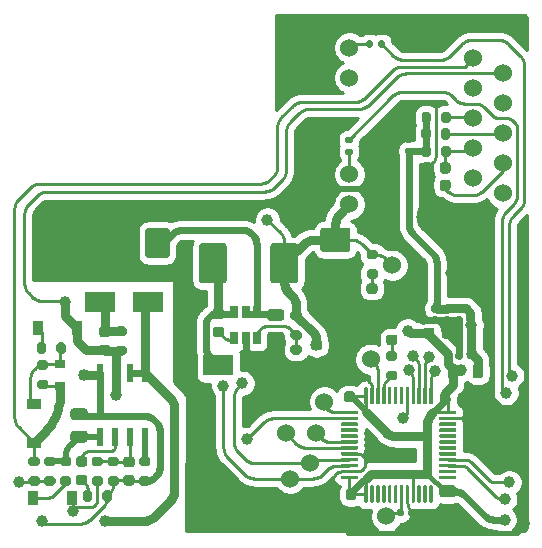
<source format=gbr>
%TF.GenerationSoftware,KiCad,Pcbnew,5.1.9+dfsg1-1*%
%TF.CreationDate,2022-09-13T11:04:29+03:00*%
%TF.ProjectId,Meteostation,4d657465-6f73-4746-9174-696f6e2e6b69,rev?*%
%TF.SameCoordinates,Original*%
%TF.FileFunction,Copper,L1,Top*%
%TF.FilePolarity,Positive*%
%FSLAX46Y46*%
G04 Gerber Fmt 4.6, Leading zero omitted, Abs format (unit mm)*
G04 Created by KiCad (PCBNEW 5.1.9+dfsg1-1) date 2022-09-13 11:04:29*
%MOMM*%
%LPD*%
G01*
G04 APERTURE LIST*
%TA.AperFunction,SMDPad,CuDef*%
%ADD10R,2.500000X1.800000*%
%TD*%
%TA.AperFunction,SMDPad,CuDef*%
%ADD11R,0.650000X1.060000*%
%TD*%
%TA.AperFunction,ComponentPad*%
%ADD12C,3.000000*%
%TD*%
%TA.AperFunction,ComponentPad*%
%ADD13C,1.524000*%
%TD*%
%TA.AperFunction,SMDPad,CuDef*%
%ADD14R,0.600000X1.550000*%
%TD*%
%TA.AperFunction,SMDPad,CuDef*%
%ADD15C,1.524000*%
%TD*%
%TA.AperFunction,SMDPad,CuDef*%
%ADD16R,0.900000X0.800000*%
%TD*%
%TA.AperFunction,SMDPad,CuDef*%
%ADD17R,1.200000X0.900000*%
%TD*%
%TA.AperFunction,SMDPad,CuDef*%
%ADD18R,0.900000X1.200000*%
%TD*%
%TA.AperFunction,ViaPad*%
%ADD19C,0.800000*%
%TD*%
%TA.AperFunction,ViaPad*%
%ADD20C,1.000000*%
%TD*%
%TA.AperFunction,Conductor*%
%ADD21C,0.250000*%
%TD*%
%TA.AperFunction,Conductor*%
%ADD22C,0.600000*%
%TD*%
%TA.AperFunction,Conductor*%
%ADD23C,0.400000*%
%TD*%
%TA.AperFunction,Conductor*%
%ADD24C,0.500000*%
%TD*%
%TA.AperFunction,Conductor*%
%ADD25C,0.800000*%
%TD*%
%TA.AperFunction,Conductor*%
%ADD26C,0.254000*%
%TD*%
%TA.AperFunction,Conductor*%
%ADD27C,0.100000*%
%TD*%
G04 APERTURE END LIST*
%TO.P,C30,2*%
%TO.N,GND*%
%TA.AperFunction,SMDPad,CuDef*%
G36*
G01*
X45350000Y-89625000D02*
X45850000Y-89625000D01*
G75*
G02*
X46075000Y-89850000I0J-225000D01*
G01*
X46075000Y-90300000D01*
G75*
G02*
X45850000Y-90525000I-225000J0D01*
G01*
X45350000Y-90525000D01*
G75*
G02*
X45125000Y-90300000I0J225000D01*
G01*
X45125000Y-89850000D01*
G75*
G02*
X45350000Y-89625000I225000J0D01*
G01*
G37*
%TD.AperFunction*%
%TO.P,C30,1*%
%TO.N,+3.3VDAC*%
%TA.AperFunction,SMDPad,CuDef*%
G36*
G01*
X45350000Y-88075000D02*
X45850000Y-88075000D01*
G75*
G02*
X46075000Y-88300000I0J-225000D01*
G01*
X46075000Y-88750000D01*
G75*
G02*
X45850000Y-88975000I-225000J0D01*
G01*
X45350000Y-88975000D01*
G75*
G02*
X45125000Y-88750000I0J225000D01*
G01*
X45125000Y-88300000D01*
G75*
G02*
X45350000Y-88075000I225000J0D01*
G01*
G37*
%TD.AperFunction*%
%TD*%
D10*
%TO.P,D13,2*%
%TO.N,Net-(D11-Pad5)*%
X31300000Y-84900000D03*
%TO.P,D13,1*%
%TO.N,Net-(C44-Pad2)*%
X27300000Y-84900000D03*
%TD*%
%TO.P,D10,2*%
%TO.N,GND*%
X41300000Y-90250000D03*
%TO.P,D10,1*%
%TO.N,Net-(C8-Pad2)*%
X37300000Y-90250000D03*
%TD*%
%TO.P,C23,2*%
%TO.N,GND*%
%TA.AperFunction,SMDPad,CuDef*%
G36*
G01*
X56225000Y-102300000D02*
X57175000Y-102300000D01*
G75*
G02*
X57425000Y-102550000I0J-250000D01*
G01*
X57425000Y-103050000D01*
G75*
G02*
X57175000Y-103300000I-250000J0D01*
G01*
X56225000Y-103300000D01*
G75*
G02*
X55975000Y-103050000I0J250000D01*
G01*
X55975000Y-102550000D01*
G75*
G02*
X56225000Y-102300000I250000J0D01*
G01*
G37*
%TD.AperFunction*%
%TO.P,C23,1*%
%TO.N,+3.3VDAC*%
%TA.AperFunction,SMDPad,CuDef*%
G36*
G01*
X56225000Y-100400000D02*
X57175000Y-100400000D01*
G75*
G02*
X57425000Y-100650000I0J-250000D01*
G01*
X57425000Y-101150000D01*
G75*
G02*
X57175000Y-101400000I-250000J0D01*
G01*
X56225000Y-101400000D01*
G75*
G02*
X55975000Y-101150000I0J250000D01*
G01*
X55975000Y-100650000D01*
G75*
G02*
X56225000Y-100400000I250000J0D01*
G01*
G37*
%TD.AperFunction*%
%TD*%
%TO.P,C11,2*%
%TO.N,GND*%
%TA.AperFunction,SMDPad,CuDef*%
G36*
G01*
X57575000Y-93300000D02*
X57575000Y-92800000D01*
G75*
G02*
X57800000Y-92575000I225000J0D01*
G01*
X58250000Y-92575000D01*
G75*
G02*
X58475000Y-92800000I0J-225000D01*
G01*
X58475000Y-93300000D01*
G75*
G02*
X58250000Y-93525000I-225000J0D01*
G01*
X57800000Y-93525000D01*
G75*
G02*
X57575000Y-93300000I0J225000D01*
G01*
G37*
%TD.AperFunction*%
%TO.P,C11,1*%
%TO.N,+3.3VDAC*%
%TA.AperFunction,SMDPad,CuDef*%
G36*
G01*
X56025000Y-93300000D02*
X56025000Y-92800000D01*
G75*
G02*
X56250000Y-92575000I225000J0D01*
G01*
X56700000Y-92575000D01*
G75*
G02*
X56925000Y-92800000I0J-225000D01*
G01*
X56925000Y-93300000D01*
G75*
G02*
X56700000Y-93525000I-225000J0D01*
G01*
X56250000Y-93525000D01*
G75*
G02*
X56025000Y-93300000I0J225000D01*
G01*
G37*
%TD.AperFunction*%
%TD*%
%TO.P,L2,2*%
%TO.N,+3.3VDAC*%
%TA.AperFunction,SMDPad,CuDef*%
G36*
G01*
X41700000Y-83065000D02*
X41700000Y-80135000D01*
G75*
G02*
X41935000Y-79900000I235000J0D01*
G01*
X43815000Y-79900000D01*
G75*
G02*
X44050000Y-80135000I0J-235000D01*
G01*
X44050000Y-83065000D01*
G75*
G02*
X43815000Y-83300000I-235000J0D01*
G01*
X41935000Y-83300000D01*
G75*
G02*
X41700000Y-83065000I0J235000D01*
G01*
G37*
%TD.AperFunction*%
%TO.P,L2,1*%
%TO.N,Net-(C8-Pad2)*%
%TA.AperFunction,SMDPad,CuDef*%
G36*
G01*
X35650000Y-83065000D02*
X35650000Y-80135000D01*
G75*
G02*
X35885000Y-79900000I235000J0D01*
G01*
X37765000Y-79900000D01*
G75*
G02*
X38000000Y-80135000I0J-235000D01*
G01*
X38000000Y-83065000D01*
G75*
G02*
X37765000Y-83300000I-235000J0D01*
G01*
X35885000Y-83300000D01*
G75*
G02*
X35650000Y-83065000I0J235000D01*
G01*
G37*
%TD.AperFunction*%
%TD*%
%TO.P,U1,48*%
%TO.N,+3.3VDAC*%
%TA.AperFunction,SMDPad,CuDef*%
G36*
G01*
X49050000Y-99875000D02*
X47725000Y-99875000D01*
G75*
G02*
X47650000Y-99800000I0J75000D01*
G01*
X47650000Y-99650000D01*
G75*
G02*
X47725000Y-99575000I75000J0D01*
G01*
X49050000Y-99575000D01*
G75*
G02*
X49125000Y-99650000I0J-75000D01*
G01*
X49125000Y-99800000D01*
G75*
G02*
X49050000Y-99875000I-75000J0D01*
G01*
G37*
%TD.AperFunction*%
%TO.P,U1,47*%
%TO.N,GND*%
%TA.AperFunction,SMDPad,CuDef*%
G36*
G01*
X49050000Y-99375000D02*
X47725000Y-99375000D01*
G75*
G02*
X47650000Y-99300000I0J75000D01*
G01*
X47650000Y-99150000D01*
G75*
G02*
X47725000Y-99075000I75000J0D01*
G01*
X49050000Y-99075000D01*
G75*
G02*
X49125000Y-99150000I0J-75000D01*
G01*
X49125000Y-99300000D01*
G75*
G02*
X49050000Y-99375000I-75000J0D01*
G01*
G37*
%TD.AperFunction*%
%TO.P,U1,46*%
%TO.N,SDA*%
%TA.AperFunction,SMDPad,CuDef*%
G36*
G01*
X49050000Y-98875000D02*
X47725000Y-98875000D01*
G75*
G02*
X47650000Y-98800000I0J75000D01*
G01*
X47650000Y-98650000D01*
G75*
G02*
X47725000Y-98575000I75000J0D01*
G01*
X49050000Y-98575000D01*
G75*
G02*
X49125000Y-98650000I0J-75000D01*
G01*
X49125000Y-98800000D01*
G75*
G02*
X49050000Y-98875000I-75000J0D01*
G01*
G37*
%TD.AperFunction*%
%TO.P,U1,45*%
%TO.N,SCL*%
%TA.AperFunction,SMDPad,CuDef*%
G36*
G01*
X49050000Y-98375000D02*
X47725000Y-98375000D01*
G75*
G02*
X47650000Y-98300000I0J75000D01*
G01*
X47650000Y-98150000D01*
G75*
G02*
X47725000Y-98075000I75000J0D01*
G01*
X49050000Y-98075000D01*
G75*
G02*
X49125000Y-98150000I0J-75000D01*
G01*
X49125000Y-98300000D01*
G75*
G02*
X49050000Y-98375000I-75000J0D01*
G01*
G37*
%TD.AperFunction*%
%TO.P,U1,44*%
%TO.N,GND*%
%TA.AperFunction,SMDPad,CuDef*%
G36*
G01*
X49050000Y-97875000D02*
X47725000Y-97875000D01*
G75*
G02*
X47650000Y-97800000I0J75000D01*
G01*
X47650000Y-97650000D01*
G75*
G02*
X47725000Y-97575000I75000J0D01*
G01*
X49050000Y-97575000D01*
G75*
G02*
X49125000Y-97650000I0J-75000D01*
G01*
X49125000Y-97800000D01*
G75*
G02*
X49050000Y-97875000I-75000J0D01*
G01*
G37*
%TD.AperFunction*%
%TO.P,U1,43*%
%TO.N,Net-(J2-Pad1)*%
%TA.AperFunction,SMDPad,CuDef*%
G36*
G01*
X49050000Y-97375000D02*
X47725000Y-97375000D01*
G75*
G02*
X47650000Y-97300000I0J75000D01*
G01*
X47650000Y-97150000D01*
G75*
G02*
X47725000Y-97075000I75000J0D01*
G01*
X49050000Y-97075000D01*
G75*
G02*
X49125000Y-97150000I0J-75000D01*
G01*
X49125000Y-97300000D01*
G75*
G02*
X49050000Y-97375000I-75000J0D01*
G01*
G37*
%TD.AperFunction*%
%TO.P,U1,42*%
%TO.N,Net-(J1-Pad1)*%
%TA.AperFunction,SMDPad,CuDef*%
G36*
G01*
X49050000Y-96875000D02*
X47725000Y-96875000D01*
G75*
G02*
X47650000Y-96800000I0J75000D01*
G01*
X47650000Y-96650000D01*
G75*
G02*
X47725000Y-96575000I75000J0D01*
G01*
X49050000Y-96575000D01*
G75*
G02*
X49125000Y-96650000I0J-75000D01*
G01*
X49125000Y-96800000D01*
G75*
G02*
X49050000Y-96875000I-75000J0D01*
G01*
G37*
%TD.AperFunction*%
%TO.P,U1,41*%
%TO.N,N/C*%
%TA.AperFunction,SMDPad,CuDef*%
G36*
G01*
X49050000Y-96375000D02*
X47725000Y-96375000D01*
G75*
G02*
X47650000Y-96300000I0J75000D01*
G01*
X47650000Y-96150000D01*
G75*
G02*
X47725000Y-96075000I75000J0D01*
G01*
X49050000Y-96075000D01*
G75*
G02*
X49125000Y-96150000I0J-75000D01*
G01*
X49125000Y-96300000D01*
G75*
G02*
X49050000Y-96375000I-75000J0D01*
G01*
G37*
%TD.AperFunction*%
%TO.P,U1,40*%
%TA.AperFunction,SMDPad,CuDef*%
G36*
G01*
X49050000Y-95875000D02*
X47725000Y-95875000D01*
G75*
G02*
X47650000Y-95800000I0J75000D01*
G01*
X47650000Y-95650000D01*
G75*
G02*
X47725000Y-95575000I75000J0D01*
G01*
X49050000Y-95575000D01*
G75*
G02*
X49125000Y-95650000I0J-75000D01*
G01*
X49125000Y-95800000D01*
G75*
G02*
X49050000Y-95875000I-75000J0D01*
G01*
G37*
%TD.AperFunction*%
%TO.P,U1,39*%
%TA.AperFunction,SMDPad,CuDef*%
G36*
G01*
X49050000Y-95375000D02*
X47725000Y-95375000D01*
G75*
G02*
X47650000Y-95300000I0J75000D01*
G01*
X47650000Y-95150000D01*
G75*
G02*
X47725000Y-95075000I75000J0D01*
G01*
X49050000Y-95075000D01*
G75*
G02*
X49125000Y-95150000I0J-75000D01*
G01*
X49125000Y-95300000D01*
G75*
G02*
X49050000Y-95375000I-75000J0D01*
G01*
G37*
%TD.AperFunction*%
%TO.P,U1,38*%
%TO.N,PWR*%
%TA.AperFunction,SMDPad,CuDef*%
G36*
G01*
X49050000Y-94875000D02*
X47725000Y-94875000D01*
G75*
G02*
X47650000Y-94800000I0J75000D01*
G01*
X47650000Y-94650000D01*
G75*
G02*
X47725000Y-94575000I75000J0D01*
G01*
X49050000Y-94575000D01*
G75*
G02*
X49125000Y-94650000I0J-75000D01*
G01*
X49125000Y-94800000D01*
G75*
G02*
X49050000Y-94875000I-75000J0D01*
G01*
G37*
%TD.AperFunction*%
%TO.P,U1,37*%
%TO.N,Net-(J13-Pad1)*%
%TA.AperFunction,SMDPad,CuDef*%
G36*
G01*
X49050000Y-94375000D02*
X47725000Y-94375000D01*
G75*
G02*
X47650000Y-94300000I0J75000D01*
G01*
X47650000Y-94150000D01*
G75*
G02*
X47725000Y-94075000I75000J0D01*
G01*
X49050000Y-94075000D01*
G75*
G02*
X49125000Y-94150000I0J-75000D01*
G01*
X49125000Y-94300000D01*
G75*
G02*
X49050000Y-94375000I-75000J0D01*
G01*
G37*
%TD.AperFunction*%
%TO.P,U1,36*%
%TO.N,+3.3VDAC*%
%TA.AperFunction,SMDPad,CuDef*%
G36*
G01*
X49875000Y-93550000D02*
X49725000Y-93550000D01*
G75*
G02*
X49650000Y-93475000I0J75000D01*
G01*
X49650000Y-92150000D01*
G75*
G02*
X49725000Y-92075000I75000J0D01*
G01*
X49875000Y-92075000D01*
G75*
G02*
X49950000Y-92150000I0J-75000D01*
G01*
X49950000Y-93475000D01*
G75*
G02*
X49875000Y-93550000I-75000J0D01*
G01*
G37*
%TD.AperFunction*%
%TO.P,U1,35*%
%TO.N,GND*%
%TA.AperFunction,SMDPad,CuDef*%
G36*
G01*
X50375000Y-93550000D02*
X50225000Y-93550000D01*
G75*
G02*
X50150000Y-93475000I0J75000D01*
G01*
X50150000Y-92150000D01*
G75*
G02*
X50225000Y-92075000I75000J0D01*
G01*
X50375000Y-92075000D01*
G75*
G02*
X50450000Y-92150000I0J-75000D01*
G01*
X50450000Y-93475000D01*
G75*
G02*
X50375000Y-93550000I-75000J0D01*
G01*
G37*
%TD.AperFunction*%
%TO.P,U1,34*%
%TO.N,Net-(J12-Pad1)*%
%TA.AperFunction,SMDPad,CuDef*%
G36*
G01*
X50875000Y-93550000D02*
X50725000Y-93550000D01*
G75*
G02*
X50650000Y-93475000I0J75000D01*
G01*
X50650000Y-92150000D01*
G75*
G02*
X50725000Y-92075000I75000J0D01*
G01*
X50875000Y-92075000D01*
G75*
G02*
X50950000Y-92150000I0J-75000D01*
G01*
X50950000Y-93475000D01*
G75*
G02*
X50875000Y-93550000I-75000J0D01*
G01*
G37*
%TD.AperFunction*%
%TO.P,U1,33*%
%TO.N,Net-(R4-Pad2)*%
%TA.AperFunction,SMDPad,CuDef*%
G36*
G01*
X51375000Y-93550000D02*
X51225000Y-93550000D01*
G75*
G02*
X51150000Y-93475000I0J75000D01*
G01*
X51150000Y-92150000D01*
G75*
G02*
X51225000Y-92075000I75000J0D01*
G01*
X51375000Y-92075000D01*
G75*
G02*
X51450000Y-92150000I0J-75000D01*
G01*
X51450000Y-93475000D01*
G75*
G02*
X51375000Y-93550000I-75000J0D01*
G01*
G37*
%TD.AperFunction*%
%TO.P,U1,32*%
%TO.N,N/C*%
%TA.AperFunction,SMDPad,CuDef*%
G36*
G01*
X51875000Y-93550000D02*
X51725000Y-93550000D01*
G75*
G02*
X51650000Y-93475000I0J75000D01*
G01*
X51650000Y-92150000D01*
G75*
G02*
X51725000Y-92075000I75000J0D01*
G01*
X51875000Y-92075000D01*
G75*
G02*
X51950000Y-92150000I0J-75000D01*
G01*
X51950000Y-93475000D01*
G75*
G02*
X51875000Y-93550000I-75000J0D01*
G01*
G37*
%TD.AperFunction*%
%TO.P,U1,31*%
%TA.AperFunction,SMDPad,CuDef*%
G36*
G01*
X52375000Y-93550000D02*
X52225000Y-93550000D01*
G75*
G02*
X52150000Y-93475000I0J75000D01*
G01*
X52150000Y-92150000D01*
G75*
G02*
X52225000Y-92075000I75000J0D01*
G01*
X52375000Y-92075000D01*
G75*
G02*
X52450000Y-92150000I0J-75000D01*
G01*
X52450000Y-93475000D01*
G75*
G02*
X52375000Y-93550000I-75000J0D01*
G01*
G37*
%TD.AperFunction*%
%TO.P,U1,30*%
%TA.AperFunction,SMDPad,CuDef*%
G36*
G01*
X52875000Y-93550000D02*
X52725000Y-93550000D01*
G75*
G02*
X52650000Y-93475000I0J75000D01*
G01*
X52650000Y-92150000D01*
G75*
G02*
X52725000Y-92075000I75000J0D01*
G01*
X52875000Y-92075000D01*
G75*
G02*
X52950000Y-92150000I0J-75000D01*
G01*
X52950000Y-93475000D01*
G75*
G02*
X52875000Y-93550000I-75000J0D01*
G01*
G37*
%TD.AperFunction*%
%TO.P,U1,29*%
%TO.N,RSTn*%
%TA.AperFunction,SMDPad,CuDef*%
G36*
G01*
X53375000Y-93550000D02*
X53225000Y-93550000D01*
G75*
G02*
X53150000Y-93475000I0J75000D01*
G01*
X53150000Y-92150000D01*
G75*
G02*
X53225000Y-92075000I75000J0D01*
G01*
X53375000Y-92075000D01*
G75*
G02*
X53450000Y-92150000I0J-75000D01*
G01*
X53450000Y-93475000D01*
G75*
G02*
X53375000Y-93550000I-75000J0D01*
G01*
G37*
%TD.AperFunction*%
%TO.P,U1,28*%
%TO.N,MOSI*%
%TA.AperFunction,SMDPad,CuDef*%
G36*
G01*
X53875000Y-93550000D02*
X53725000Y-93550000D01*
G75*
G02*
X53650000Y-93475000I0J75000D01*
G01*
X53650000Y-92150000D01*
G75*
G02*
X53725000Y-92075000I75000J0D01*
G01*
X53875000Y-92075000D01*
G75*
G02*
X53950000Y-92150000I0J-75000D01*
G01*
X53950000Y-93475000D01*
G75*
G02*
X53875000Y-93550000I-75000J0D01*
G01*
G37*
%TD.AperFunction*%
%TO.P,U1,27*%
%TO.N,MISO*%
%TA.AperFunction,SMDPad,CuDef*%
G36*
G01*
X54375000Y-93550000D02*
X54225000Y-93550000D01*
G75*
G02*
X54150000Y-93475000I0J75000D01*
G01*
X54150000Y-92150000D01*
G75*
G02*
X54225000Y-92075000I75000J0D01*
G01*
X54375000Y-92075000D01*
G75*
G02*
X54450000Y-92150000I0J-75000D01*
G01*
X54450000Y-93475000D01*
G75*
G02*
X54375000Y-93550000I-75000J0D01*
G01*
G37*
%TD.AperFunction*%
%TO.P,U1,26*%
%TO.N,SCLK*%
%TA.AperFunction,SMDPad,CuDef*%
G36*
G01*
X54875000Y-93550000D02*
X54725000Y-93550000D01*
G75*
G02*
X54650000Y-93475000I0J75000D01*
G01*
X54650000Y-92150000D01*
G75*
G02*
X54725000Y-92075000I75000J0D01*
G01*
X54875000Y-92075000D01*
G75*
G02*
X54950000Y-92150000I0J-75000D01*
G01*
X54950000Y-93475000D01*
G75*
G02*
X54875000Y-93550000I-75000J0D01*
G01*
G37*
%TD.AperFunction*%
%TO.P,U1,25*%
%TO.N,SCSn*%
%TA.AperFunction,SMDPad,CuDef*%
G36*
G01*
X55375000Y-93550000D02*
X55225000Y-93550000D01*
G75*
G02*
X55150000Y-93475000I0J75000D01*
G01*
X55150000Y-92150000D01*
G75*
G02*
X55225000Y-92075000I75000J0D01*
G01*
X55375000Y-92075000D01*
G75*
G02*
X55450000Y-92150000I0J-75000D01*
G01*
X55450000Y-93475000D01*
G75*
G02*
X55375000Y-93550000I-75000J0D01*
G01*
G37*
%TD.AperFunction*%
%TO.P,U1,24*%
%TO.N,+3.3VDAC*%
%TA.AperFunction,SMDPad,CuDef*%
G36*
G01*
X57375000Y-94375000D02*
X56050000Y-94375000D01*
G75*
G02*
X55975000Y-94300000I0J75000D01*
G01*
X55975000Y-94150000D01*
G75*
G02*
X56050000Y-94075000I75000J0D01*
G01*
X57375000Y-94075000D01*
G75*
G02*
X57450000Y-94150000I0J-75000D01*
G01*
X57450000Y-94300000D01*
G75*
G02*
X57375000Y-94375000I-75000J0D01*
G01*
G37*
%TD.AperFunction*%
%TO.P,U1,23*%
%TO.N,GND*%
%TA.AperFunction,SMDPad,CuDef*%
G36*
G01*
X57375000Y-94875000D02*
X56050000Y-94875000D01*
G75*
G02*
X55975000Y-94800000I0J75000D01*
G01*
X55975000Y-94650000D01*
G75*
G02*
X56050000Y-94575000I75000J0D01*
G01*
X57375000Y-94575000D01*
G75*
G02*
X57450000Y-94650000I0J-75000D01*
G01*
X57450000Y-94800000D01*
G75*
G02*
X57375000Y-94875000I-75000J0D01*
G01*
G37*
%TD.AperFunction*%
%TO.P,U1,22*%
%TO.N,N/C*%
%TA.AperFunction,SMDPad,CuDef*%
G36*
G01*
X57375000Y-95375000D02*
X56050000Y-95375000D01*
G75*
G02*
X55975000Y-95300000I0J75000D01*
G01*
X55975000Y-95150000D01*
G75*
G02*
X56050000Y-95075000I75000J0D01*
G01*
X57375000Y-95075000D01*
G75*
G02*
X57450000Y-95150000I0J-75000D01*
G01*
X57450000Y-95300000D01*
G75*
G02*
X57375000Y-95375000I-75000J0D01*
G01*
G37*
%TD.AperFunction*%
%TO.P,U1,21*%
%TA.AperFunction,SMDPad,CuDef*%
G36*
G01*
X57375000Y-95875000D02*
X56050000Y-95875000D01*
G75*
G02*
X55975000Y-95800000I0J75000D01*
G01*
X55975000Y-95650000D01*
G75*
G02*
X56050000Y-95575000I75000J0D01*
G01*
X57375000Y-95575000D01*
G75*
G02*
X57450000Y-95650000I0J-75000D01*
G01*
X57450000Y-95800000D01*
G75*
G02*
X57375000Y-95875000I-75000J0D01*
G01*
G37*
%TD.AperFunction*%
%TO.P,U1,20*%
%TA.AperFunction,SMDPad,CuDef*%
G36*
G01*
X57375000Y-96375000D02*
X56050000Y-96375000D01*
G75*
G02*
X55975000Y-96300000I0J75000D01*
G01*
X55975000Y-96150000D01*
G75*
G02*
X56050000Y-96075000I75000J0D01*
G01*
X57375000Y-96075000D01*
G75*
G02*
X57450000Y-96150000I0J-75000D01*
G01*
X57450000Y-96300000D01*
G75*
G02*
X57375000Y-96375000I-75000J0D01*
G01*
G37*
%TD.AperFunction*%
%TO.P,U1,19*%
%TA.AperFunction,SMDPad,CuDef*%
G36*
G01*
X57375000Y-96875000D02*
X56050000Y-96875000D01*
G75*
G02*
X55975000Y-96800000I0J75000D01*
G01*
X55975000Y-96650000D01*
G75*
G02*
X56050000Y-96575000I75000J0D01*
G01*
X57375000Y-96575000D01*
G75*
G02*
X57450000Y-96650000I0J-75000D01*
G01*
X57450000Y-96800000D01*
G75*
G02*
X57375000Y-96875000I-75000J0D01*
G01*
G37*
%TD.AperFunction*%
%TO.P,U1,18*%
%TA.AperFunction,SMDPad,CuDef*%
G36*
G01*
X57375000Y-97375000D02*
X56050000Y-97375000D01*
G75*
G02*
X55975000Y-97300000I0J75000D01*
G01*
X55975000Y-97150000D01*
G75*
G02*
X56050000Y-97075000I75000J0D01*
G01*
X57375000Y-97075000D01*
G75*
G02*
X57450000Y-97150000I0J-75000D01*
G01*
X57450000Y-97300000D01*
G75*
G02*
X57375000Y-97375000I-75000J0D01*
G01*
G37*
%TD.AperFunction*%
%TO.P,U1,17*%
%TA.AperFunction,SMDPad,CuDef*%
G36*
G01*
X57375000Y-97875000D02*
X56050000Y-97875000D01*
G75*
G02*
X55975000Y-97800000I0J75000D01*
G01*
X55975000Y-97650000D01*
G75*
G02*
X56050000Y-97575000I75000J0D01*
G01*
X57375000Y-97575000D01*
G75*
G02*
X57450000Y-97650000I0J-75000D01*
G01*
X57450000Y-97800000D01*
G75*
G02*
X57375000Y-97875000I-75000J0D01*
G01*
G37*
%TD.AperFunction*%
%TO.P,U1,16*%
%TO.N,Pulse*%
%TA.AperFunction,SMDPad,CuDef*%
G36*
G01*
X57375000Y-98375000D02*
X56050000Y-98375000D01*
G75*
G02*
X55975000Y-98300000I0J75000D01*
G01*
X55975000Y-98150000D01*
G75*
G02*
X56050000Y-98075000I75000J0D01*
G01*
X57375000Y-98075000D01*
G75*
G02*
X57450000Y-98150000I0J-75000D01*
G01*
X57450000Y-98300000D01*
G75*
G02*
X57375000Y-98375000I-75000J0D01*
G01*
G37*
%TD.AperFunction*%
%TO.P,U1,15*%
%TO.N,FB*%
%TA.AperFunction,SMDPad,CuDef*%
G36*
G01*
X57375000Y-98875000D02*
X56050000Y-98875000D01*
G75*
G02*
X55975000Y-98800000I0J75000D01*
G01*
X55975000Y-98650000D01*
G75*
G02*
X56050000Y-98575000I75000J0D01*
G01*
X57375000Y-98575000D01*
G75*
G02*
X57450000Y-98650000I0J-75000D01*
G01*
X57450000Y-98800000D01*
G75*
G02*
X57375000Y-98875000I-75000J0D01*
G01*
G37*
%TD.AperFunction*%
%TO.P,U1,14*%
%TO.N,N/C*%
%TA.AperFunction,SMDPad,CuDef*%
G36*
G01*
X57375000Y-99375000D02*
X56050000Y-99375000D01*
G75*
G02*
X55975000Y-99300000I0J75000D01*
G01*
X55975000Y-99150000D01*
G75*
G02*
X56050000Y-99075000I75000J0D01*
G01*
X57375000Y-99075000D01*
G75*
G02*
X57450000Y-99150000I0J-75000D01*
G01*
X57450000Y-99300000D01*
G75*
G02*
X57375000Y-99375000I-75000J0D01*
G01*
G37*
%TD.AperFunction*%
%TO.P,U1,13*%
%TA.AperFunction,SMDPad,CuDef*%
G36*
G01*
X57375000Y-99875000D02*
X56050000Y-99875000D01*
G75*
G02*
X55975000Y-99800000I0J75000D01*
G01*
X55975000Y-99650000D01*
G75*
G02*
X56050000Y-99575000I75000J0D01*
G01*
X57375000Y-99575000D01*
G75*
G02*
X57450000Y-99650000I0J-75000D01*
G01*
X57450000Y-99800000D01*
G75*
G02*
X57375000Y-99875000I-75000J0D01*
G01*
G37*
%TD.AperFunction*%
%TO.P,U1,12*%
%TA.AperFunction,SMDPad,CuDef*%
G36*
G01*
X55375000Y-101875000D02*
X55225000Y-101875000D01*
G75*
G02*
X55150000Y-101800000I0J75000D01*
G01*
X55150000Y-100475000D01*
G75*
G02*
X55225000Y-100400000I75000J0D01*
G01*
X55375000Y-100400000D01*
G75*
G02*
X55450000Y-100475000I0J-75000D01*
G01*
X55450000Y-101800000D01*
G75*
G02*
X55375000Y-101875000I-75000J0D01*
G01*
G37*
%TD.AperFunction*%
%TO.P,U1,11*%
%TA.AperFunction,SMDPad,CuDef*%
G36*
G01*
X54875000Y-101875000D02*
X54725000Y-101875000D01*
G75*
G02*
X54650000Y-101800000I0J75000D01*
G01*
X54650000Y-100475000D01*
G75*
G02*
X54725000Y-100400000I75000J0D01*
G01*
X54875000Y-100400000D01*
G75*
G02*
X54950000Y-100475000I0J-75000D01*
G01*
X54950000Y-101800000D01*
G75*
G02*
X54875000Y-101875000I-75000J0D01*
G01*
G37*
%TD.AperFunction*%
%TO.P,U1,10*%
%TA.AperFunction,SMDPad,CuDef*%
G36*
G01*
X54375000Y-101875000D02*
X54225000Y-101875000D01*
G75*
G02*
X54150000Y-101800000I0J75000D01*
G01*
X54150000Y-100475000D01*
G75*
G02*
X54225000Y-100400000I75000J0D01*
G01*
X54375000Y-100400000D01*
G75*
G02*
X54450000Y-100475000I0J-75000D01*
G01*
X54450000Y-101800000D01*
G75*
G02*
X54375000Y-101875000I-75000J0D01*
G01*
G37*
%TD.AperFunction*%
%TO.P,U1,9*%
%TO.N,+3.3VDAC*%
%TA.AperFunction,SMDPad,CuDef*%
G36*
G01*
X53875000Y-101875000D02*
X53725000Y-101875000D01*
G75*
G02*
X53650000Y-101800000I0J75000D01*
G01*
X53650000Y-100475000D01*
G75*
G02*
X53725000Y-100400000I75000J0D01*
G01*
X53875000Y-100400000D01*
G75*
G02*
X53950000Y-100475000I0J-75000D01*
G01*
X53950000Y-101800000D01*
G75*
G02*
X53875000Y-101875000I-75000J0D01*
G01*
G37*
%TD.AperFunction*%
%TO.P,U1,8*%
%TO.N,GND*%
%TA.AperFunction,SMDPad,CuDef*%
G36*
G01*
X53375000Y-101875000D02*
X53225000Y-101875000D01*
G75*
G02*
X53150000Y-101800000I0J75000D01*
G01*
X53150000Y-100475000D01*
G75*
G02*
X53225000Y-100400000I75000J0D01*
G01*
X53375000Y-100400000D01*
G75*
G02*
X53450000Y-100475000I0J-75000D01*
G01*
X53450000Y-101800000D01*
G75*
G02*
X53375000Y-101875000I-75000J0D01*
G01*
G37*
%TD.AperFunction*%
%TO.P,U1,7*%
%TO.N,Net-(C5-Pad2)*%
%TA.AperFunction,SMDPad,CuDef*%
G36*
G01*
X52875000Y-101875000D02*
X52725000Y-101875000D01*
G75*
G02*
X52650000Y-101800000I0J75000D01*
G01*
X52650000Y-100475000D01*
G75*
G02*
X52725000Y-100400000I75000J0D01*
G01*
X52875000Y-100400000D01*
G75*
G02*
X52950000Y-100475000I0J-75000D01*
G01*
X52950000Y-101800000D01*
G75*
G02*
X52875000Y-101875000I-75000J0D01*
G01*
G37*
%TD.AperFunction*%
%TO.P,U1,6*%
%TO.N,N/C*%
%TA.AperFunction,SMDPad,CuDef*%
G36*
G01*
X52375000Y-101875000D02*
X52225000Y-101875000D01*
G75*
G02*
X52150000Y-101800000I0J75000D01*
G01*
X52150000Y-100475000D01*
G75*
G02*
X52225000Y-100400000I75000J0D01*
G01*
X52375000Y-100400000D01*
G75*
G02*
X52450000Y-100475000I0J-75000D01*
G01*
X52450000Y-101800000D01*
G75*
G02*
X52375000Y-101875000I-75000J0D01*
G01*
G37*
%TD.AperFunction*%
%TO.P,U1,5*%
%TA.AperFunction,SMDPad,CuDef*%
G36*
G01*
X51875000Y-101875000D02*
X51725000Y-101875000D01*
G75*
G02*
X51650000Y-101800000I0J75000D01*
G01*
X51650000Y-100475000D01*
G75*
G02*
X51725000Y-100400000I75000J0D01*
G01*
X51875000Y-100400000D01*
G75*
G02*
X51950000Y-100475000I0J-75000D01*
G01*
X51950000Y-101800000D01*
G75*
G02*
X51875000Y-101875000I-75000J0D01*
G01*
G37*
%TD.AperFunction*%
%TO.P,U1,4*%
%TA.AperFunction,SMDPad,CuDef*%
G36*
G01*
X51375000Y-101875000D02*
X51225000Y-101875000D01*
G75*
G02*
X51150000Y-101800000I0J75000D01*
G01*
X51150000Y-100475000D01*
G75*
G02*
X51225000Y-100400000I75000J0D01*
G01*
X51375000Y-100400000D01*
G75*
G02*
X51450000Y-100475000I0J-75000D01*
G01*
X51450000Y-101800000D01*
G75*
G02*
X51375000Y-101875000I-75000J0D01*
G01*
G37*
%TD.AperFunction*%
%TO.P,U1,3*%
%TA.AperFunction,SMDPad,CuDef*%
G36*
G01*
X50875000Y-101875000D02*
X50725000Y-101875000D01*
G75*
G02*
X50650000Y-101800000I0J75000D01*
G01*
X50650000Y-100475000D01*
G75*
G02*
X50725000Y-100400000I75000J0D01*
G01*
X50875000Y-100400000D01*
G75*
G02*
X50950000Y-100475000I0J-75000D01*
G01*
X50950000Y-101800000D01*
G75*
G02*
X50875000Y-101875000I-75000J0D01*
G01*
G37*
%TD.AperFunction*%
%TO.P,U1,2*%
%TA.AperFunction,SMDPad,CuDef*%
G36*
G01*
X50375000Y-101875000D02*
X50225000Y-101875000D01*
G75*
G02*
X50150000Y-101800000I0J75000D01*
G01*
X50150000Y-100475000D01*
G75*
G02*
X50225000Y-100400000I75000J0D01*
G01*
X50375000Y-100400000D01*
G75*
G02*
X50450000Y-100475000I0J-75000D01*
G01*
X50450000Y-101800000D01*
G75*
G02*
X50375000Y-101875000I-75000J0D01*
G01*
G37*
%TD.AperFunction*%
%TO.P,U1,1*%
%TO.N,+3.3VDAC*%
%TA.AperFunction,SMDPad,CuDef*%
G36*
G01*
X49875000Y-101875000D02*
X49725000Y-101875000D01*
G75*
G02*
X49650000Y-101800000I0J75000D01*
G01*
X49650000Y-100475000D01*
G75*
G02*
X49725000Y-100400000I75000J0D01*
G01*
X49875000Y-100400000D01*
G75*
G02*
X49950000Y-100475000I0J-75000D01*
G01*
X49950000Y-101800000D01*
G75*
G02*
X49875000Y-101875000I-75000J0D01*
G01*
G37*
%TD.AperFunction*%
%TD*%
D11*
%TO.P,U2,5*%
%TO.N,12-16*%
X39600000Y-85750000D03*
%TO.P,U2,6*%
%TO.N,Net-(C8-Pad2)*%
X38650000Y-85750000D03*
%TO.P,U2,4*%
%TO.N,12-16*%
X40550000Y-85750000D03*
%TO.P,U2,3*%
%TO.N,Net-(R7-Pad2)*%
X40550000Y-87950000D03*
%TO.P,U2,2*%
%TO.N,GND*%
X39600000Y-87950000D03*
%TO.P,U2,1*%
%TO.N,Net-(C8-Pad1)*%
X38650000Y-87950000D03*
%TD*%
%TO.P,R8,2*%
%TO.N,GND*%
%TA.AperFunction,SMDPad,CuDef*%
G36*
G01*
X43600000Y-90175000D02*
X44150000Y-90175000D01*
G75*
G02*
X44350000Y-90375000I0J-200000D01*
G01*
X44350000Y-90775000D01*
G75*
G02*
X44150000Y-90975000I-200000J0D01*
G01*
X43600000Y-90975000D01*
G75*
G02*
X43400000Y-90775000I0J200000D01*
G01*
X43400000Y-90375000D01*
G75*
G02*
X43600000Y-90175000I200000J0D01*
G01*
G37*
%TD.AperFunction*%
%TO.P,R8,1*%
%TO.N,Net-(R7-Pad2)*%
%TA.AperFunction,SMDPad,CuDef*%
G36*
G01*
X43600000Y-88525000D02*
X44150000Y-88525000D01*
G75*
G02*
X44350000Y-88725000I0J-200000D01*
G01*
X44350000Y-89125000D01*
G75*
G02*
X44150000Y-89325000I-200000J0D01*
G01*
X43600000Y-89325000D01*
G75*
G02*
X43400000Y-89125000I0J200000D01*
G01*
X43400000Y-88725000D01*
G75*
G02*
X43600000Y-88525000I200000J0D01*
G01*
G37*
%TD.AperFunction*%
%TD*%
%TO.P,R7,2*%
%TO.N,Net-(R7-Pad2)*%
%TA.AperFunction,SMDPad,CuDef*%
G36*
G01*
X43600000Y-87275000D02*
X44150000Y-87275000D01*
G75*
G02*
X44350000Y-87475000I0J-200000D01*
G01*
X44350000Y-87875000D01*
G75*
G02*
X44150000Y-88075000I-200000J0D01*
G01*
X43600000Y-88075000D01*
G75*
G02*
X43400000Y-87875000I0J200000D01*
G01*
X43400000Y-87475000D01*
G75*
G02*
X43600000Y-87275000I200000J0D01*
G01*
G37*
%TD.AperFunction*%
%TO.P,R7,1*%
%TO.N,+3.3VDAC*%
%TA.AperFunction,SMDPad,CuDef*%
G36*
G01*
X43600000Y-85625000D02*
X44150000Y-85625000D01*
G75*
G02*
X44350000Y-85825000I0J-200000D01*
G01*
X44350000Y-86225000D01*
G75*
G02*
X44150000Y-86425000I-200000J0D01*
G01*
X43600000Y-86425000D01*
G75*
G02*
X43400000Y-86225000I0J200000D01*
G01*
X43400000Y-85825000D01*
G75*
G02*
X43600000Y-85625000I200000J0D01*
G01*
G37*
%TD.AperFunction*%
%TD*%
%TO.P,C18,2*%
%TO.N,GND*%
%TA.AperFunction,SMDPad,CuDef*%
G36*
G01*
X46175000Y-84800000D02*
X48225000Y-84800000D01*
G75*
G02*
X48475000Y-85050000I0J-250000D01*
G01*
X48475000Y-86625000D01*
G75*
G02*
X48225000Y-86875000I-250000J0D01*
G01*
X46175000Y-86875000D01*
G75*
G02*
X45925000Y-86625000I0J250000D01*
G01*
X45925000Y-85050000D01*
G75*
G02*
X46175000Y-84800000I250000J0D01*
G01*
G37*
%TD.AperFunction*%
%TO.P,C18,1*%
%TO.N,+3.3VDAC*%
%TA.AperFunction,SMDPad,CuDef*%
G36*
G01*
X46175000Y-78575000D02*
X48225000Y-78575000D01*
G75*
G02*
X48475000Y-78825000I0J-250000D01*
G01*
X48475000Y-80400000D01*
G75*
G02*
X48225000Y-80650000I-250000J0D01*
G01*
X46175000Y-80650000D01*
G75*
G02*
X45925000Y-80400000I0J250000D01*
G01*
X45925000Y-78825000D01*
G75*
G02*
X46175000Y-78575000I250000J0D01*
G01*
G37*
%TD.AperFunction*%
%TD*%
%TO.P,C8,2*%
%TO.N,Net-(C8-Pad2)*%
%TA.AperFunction,SMDPad,CuDef*%
G36*
G01*
X37550000Y-86325000D02*
X37050000Y-86325000D01*
G75*
G02*
X36825000Y-86100000I0J225000D01*
G01*
X36825000Y-85650000D01*
G75*
G02*
X37050000Y-85425000I225000J0D01*
G01*
X37550000Y-85425000D01*
G75*
G02*
X37775000Y-85650000I0J-225000D01*
G01*
X37775000Y-86100000D01*
G75*
G02*
X37550000Y-86325000I-225000J0D01*
G01*
G37*
%TD.AperFunction*%
%TO.P,C8,1*%
%TO.N,Net-(C8-Pad1)*%
%TA.AperFunction,SMDPad,CuDef*%
G36*
G01*
X37550000Y-87875000D02*
X37050000Y-87875000D01*
G75*
G02*
X36825000Y-87650000I0J225000D01*
G01*
X36825000Y-87200000D01*
G75*
G02*
X37050000Y-86975000I225000J0D01*
G01*
X37550000Y-86975000D01*
G75*
G02*
X37775000Y-87200000I0J-225000D01*
G01*
X37775000Y-87650000D01*
G75*
G02*
X37550000Y-87875000I-225000J0D01*
G01*
G37*
%TD.AperFunction*%
%TD*%
%TO.P,C13,2*%
%TO.N,GND*%
%TA.AperFunction,SMDPad,CuDef*%
G36*
G01*
X47425000Y-100925000D02*
X47425000Y-101425000D01*
G75*
G02*
X47200000Y-101650000I-225000J0D01*
G01*
X46750000Y-101650000D01*
G75*
G02*
X46525000Y-101425000I0J225000D01*
G01*
X46525000Y-100925000D01*
G75*
G02*
X46750000Y-100700000I225000J0D01*
G01*
X47200000Y-100700000D01*
G75*
G02*
X47425000Y-100925000I0J-225000D01*
G01*
G37*
%TD.AperFunction*%
%TO.P,C13,1*%
%TO.N,+3.3VDAC*%
%TA.AperFunction,SMDPad,CuDef*%
G36*
G01*
X48975000Y-100925000D02*
X48975000Y-101425000D01*
G75*
G02*
X48750000Y-101650000I-225000J0D01*
G01*
X48300000Y-101650000D01*
G75*
G02*
X48075000Y-101425000I0J225000D01*
G01*
X48075000Y-100925000D01*
G75*
G02*
X48300000Y-100700000I225000J0D01*
G01*
X48750000Y-100700000D01*
G75*
G02*
X48975000Y-100925000I0J-225000D01*
G01*
G37*
%TD.AperFunction*%
%TD*%
%TO.P,C9,2*%
%TO.N,GND*%
%TA.AperFunction,SMDPad,CuDef*%
G36*
G01*
X48650000Y-91800000D02*
X48150000Y-91800000D01*
G75*
G02*
X47925000Y-91575000I0J225000D01*
G01*
X47925000Y-91125000D01*
G75*
G02*
X48150000Y-90900000I225000J0D01*
G01*
X48650000Y-90900000D01*
G75*
G02*
X48875000Y-91125000I0J-225000D01*
G01*
X48875000Y-91575000D01*
G75*
G02*
X48650000Y-91800000I-225000J0D01*
G01*
G37*
%TD.AperFunction*%
%TO.P,C9,1*%
%TO.N,+3.3VDAC*%
%TA.AperFunction,SMDPad,CuDef*%
G36*
G01*
X48650000Y-93350000D02*
X48150000Y-93350000D01*
G75*
G02*
X47925000Y-93125000I0J225000D01*
G01*
X47925000Y-92675000D01*
G75*
G02*
X48150000Y-92450000I225000J0D01*
G01*
X48650000Y-92450000D01*
G75*
G02*
X48875000Y-92675000I0J-225000D01*
G01*
X48875000Y-93125000D01*
G75*
G02*
X48650000Y-93350000I-225000J0D01*
G01*
G37*
%TD.AperFunction*%
%TD*%
%TO.P,C1,2*%
%TO.N,GND*%
%TA.AperFunction,SMDPad,CuDef*%
G36*
G01*
X41675000Y-87375000D02*
X42625000Y-87375000D01*
G75*
G02*
X42875000Y-87625000I0J-250000D01*
G01*
X42875000Y-88125000D01*
G75*
G02*
X42625000Y-88375000I-250000J0D01*
G01*
X41675000Y-88375000D01*
G75*
G02*
X41425000Y-88125000I0J250000D01*
G01*
X41425000Y-87625000D01*
G75*
G02*
X41675000Y-87375000I250000J0D01*
G01*
G37*
%TD.AperFunction*%
%TO.P,C1,1*%
%TO.N,12-16*%
%TA.AperFunction,SMDPad,CuDef*%
G36*
G01*
X41675000Y-85475000D02*
X42625000Y-85475000D01*
G75*
G02*
X42875000Y-85725000I0J-250000D01*
G01*
X42875000Y-86225000D01*
G75*
G02*
X42625000Y-86475000I-250000J0D01*
G01*
X41675000Y-86475000D01*
G75*
G02*
X41425000Y-86225000I0J250000D01*
G01*
X41425000Y-85725000D01*
G75*
G02*
X41675000Y-85475000I250000J0D01*
G01*
G37*
%TD.AperFunction*%
%TD*%
D12*
%TO.P,T1,16*%
%TO.N,GND*%
X55525000Y-62230000D03*
%TO.P,T1,15*%
X55525000Y-77720000D03*
D13*
%TO.P,T1,13*%
%TO.N,+3.3VDAC*%
X48395000Y-65890000D03*
%TO.P,T1,14*%
%TO.N,Link*%
X48395000Y-63350000D03*
%TO.P,T1,12*%
%TO.N,Activ*%
X48395000Y-74060000D03*
%TO.P,T1,11*%
%TO.N,+3.3VDAC*%
X48395000Y-76600000D03*
%TO.P,T1,2*%
%TO.N,Net-(C26-Pad2)*%
X58825000Y-74420000D03*
%TO.P,T1,4*%
%TO.N,Net-(C20-Pad1)*%
X58825000Y-71880000D03*
%TO.P,T1,6*%
%TO.N,Net-(D3-Pad1)*%
X58825000Y-69340000D03*
%TO.P,T1,8*%
%TO.N,N/C*%
X58825000Y-66800000D03*
%TO.P,T1,10*%
%TO.N,Net-(D9-Pad2)*%
X58825000Y-64260000D03*
%TO.P,T1,1*%
%TO.N,Net-(C25-Pad2)*%
X61365000Y-75690000D03*
%TO.P,T1,3*%
%TO.N,Net-(C16-Pad2)*%
X61365000Y-73150000D03*
%TO.P,T1,5*%
%TO.N,Net-(D3-Pad2)*%
X61365000Y-70610000D03*
%TO.P,T1,7*%
%TO.N,N/C*%
X61365000Y-68070000D03*
%TO.P,T1,9*%
%TO.N,Net-(C19-Pad1)*%
X61365000Y-65530000D03*
%TD*%
%TO.P,R15,2*%
%TO.N,+3.3VDAC*%
%TA.AperFunction,SMDPad,CuDef*%
G36*
G01*
X50600000Y-81250000D02*
X50050000Y-81250000D01*
G75*
G02*
X49850000Y-81050000I0J200000D01*
G01*
X49850000Y-80650000D01*
G75*
G02*
X50050000Y-80450000I200000J0D01*
G01*
X50600000Y-80450000D01*
G75*
G02*
X50800000Y-80650000I0J-200000D01*
G01*
X50800000Y-81050000D01*
G75*
G02*
X50600000Y-81250000I-200000J0D01*
G01*
G37*
%TD.AperFunction*%
%TO.P,R15,1*%
%TO.N,Net-(D5-Pad2)*%
%TA.AperFunction,SMDPad,CuDef*%
G36*
G01*
X50600000Y-82900000D02*
X50050000Y-82900000D01*
G75*
G02*
X49850000Y-82700000I0J200000D01*
G01*
X49850000Y-82300000D01*
G75*
G02*
X50050000Y-82100000I200000J0D01*
G01*
X50600000Y-82100000D01*
G75*
G02*
X50800000Y-82300000I0J-200000D01*
G01*
X50800000Y-82700000D01*
G75*
G02*
X50600000Y-82900000I-200000J0D01*
G01*
G37*
%TD.AperFunction*%
%TD*%
%TO.P,D5,2*%
%TO.N,Net-(D5-Pad2)*%
%TA.AperFunction,SMDPad,CuDef*%
G36*
G01*
X50556250Y-84175000D02*
X50043750Y-84175000D01*
G75*
G02*
X49825000Y-83956250I0J218750D01*
G01*
X49825000Y-83518750D01*
G75*
G02*
X50043750Y-83300000I218750J0D01*
G01*
X50556250Y-83300000D01*
G75*
G02*
X50775000Y-83518750I0J-218750D01*
G01*
X50775000Y-83956250D01*
G75*
G02*
X50556250Y-84175000I-218750J0D01*
G01*
G37*
%TD.AperFunction*%
%TO.P,D5,1*%
%TO.N,GND*%
%TA.AperFunction,SMDPad,CuDef*%
G36*
G01*
X50556250Y-85750000D02*
X50043750Y-85750000D01*
G75*
G02*
X49825000Y-85531250I0J218750D01*
G01*
X49825000Y-85093750D01*
G75*
G02*
X50043750Y-84875000I218750J0D01*
G01*
X50556250Y-84875000D01*
G75*
G02*
X50775000Y-85093750I0J-218750D01*
G01*
X50775000Y-85531250D01*
G75*
G02*
X50556250Y-85750000I-218750J0D01*
G01*
G37*
%TD.AperFunction*%
%TD*%
%TO.P,R24,2*%
%TO.N,Net-(D9-Pad2)*%
%TA.AperFunction,SMDPad,CuDef*%
G36*
G01*
X22150000Y-91475000D02*
X22700000Y-91475000D01*
G75*
G02*
X22900000Y-91675000I0J-200000D01*
G01*
X22900000Y-92075000D01*
G75*
G02*
X22700000Y-92275000I-200000J0D01*
G01*
X22150000Y-92275000D01*
G75*
G02*
X21950000Y-92075000I0J200000D01*
G01*
X21950000Y-91675000D01*
G75*
G02*
X22150000Y-91475000I200000J0D01*
G01*
G37*
%TD.AperFunction*%
%TO.P,R24,1*%
%TO.N,Net-(D9-Pad1)*%
%TA.AperFunction,SMDPad,CuDef*%
G36*
G01*
X22150000Y-89825000D02*
X22700000Y-89825000D01*
G75*
G02*
X22900000Y-90025000I0J-200000D01*
G01*
X22900000Y-90425000D01*
G75*
G02*
X22700000Y-90625000I-200000J0D01*
G01*
X22150000Y-90625000D01*
G75*
G02*
X21950000Y-90425000I0J200000D01*
G01*
X21950000Y-90025000D01*
G75*
G02*
X22150000Y-89825000I200000J0D01*
G01*
G37*
%TD.AperFunction*%
%TD*%
D14*
%TO.P,D11,8*%
%TO.N,Net-(C19-Pad2)*%
X27295000Y-90875000D03*
%TO.P,D11,6*%
%TO.N,Net-(D11-Pad5)*%
X29835000Y-90875000D03*
%TO.P,D11,5*%
X31105000Y-90875000D03*
%TO.P,D11,4*%
%TO.N,Net-(D11-Pad4)*%
X31105000Y-96275000D03*
%TO.P,D11,3*%
%TO.N,Net-(C29-Pad1)*%
X29835000Y-96275000D03*
%TO.P,D11,2*%
%TO.N,Net-(C33-Pad1)*%
X28565000Y-96275000D03*
%TO.P,D11,1*%
%TO.N,Net-(C24-Pad1)*%
X27295000Y-96275000D03*
%TD*%
%TO.P,C5,2*%
%TO.N,Net-(C5-Pad2)*%
%TA.AperFunction,SMDPad,CuDef*%
G36*
G01*
X52975000Y-102555000D02*
X52975000Y-102895000D01*
G75*
G02*
X52835000Y-103035000I-140000J0D01*
G01*
X52555000Y-103035000D01*
G75*
G02*
X52415000Y-102895000I0J140000D01*
G01*
X52415000Y-102555000D01*
G75*
G02*
X52555000Y-102415000I140000J0D01*
G01*
X52835000Y-102415000D01*
G75*
G02*
X52975000Y-102555000I0J-140000D01*
G01*
G37*
%TD.AperFunction*%
%TO.P,C5,1*%
%TO.N,GND*%
%TA.AperFunction,SMDPad,CuDef*%
G36*
G01*
X53935000Y-102555000D02*
X53935000Y-102895000D01*
G75*
G02*
X53795000Y-103035000I-140000J0D01*
G01*
X53515000Y-103035000D01*
G75*
G02*
X53375000Y-102895000I0J140000D01*
G01*
X53375000Y-102555000D01*
G75*
G02*
X53515000Y-102415000I140000J0D01*
G01*
X53795000Y-102415000D01*
G75*
G02*
X53935000Y-102555000I0J-140000D01*
G01*
G37*
%TD.AperFunction*%
%TD*%
%TO.P,C33,2*%
%TO.N,Net-(C33-Pad2)*%
%TA.AperFunction,SMDPad,CuDef*%
G36*
G01*
X25463300Y-99482400D02*
X25963300Y-99482400D01*
G75*
G02*
X26188300Y-99707400I0J-225000D01*
G01*
X26188300Y-100157400D01*
G75*
G02*
X25963300Y-100382400I-225000J0D01*
G01*
X25463300Y-100382400D01*
G75*
G02*
X25238300Y-100157400I0J225000D01*
G01*
X25238300Y-99707400D01*
G75*
G02*
X25463300Y-99482400I225000J0D01*
G01*
G37*
%TD.AperFunction*%
%TO.P,C33,1*%
%TO.N,Net-(C33-Pad1)*%
%TA.AperFunction,SMDPad,CuDef*%
G36*
G01*
X25463300Y-97932400D02*
X25963300Y-97932400D01*
G75*
G02*
X26188300Y-98157400I0J-225000D01*
G01*
X26188300Y-98607400D01*
G75*
G02*
X25963300Y-98832400I-225000J0D01*
G01*
X25463300Y-98832400D01*
G75*
G02*
X25238300Y-98607400I0J225000D01*
G01*
X25238300Y-98157400D01*
G75*
G02*
X25463300Y-97932400I225000J0D01*
G01*
G37*
%TD.AperFunction*%
%TD*%
%TO.P,R18,2*%
%TO.N,+3.3VA*%
%TA.AperFunction,SMDPad,CuDef*%
G36*
G01*
X55300000Y-71850000D02*
X55300000Y-72400000D01*
G75*
G02*
X55100000Y-72600000I-200000J0D01*
G01*
X54700000Y-72600000D01*
G75*
G02*
X54500000Y-72400000I0J200000D01*
G01*
X54500000Y-71850000D01*
G75*
G02*
X54700000Y-71650000I200000J0D01*
G01*
X55100000Y-71650000D01*
G75*
G02*
X55300000Y-71850000I0J-200000D01*
G01*
G37*
%TD.AperFunction*%
%TO.P,R18,1*%
%TO.N,Net-(C20-Pad1)*%
%TA.AperFunction,SMDPad,CuDef*%
G36*
G01*
X56950000Y-71850000D02*
X56950000Y-72400000D01*
G75*
G02*
X56750000Y-72600000I-200000J0D01*
G01*
X56350000Y-72600000D01*
G75*
G02*
X56150000Y-72400000I0J200000D01*
G01*
X56150000Y-71850000D01*
G75*
G02*
X56350000Y-71650000I200000J0D01*
G01*
X56750000Y-71650000D01*
G75*
G02*
X56950000Y-71850000I0J-200000D01*
G01*
G37*
%TD.AperFunction*%
%TD*%
%TO.P,R10,2*%
%TO.N,+3.3VA*%
%TA.AperFunction,SMDPad,CuDef*%
G36*
G01*
X55275000Y-70375000D02*
X55275000Y-70925000D01*
G75*
G02*
X55075000Y-71125000I-200000J0D01*
G01*
X54675000Y-71125000D01*
G75*
G02*
X54475000Y-70925000I0J200000D01*
G01*
X54475000Y-70375000D01*
G75*
G02*
X54675000Y-70175000I200000J0D01*
G01*
X55075000Y-70175000D01*
G75*
G02*
X55275000Y-70375000I0J-200000D01*
G01*
G37*
%TD.AperFunction*%
%TO.P,R10,1*%
%TO.N,Net-(D3-Pad2)*%
%TA.AperFunction,SMDPad,CuDef*%
G36*
G01*
X56925000Y-70375000D02*
X56925000Y-70925000D01*
G75*
G02*
X56725000Y-71125000I-200000J0D01*
G01*
X56325000Y-71125000D01*
G75*
G02*
X56125000Y-70925000I0J200000D01*
G01*
X56125000Y-70375000D01*
G75*
G02*
X56325000Y-70175000I200000J0D01*
G01*
X56725000Y-70175000D01*
G75*
G02*
X56925000Y-70375000I0J-200000D01*
G01*
G37*
%TD.AperFunction*%
%TD*%
%TO.P,R9,2*%
%TO.N,+3.3VA*%
%TA.AperFunction,SMDPad,CuDef*%
G36*
G01*
X55300000Y-68975000D02*
X55300000Y-69525000D01*
G75*
G02*
X55100000Y-69725000I-200000J0D01*
G01*
X54700000Y-69725000D01*
G75*
G02*
X54500000Y-69525000I0J200000D01*
G01*
X54500000Y-68975000D01*
G75*
G02*
X54700000Y-68775000I200000J0D01*
G01*
X55100000Y-68775000D01*
G75*
G02*
X55300000Y-68975000I0J-200000D01*
G01*
G37*
%TD.AperFunction*%
%TO.P,R9,1*%
%TO.N,Net-(D3-Pad1)*%
%TA.AperFunction,SMDPad,CuDef*%
G36*
G01*
X56950000Y-68975000D02*
X56950000Y-69525000D01*
G75*
G02*
X56750000Y-69725000I-200000J0D01*
G01*
X56350000Y-69725000D01*
G75*
G02*
X56150000Y-69525000I0J200000D01*
G01*
X56150000Y-68975000D01*
G75*
G02*
X56350000Y-68775000I200000J0D01*
G01*
X56750000Y-68775000D01*
G75*
G02*
X56950000Y-68975000I0J-200000D01*
G01*
G37*
%TD.AperFunction*%
%TD*%
%TO.P,C20,2*%
%TO.N,GND*%
%TA.AperFunction,SMDPad,CuDef*%
G36*
G01*
X55400000Y-73275000D02*
X55400000Y-73775000D01*
G75*
G02*
X55175000Y-74000000I-225000J0D01*
G01*
X54725000Y-74000000D01*
G75*
G02*
X54500000Y-73775000I0J225000D01*
G01*
X54500000Y-73275000D01*
G75*
G02*
X54725000Y-73050000I225000J0D01*
G01*
X55175000Y-73050000D01*
G75*
G02*
X55400000Y-73275000I0J-225000D01*
G01*
G37*
%TD.AperFunction*%
%TO.P,C20,1*%
%TO.N,Net-(C20-Pad1)*%
%TA.AperFunction,SMDPad,CuDef*%
G36*
G01*
X56950000Y-73275000D02*
X56950000Y-73775000D01*
G75*
G02*
X56725000Y-74000000I-225000J0D01*
G01*
X56275000Y-74000000D01*
G75*
G02*
X56050000Y-73775000I0J225000D01*
G01*
X56050000Y-73275000D01*
G75*
G02*
X56275000Y-73050000I225000J0D01*
G01*
X56725000Y-73050000D01*
G75*
G02*
X56950000Y-73275000I0J-225000D01*
G01*
G37*
%TD.AperFunction*%
%TD*%
%TO.P,C16,2*%
%TO.N,Net-(C16-Pad2)*%
%TA.AperFunction,SMDPad,CuDef*%
G36*
G01*
X56050000Y-75250000D02*
X56050000Y-74750000D01*
G75*
G02*
X56275000Y-74525000I225000J0D01*
G01*
X56725000Y-74525000D01*
G75*
G02*
X56950000Y-74750000I0J-225000D01*
G01*
X56950000Y-75250000D01*
G75*
G02*
X56725000Y-75475000I-225000J0D01*
G01*
X56275000Y-75475000D01*
G75*
G02*
X56050000Y-75250000I0J225000D01*
G01*
G37*
%TD.AperFunction*%
%TO.P,C16,1*%
%TO.N,GND*%
%TA.AperFunction,SMDPad,CuDef*%
G36*
G01*
X54500000Y-75250000D02*
X54500000Y-74750000D01*
G75*
G02*
X54725000Y-74525000I225000J0D01*
G01*
X55175000Y-74525000D01*
G75*
G02*
X55400000Y-74750000I0J-225000D01*
G01*
X55400000Y-75250000D01*
G75*
G02*
X55175000Y-75475000I-225000J0D01*
G01*
X54725000Y-75475000D01*
G75*
G02*
X54500000Y-75250000I0J225000D01*
G01*
G37*
%TD.AperFunction*%
%TD*%
%TO.P,C43,2*%
%TO.N,GND*%
%TA.AperFunction,SMDPad,CuDef*%
G36*
G01*
X57950000Y-87205000D02*
X57950000Y-87545000D01*
G75*
G02*
X57810000Y-87685000I-140000J0D01*
G01*
X57530000Y-87685000D01*
G75*
G02*
X57390000Y-87545000I0J140000D01*
G01*
X57390000Y-87205000D01*
G75*
G02*
X57530000Y-87065000I140000J0D01*
G01*
X57810000Y-87065000D01*
G75*
G02*
X57950000Y-87205000I0J-140000D01*
G01*
G37*
%TD.AperFunction*%
%TO.P,C43,1*%
%TO.N,+3.3VA*%
%TA.AperFunction,SMDPad,CuDef*%
G36*
G01*
X58910000Y-87205000D02*
X58910000Y-87545000D01*
G75*
G02*
X58770000Y-87685000I-140000J0D01*
G01*
X58490000Y-87685000D01*
G75*
G02*
X58350000Y-87545000I0J140000D01*
G01*
X58350000Y-87205000D01*
G75*
G02*
X58490000Y-87065000I140000J0D01*
G01*
X58770000Y-87065000D01*
G75*
G02*
X58910000Y-87205000I0J-140000D01*
G01*
G37*
%TD.AperFunction*%
%TD*%
%TO.P,C15,2*%
%TO.N,+3.3VDAC*%
%TA.AperFunction,SMDPad,CuDef*%
G36*
G01*
X55575000Y-87275000D02*
X55575000Y-87775000D01*
G75*
G02*
X55350000Y-88000000I-225000J0D01*
G01*
X54900000Y-88000000D01*
G75*
G02*
X54675000Y-87775000I0J225000D01*
G01*
X54675000Y-87275000D01*
G75*
G02*
X54900000Y-87050000I225000J0D01*
G01*
X55350000Y-87050000D01*
G75*
G02*
X55575000Y-87275000I0J-225000D01*
G01*
G37*
%TD.AperFunction*%
%TO.P,C15,1*%
%TO.N,GND*%
%TA.AperFunction,SMDPad,CuDef*%
G36*
G01*
X57125000Y-87275000D02*
X57125000Y-87775000D01*
G75*
G02*
X56900000Y-88000000I-225000J0D01*
G01*
X56450000Y-88000000D01*
G75*
G02*
X56225000Y-87775000I0J225000D01*
G01*
X56225000Y-87275000D01*
G75*
G02*
X56450000Y-87050000I225000J0D01*
G01*
X56900000Y-87050000D01*
G75*
G02*
X57125000Y-87275000I0J-225000D01*
G01*
G37*
%TD.AperFunction*%
%TD*%
%TO.P,C38,2*%
%TO.N,GND*%
%TA.AperFunction,SMDPad,CuDef*%
G36*
G01*
X56505000Y-86100000D02*
X56845000Y-86100000D01*
G75*
G02*
X56985000Y-86240000I0J-140000D01*
G01*
X56985000Y-86520000D01*
G75*
G02*
X56845000Y-86660000I-140000J0D01*
G01*
X56505000Y-86660000D01*
G75*
G02*
X56365000Y-86520000I0J140000D01*
G01*
X56365000Y-86240000D01*
G75*
G02*
X56505000Y-86100000I140000J0D01*
G01*
G37*
%TD.AperFunction*%
%TO.P,C38,1*%
%TO.N,+3.3VA*%
%TA.AperFunction,SMDPad,CuDef*%
G36*
G01*
X56505000Y-85140000D02*
X56845000Y-85140000D01*
G75*
G02*
X56985000Y-85280000I0J-140000D01*
G01*
X56985000Y-85560000D01*
G75*
G02*
X56845000Y-85700000I-140000J0D01*
G01*
X56505000Y-85700000D01*
G75*
G02*
X56365000Y-85560000I0J140000D01*
G01*
X56365000Y-85280000D01*
G75*
G02*
X56505000Y-85140000I140000J0D01*
G01*
G37*
%TD.AperFunction*%
%TD*%
%TO.P,C35,2*%
%TO.N,GND*%
%TA.AperFunction,SMDPad,CuDef*%
G36*
G01*
X57925000Y-88230000D02*
X57925000Y-88570000D01*
G75*
G02*
X57785000Y-88710000I-140000J0D01*
G01*
X57505000Y-88710000D01*
G75*
G02*
X57365000Y-88570000I0J140000D01*
G01*
X57365000Y-88230000D01*
G75*
G02*
X57505000Y-88090000I140000J0D01*
G01*
X57785000Y-88090000D01*
G75*
G02*
X57925000Y-88230000I0J-140000D01*
G01*
G37*
%TD.AperFunction*%
%TO.P,C35,1*%
%TO.N,+3.3VA*%
%TA.AperFunction,SMDPad,CuDef*%
G36*
G01*
X58885000Y-88230000D02*
X58885000Y-88570000D01*
G75*
G02*
X58745000Y-88710000I-140000J0D01*
G01*
X58465000Y-88710000D01*
G75*
G02*
X58325000Y-88570000I0J140000D01*
G01*
X58325000Y-88230000D01*
G75*
G02*
X58465000Y-88090000I140000J0D01*
G01*
X58745000Y-88090000D01*
G75*
G02*
X58885000Y-88230000I0J-140000D01*
G01*
G37*
%TD.AperFunction*%
%TD*%
%TO.P,C31,2*%
%TO.N,GND*%
%TA.AperFunction,SMDPad,CuDef*%
G36*
G01*
X57925000Y-89255000D02*
X57925000Y-89595000D01*
G75*
G02*
X57785000Y-89735000I-140000J0D01*
G01*
X57505000Y-89735000D01*
G75*
G02*
X57365000Y-89595000I0J140000D01*
G01*
X57365000Y-89255000D01*
G75*
G02*
X57505000Y-89115000I140000J0D01*
G01*
X57785000Y-89115000D01*
G75*
G02*
X57925000Y-89255000I0J-140000D01*
G01*
G37*
%TD.AperFunction*%
%TO.P,C31,1*%
%TO.N,+3.3VA*%
%TA.AperFunction,SMDPad,CuDef*%
G36*
G01*
X58885000Y-89255000D02*
X58885000Y-89595000D01*
G75*
G02*
X58745000Y-89735000I-140000J0D01*
G01*
X58465000Y-89735000D01*
G75*
G02*
X58325000Y-89595000I0J140000D01*
G01*
X58325000Y-89255000D01*
G75*
G02*
X58465000Y-89115000I140000J0D01*
G01*
X58745000Y-89115000D01*
G75*
G02*
X58885000Y-89255000I0J-140000D01*
G01*
G37*
%TD.AperFunction*%
%TD*%
%TO.P,C28,2*%
%TO.N,GND*%
%TA.AperFunction,SMDPad,CuDef*%
G36*
G01*
X57950000Y-86180000D02*
X57950000Y-86520000D01*
G75*
G02*
X57810000Y-86660000I-140000J0D01*
G01*
X57530000Y-86660000D01*
G75*
G02*
X57390000Y-86520000I0J140000D01*
G01*
X57390000Y-86180000D01*
G75*
G02*
X57530000Y-86040000I140000J0D01*
G01*
X57810000Y-86040000D01*
G75*
G02*
X57950000Y-86180000I0J-140000D01*
G01*
G37*
%TD.AperFunction*%
%TO.P,C28,1*%
%TO.N,+3.3VA*%
%TA.AperFunction,SMDPad,CuDef*%
G36*
G01*
X58910000Y-86180000D02*
X58910000Y-86520000D01*
G75*
G02*
X58770000Y-86660000I-140000J0D01*
G01*
X58490000Y-86660000D01*
G75*
G02*
X58350000Y-86520000I0J140000D01*
G01*
X58350000Y-86180000D01*
G75*
G02*
X58490000Y-86040000I140000J0D01*
G01*
X58770000Y-86040000D01*
G75*
G02*
X58910000Y-86180000I0J-140000D01*
G01*
G37*
%TD.AperFunction*%
%TD*%
%TO.P,C27,2*%
%TO.N,GND*%
%TA.AperFunction,SMDPad,CuDef*%
G36*
G01*
X55430000Y-86100000D02*
X55770000Y-86100000D01*
G75*
G02*
X55910000Y-86240000I0J-140000D01*
G01*
X55910000Y-86520000D01*
G75*
G02*
X55770000Y-86660000I-140000J0D01*
G01*
X55430000Y-86660000D01*
G75*
G02*
X55290000Y-86520000I0J140000D01*
G01*
X55290000Y-86240000D01*
G75*
G02*
X55430000Y-86100000I140000J0D01*
G01*
G37*
%TD.AperFunction*%
%TO.P,C27,1*%
%TO.N,+3.3VA*%
%TA.AperFunction,SMDPad,CuDef*%
G36*
G01*
X55430000Y-85140000D02*
X55770000Y-85140000D01*
G75*
G02*
X55910000Y-85280000I0J-140000D01*
G01*
X55910000Y-85560000D01*
G75*
G02*
X55770000Y-85700000I-140000J0D01*
G01*
X55430000Y-85700000D01*
G75*
G02*
X55290000Y-85560000I0J140000D01*
G01*
X55290000Y-85280000D01*
G75*
G02*
X55430000Y-85140000I140000J0D01*
G01*
G37*
%TD.AperFunction*%
%TD*%
%TO.P,R2,2*%
%TO.N,Net-(D3-Pad27)*%
%TA.AperFunction,SMDPad,CuDef*%
G36*
G01*
X48535000Y-71410000D02*
X48165000Y-71410000D01*
G75*
G02*
X48030000Y-71275000I0J135000D01*
G01*
X48030000Y-71005000D01*
G75*
G02*
X48165000Y-70870000I135000J0D01*
G01*
X48535000Y-70870000D01*
G75*
G02*
X48670000Y-71005000I0J-135000D01*
G01*
X48670000Y-71275000D01*
G75*
G02*
X48535000Y-71410000I-135000J0D01*
G01*
G37*
%TD.AperFunction*%
%TO.P,R2,1*%
%TO.N,Activ*%
%TA.AperFunction,SMDPad,CuDef*%
G36*
G01*
X48535000Y-72430000D02*
X48165000Y-72430000D01*
G75*
G02*
X48030000Y-72295000I0J135000D01*
G01*
X48030000Y-72025000D01*
G75*
G02*
X48165000Y-71890000I135000J0D01*
G01*
X48535000Y-71890000D01*
G75*
G02*
X48670000Y-72025000I0J-135000D01*
G01*
X48670000Y-72295000D01*
G75*
G02*
X48535000Y-72430000I-135000J0D01*
G01*
G37*
%TD.AperFunction*%
%TD*%
%TO.P,C39,2*%
%TO.N,GND*%
%TA.AperFunction,SMDPad,CuDef*%
G36*
G01*
X53570000Y-71400000D02*
X53230000Y-71400000D01*
G75*
G02*
X53090000Y-71260000I0J140000D01*
G01*
X53090000Y-70980000D01*
G75*
G02*
X53230000Y-70840000I140000J0D01*
G01*
X53570000Y-70840000D01*
G75*
G02*
X53710000Y-70980000I0J-140000D01*
G01*
X53710000Y-71260000D01*
G75*
G02*
X53570000Y-71400000I-140000J0D01*
G01*
G37*
%TD.AperFunction*%
%TO.P,C39,1*%
%TO.N,+3.3VA*%
%TA.AperFunction,SMDPad,CuDef*%
G36*
G01*
X53570000Y-72360000D02*
X53230000Y-72360000D01*
G75*
G02*
X53090000Y-72220000I0J140000D01*
G01*
X53090000Y-71940000D01*
G75*
G02*
X53230000Y-71800000I140000J0D01*
G01*
X53570000Y-71800000D01*
G75*
G02*
X53710000Y-71940000I0J-140000D01*
G01*
X53710000Y-72220000D01*
G75*
G02*
X53570000Y-72360000I-140000J0D01*
G01*
G37*
%TD.AperFunction*%
%TD*%
%TO.P,R3,2*%
%TO.N,Net-(D3-Pad25)*%
%TA.AperFunction,SMDPad,CuDef*%
G36*
G01*
X50840000Y-63210000D02*
X50840000Y-62840000D01*
G75*
G02*
X50975000Y-62705000I135000J0D01*
G01*
X51245000Y-62705000D01*
G75*
G02*
X51380000Y-62840000I0J-135000D01*
G01*
X51380000Y-63210000D01*
G75*
G02*
X51245000Y-63345000I-135000J0D01*
G01*
X50975000Y-63345000D01*
G75*
G02*
X50840000Y-63210000I0J135000D01*
G01*
G37*
%TD.AperFunction*%
%TO.P,R3,1*%
%TO.N,Link*%
%TA.AperFunction,SMDPad,CuDef*%
G36*
G01*
X49820000Y-63210000D02*
X49820000Y-62840000D01*
G75*
G02*
X49955000Y-62705000I135000J0D01*
G01*
X50225000Y-62705000D01*
G75*
G02*
X50360000Y-62840000I0J-135000D01*
G01*
X50360000Y-63210000D01*
G75*
G02*
X50225000Y-63345000I-135000J0D01*
G01*
X49955000Y-63345000D01*
G75*
G02*
X49820000Y-63210000I0J135000D01*
G01*
G37*
%TD.AperFunction*%
%TD*%
%TO.P,D4,2*%
%TO.N,Net-(D4-Pad2)*%
%TA.AperFunction,SMDPad,CuDef*%
G36*
G01*
X51718750Y-87650000D02*
X52231250Y-87650000D01*
G75*
G02*
X52450000Y-87868750I0J-218750D01*
G01*
X52450000Y-88306250D01*
G75*
G02*
X52231250Y-88525000I-218750J0D01*
G01*
X51718750Y-88525000D01*
G75*
G02*
X51500000Y-88306250I0J218750D01*
G01*
X51500000Y-87868750D01*
G75*
G02*
X51718750Y-87650000I218750J0D01*
G01*
G37*
%TD.AperFunction*%
%TO.P,D4,1*%
%TO.N,GND*%
%TA.AperFunction,SMDPad,CuDef*%
G36*
G01*
X51718750Y-86075000D02*
X52231250Y-86075000D01*
G75*
G02*
X52450000Y-86293750I0J-218750D01*
G01*
X52450000Y-86731250D01*
G75*
G02*
X52231250Y-86950000I-218750J0D01*
G01*
X51718750Y-86950000D01*
G75*
G02*
X51500000Y-86731250I0J218750D01*
G01*
X51500000Y-86293750D01*
G75*
G02*
X51718750Y-86075000I218750J0D01*
G01*
G37*
%TD.AperFunction*%
%TD*%
D15*
%TO.P,J7,1*%
%TO.N,GND*%
X42500000Y-103125000D03*
%TD*%
%TO.P,R4,2*%
%TO.N,Net-(R4-Pad2)*%
%TA.AperFunction,SMDPad,CuDef*%
G36*
G01*
X51700000Y-90700000D02*
X52250000Y-90700000D01*
G75*
G02*
X52450000Y-90900000I0J-200000D01*
G01*
X52450000Y-91300000D01*
G75*
G02*
X52250000Y-91500000I-200000J0D01*
G01*
X51700000Y-91500000D01*
G75*
G02*
X51500000Y-91300000I0J200000D01*
G01*
X51500000Y-90900000D01*
G75*
G02*
X51700000Y-90700000I200000J0D01*
G01*
G37*
%TD.AperFunction*%
%TO.P,R4,1*%
%TO.N,Net-(D4-Pad2)*%
%TA.AperFunction,SMDPad,CuDef*%
G36*
G01*
X51700000Y-89050000D02*
X52250000Y-89050000D01*
G75*
G02*
X52450000Y-89250000I0J-200000D01*
G01*
X52450000Y-89650000D01*
G75*
G02*
X52250000Y-89850000I-200000J0D01*
G01*
X51700000Y-89850000D01*
G75*
G02*
X51500000Y-89650000I0J200000D01*
G01*
X51500000Y-89250000D01*
G75*
G02*
X51700000Y-89050000I200000J0D01*
G01*
G37*
%TD.AperFunction*%
%TD*%
%TO.P,J6,1*%
%TO.N,+3.3VDAC*%
X52025000Y-81775000D03*
%TD*%
%TO.P,J4,1*%
%TO.N,SDA*%
X43375000Y-99825000D03*
%TD*%
%TO.P,J3,1*%
%TO.N,SCL*%
X45050000Y-98550000D03*
%TD*%
%TO.P,C50,2*%
%TO.N,GND*%
%TA.AperFunction,SMDPad,CuDef*%
G36*
G01*
X26950000Y-78850000D02*
X26950000Y-80900000D01*
G75*
G02*
X26700000Y-81150000I-250000J0D01*
G01*
X25125000Y-81150000D01*
G75*
G02*
X24875000Y-80900000I0J250000D01*
G01*
X24875000Y-78850000D01*
G75*
G02*
X25125000Y-78600000I250000J0D01*
G01*
X26700000Y-78600000D01*
G75*
G02*
X26950000Y-78850000I0J-250000D01*
G01*
G37*
%TD.AperFunction*%
%TO.P,C50,1*%
%TO.N,12-16*%
%TA.AperFunction,SMDPad,CuDef*%
G36*
G01*
X33175000Y-78850000D02*
X33175000Y-80900000D01*
G75*
G02*
X32925000Y-81150000I-250000J0D01*
G01*
X31350000Y-81150000D01*
G75*
G02*
X31100000Y-80900000I0J250000D01*
G01*
X31100000Y-78850000D01*
G75*
G02*
X31350000Y-78600000I250000J0D01*
G01*
X32925000Y-78600000D01*
G75*
G02*
X33175000Y-78850000I0J-250000D01*
G01*
G37*
%TD.AperFunction*%
%TD*%
%TO.P,R21,2*%
%TO.N,Net-(C29-Pad1)*%
%TA.AperFunction,SMDPad,CuDef*%
G36*
G01*
X27324168Y-98779100D02*
X26774168Y-98779100D01*
G75*
G02*
X26574168Y-98579100I0J200000D01*
G01*
X26574168Y-98179100D01*
G75*
G02*
X26774168Y-97979100I200000J0D01*
G01*
X27324168Y-97979100D01*
G75*
G02*
X27524168Y-98179100I0J-200000D01*
G01*
X27524168Y-98579100D01*
G75*
G02*
X27324168Y-98779100I-200000J0D01*
G01*
G37*
%TD.AperFunction*%
%TO.P,R21,1*%
%TO.N,Net-(D14-Pad2)*%
%TA.AperFunction,SMDPad,CuDef*%
G36*
G01*
X27324168Y-100429100D02*
X26774168Y-100429100D01*
G75*
G02*
X26574168Y-100229100I0J200000D01*
G01*
X26574168Y-99829100D01*
G75*
G02*
X26774168Y-99629100I200000J0D01*
G01*
X27324168Y-99629100D01*
G75*
G02*
X27524168Y-99829100I0J-200000D01*
G01*
X27524168Y-100229100D01*
G75*
G02*
X27324168Y-100429100I-200000J0D01*
G01*
G37*
%TD.AperFunction*%
%TD*%
%TO.P,R28,2*%
%TO.N,Net-(C19-Pad2)*%
%TA.AperFunction,SMDPad,CuDef*%
G36*
G01*
X30790994Y-99629100D02*
X31340994Y-99629100D01*
G75*
G02*
X31540994Y-99829100I0J-200000D01*
G01*
X31540994Y-100229100D01*
G75*
G02*
X31340994Y-100429100I-200000J0D01*
G01*
X30790994Y-100429100D01*
G75*
G02*
X30590994Y-100229100I0J200000D01*
G01*
X30590994Y-99829100D01*
G75*
G02*
X30790994Y-99629100I200000J0D01*
G01*
G37*
%TD.AperFunction*%
%TO.P,R28,1*%
%TO.N,Net-(D11-Pad4)*%
%TA.AperFunction,SMDPad,CuDef*%
G36*
G01*
X30790994Y-97979100D02*
X31340994Y-97979100D01*
G75*
G02*
X31540994Y-98179100I0J-200000D01*
G01*
X31540994Y-98579100D01*
G75*
G02*
X31340994Y-98779100I-200000J0D01*
G01*
X30790994Y-98779100D01*
G75*
G02*
X30590994Y-98579100I0J200000D01*
G01*
X30590994Y-98179100D01*
G75*
G02*
X30790994Y-97979100I200000J0D01*
G01*
G37*
%TD.AperFunction*%
%TD*%
%TO.P,R22,2*%
%TO.N,Net-(C19-Pad2)*%
%TA.AperFunction,SMDPad,CuDef*%
G36*
G01*
X28113110Y-99629100D02*
X28663110Y-99629100D01*
G75*
G02*
X28863110Y-99829100I0J-200000D01*
G01*
X28863110Y-100229100D01*
G75*
G02*
X28663110Y-100429100I-200000J0D01*
G01*
X28113110Y-100429100D01*
G75*
G02*
X27913110Y-100229100I0J200000D01*
G01*
X27913110Y-99829100D01*
G75*
G02*
X28113110Y-99629100I200000J0D01*
G01*
G37*
%TD.AperFunction*%
%TO.P,R22,1*%
%TO.N,Net-(C29-Pad1)*%
%TA.AperFunction,SMDPad,CuDef*%
G36*
G01*
X28113110Y-97979100D02*
X28663110Y-97979100D01*
G75*
G02*
X28863110Y-98179100I0J-200000D01*
G01*
X28863110Y-98579100D01*
G75*
G02*
X28663110Y-98779100I-200000J0D01*
G01*
X28113110Y-98779100D01*
G75*
G02*
X27913110Y-98579100I0J200000D01*
G01*
X27913110Y-98179100D01*
G75*
G02*
X28113110Y-97979100I200000J0D01*
G01*
G37*
%TD.AperFunction*%
%TD*%
%TO.P,R30,2*%
%TO.N,Net-(D9-Pad2)*%
%TA.AperFunction,SMDPad,CuDef*%
G36*
G01*
X21968400Y-98779100D02*
X21418400Y-98779100D01*
G75*
G02*
X21218400Y-98579100I0J200000D01*
G01*
X21218400Y-98179100D01*
G75*
G02*
X21418400Y-97979100I200000J0D01*
G01*
X21968400Y-97979100D01*
G75*
G02*
X22168400Y-98179100I0J-200000D01*
G01*
X22168400Y-98579100D01*
G75*
G02*
X21968400Y-98779100I-200000J0D01*
G01*
G37*
%TD.AperFunction*%
%TO.P,R30,1*%
%TO.N,Net-(C19-Pad1)*%
%TA.AperFunction,SMDPad,CuDef*%
G36*
G01*
X21968400Y-100429100D02*
X21418400Y-100429100D01*
G75*
G02*
X21218400Y-100229100I0J200000D01*
G01*
X21218400Y-99829100D01*
G75*
G02*
X21418400Y-99629100I200000J0D01*
G01*
X21968400Y-99629100D01*
G75*
G02*
X22168400Y-99829100I0J-200000D01*
G01*
X22168400Y-100229100D01*
G75*
G02*
X21968400Y-100429100I-200000J0D01*
G01*
G37*
%TD.AperFunction*%
%TD*%
%TO.P,R23,2*%
%TO.N,Net-(D6-Pad2)*%
%TA.AperFunction,SMDPad,CuDef*%
G36*
G01*
X22725000Y-88500000D02*
X22725000Y-89050000D01*
G75*
G02*
X22525000Y-89250000I-200000J0D01*
G01*
X22125000Y-89250000D01*
G75*
G02*
X21925000Y-89050000I0J200000D01*
G01*
X21925000Y-88500000D01*
G75*
G02*
X22125000Y-88300000I200000J0D01*
G01*
X22525000Y-88300000D01*
G75*
G02*
X22725000Y-88500000I0J-200000D01*
G01*
G37*
%TD.AperFunction*%
%TO.P,R23,1*%
%TO.N,Net-(D9-Pad1)*%
%TA.AperFunction,SMDPad,CuDef*%
G36*
G01*
X24375000Y-88500000D02*
X24375000Y-89050000D01*
G75*
G02*
X24175000Y-89250000I-200000J0D01*
G01*
X23775000Y-89250000D01*
G75*
G02*
X23575000Y-89050000I0J200000D01*
G01*
X23575000Y-88500000D01*
G75*
G02*
X23775000Y-88300000I200000J0D01*
G01*
X24175000Y-88300000D01*
G75*
G02*
X24375000Y-88500000I0J-200000D01*
G01*
G37*
%TD.AperFunction*%
%TD*%
D16*
%TO.P,Q1,3*%
%TO.N,Net-(C19-Pad2)*%
X25900000Y-91050000D03*
%TO.P,Q1,2*%
%TO.N,Net-(D9-Pad2)*%
X23900000Y-92000000D03*
%TO.P,Q1,1*%
%TO.N,Net-(D9-Pad1)*%
X23900000Y-90100000D03*
%TD*%
D17*
%TO.P,D9,2*%
%TO.N,Net-(D9-Pad2)*%
X21700000Y-96800000D03*
%TO.P,D9,1*%
%TO.N,Net-(D9-Pad1)*%
X21700000Y-93500000D03*
%TD*%
D18*
%TO.P,D6,2*%
%TO.N,Net-(D6-Pad2)*%
X22000000Y-87050000D03*
%TO.P,D6,1*%
%TO.N,Net-(C19-Pad1)*%
X25300000Y-87050000D03*
%TD*%
%TO.P,C29,2*%
%TO.N,Net-(C19-Pad2)*%
%TA.AperFunction,SMDPad,CuDef*%
G36*
G01*
X29477052Y-99529100D02*
X29977052Y-99529100D01*
G75*
G02*
X30202052Y-99754100I0J-225000D01*
G01*
X30202052Y-100204100D01*
G75*
G02*
X29977052Y-100429100I-225000J0D01*
G01*
X29477052Y-100429100D01*
G75*
G02*
X29252052Y-100204100I0J225000D01*
G01*
X29252052Y-99754100D01*
G75*
G02*
X29477052Y-99529100I225000J0D01*
G01*
G37*
%TD.AperFunction*%
%TO.P,C29,1*%
%TO.N,Net-(C29-Pad1)*%
%TA.AperFunction,SMDPad,CuDef*%
G36*
G01*
X29477052Y-97979100D02*
X29977052Y-97979100D01*
G75*
G02*
X30202052Y-98204100I0J-225000D01*
G01*
X30202052Y-98654100D01*
G75*
G02*
X29977052Y-98879100I-225000J0D01*
G01*
X29477052Y-98879100D01*
G75*
G02*
X29252052Y-98654100I0J225000D01*
G01*
X29252052Y-98204100D01*
G75*
G02*
X29477052Y-97979100I225000J0D01*
G01*
G37*
%TD.AperFunction*%
%TD*%
D15*
%TO.P,J13,1*%
%TO.N,Net-(J13-Pad1)*%
X46275000Y-93325000D03*
%TD*%
%TO.P,J12,1*%
%TO.N,Net-(J12-Pad1)*%
X50200000Y-89725000D03*
%TD*%
%TO.P,R34,2*%
%TO.N,Net-(C44-Pad2)*%
%TA.AperFunction,SMDPad,CuDef*%
G36*
G01*
X29325000Y-87750000D02*
X28775000Y-87750000D01*
G75*
G02*
X28575000Y-87550000I0J200000D01*
G01*
X28575000Y-87150000D01*
G75*
G02*
X28775000Y-86950000I200000J0D01*
G01*
X29325000Y-86950000D01*
G75*
G02*
X29525000Y-87150000I0J-200000D01*
G01*
X29525000Y-87550000D01*
G75*
G02*
X29325000Y-87750000I-200000J0D01*
G01*
G37*
%TD.AperFunction*%
%TO.P,R34,1*%
%TO.N,Net-(C19-Pad1)*%
%TA.AperFunction,SMDPad,CuDef*%
G36*
G01*
X29325000Y-89400000D02*
X28775000Y-89400000D01*
G75*
G02*
X28575000Y-89200000I0J200000D01*
G01*
X28575000Y-88800000D01*
G75*
G02*
X28775000Y-88600000I200000J0D01*
G01*
X29325000Y-88600000D01*
G75*
G02*
X29525000Y-88800000I0J-200000D01*
G01*
X29525000Y-89200000D01*
G75*
G02*
X29325000Y-89400000I-200000J0D01*
G01*
G37*
%TD.AperFunction*%
%TD*%
%TO.P,R27,2*%
%TO.N,Net-(C33-Pad2)*%
%TA.AperFunction,SMDPad,CuDef*%
G36*
G01*
X26625000Y-101025000D02*
X26625000Y-101575000D01*
G75*
G02*
X26425000Y-101775000I-200000J0D01*
G01*
X26025000Y-101775000D01*
G75*
G02*
X25825000Y-101575000I0J200000D01*
G01*
X25825000Y-101025000D01*
G75*
G02*
X26025000Y-100825000I200000J0D01*
G01*
X26425000Y-100825000D01*
G75*
G02*
X26625000Y-101025000I0J-200000D01*
G01*
G37*
%TD.AperFunction*%
%TO.P,R27,1*%
%TO.N,Net-(C19-Pad2)*%
%TA.AperFunction,SMDPad,CuDef*%
G36*
G01*
X28275000Y-101025000D02*
X28275000Y-101575000D01*
G75*
G02*
X28075000Y-101775000I-200000J0D01*
G01*
X27675000Y-101775000D01*
G75*
G02*
X27475000Y-101575000I0J200000D01*
G01*
X27475000Y-101025000D01*
G75*
G02*
X27675000Y-100825000I200000J0D01*
G01*
X28075000Y-100825000D01*
G75*
G02*
X28275000Y-101025000I0J-200000D01*
G01*
G37*
%TD.AperFunction*%
%TD*%
%TO.P,R26,2*%
%TO.N,Net-(C24-Pad1)*%
%TA.AperFunction,SMDPad,CuDef*%
G36*
G01*
X24646284Y-98779100D02*
X24096284Y-98779100D01*
G75*
G02*
X23896284Y-98579100I0J200000D01*
G01*
X23896284Y-98179100D01*
G75*
G02*
X24096284Y-97979100I200000J0D01*
G01*
X24646284Y-97979100D01*
G75*
G02*
X24846284Y-98179100I0J-200000D01*
G01*
X24846284Y-98579100D01*
G75*
G02*
X24646284Y-98779100I-200000J0D01*
G01*
G37*
%TD.AperFunction*%
%TO.P,R26,1*%
%TO.N,Net-(D8-Pad1)*%
%TA.AperFunction,SMDPad,CuDef*%
G36*
G01*
X24646284Y-100429100D02*
X24096284Y-100429100D01*
G75*
G02*
X23896284Y-100229100I0J200000D01*
G01*
X23896284Y-99829100D01*
G75*
G02*
X24096284Y-99629100I200000J0D01*
G01*
X24646284Y-99629100D01*
G75*
G02*
X24846284Y-99829100I0J-200000D01*
G01*
X24846284Y-100229100D01*
G75*
G02*
X24646284Y-100429100I-200000J0D01*
G01*
G37*
%TD.AperFunction*%
%TD*%
%TO.P,R19,2*%
%TO.N,Net-(C24-Pad1)*%
%TA.AperFunction,SMDPad,CuDef*%
G36*
G01*
X23307342Y-98779100D02*
X22757342Y-98779100D01*
G75*
G02*
X22557342Y-98579100I0J200000D01*
G01*
X22557342Y-98179100D01*
G75*
G02*
X22757342Y-97979100I200000J0D01*
G01*
X23307342Y-97979100D01*
G75*
G02*
X23507342Y-98179100I0J-200000D01*
G01*
X23507342Y-98579100D01*
G75*
G02*
X23307342Y-98779100I-200000J0D01*
G01*
G37*
%TD.AperFunction*%
%TO.P,R19,1*%
%TO.N,Net-(C19-Pad1)*%
%TA.AperFunction,SMDPad,CuDef*%
G36*
G01*
X23307342Y-100429100D02*
X22757342Y-100429100D01*
G75*
G02*
X22557342Y-100229100I0J200000D01*
G01*
X22557342Y-99829100D01*
G75*
G02*
X22757342Y-99629100I200000J0D01*
G01*
X23307342Y-99629100D01*
G75*
G02*
X23507342Y-99829100I0J-200000D01*
G01*
X23507342Y-100229100D01*
G75*
G02*
X23307342Y-100429100I-200000J0D01*
G01*
G37*
%TD.AperFunction*%
%TD*%
%TO.P,C44,2*%
%TO.N,Net-(C44-Pad2)*%
%TA.AperFunction,SMDPad,CuDef*%
G36*
G01*
X27925000Y-87850000D02*
X27425000Y-87850000D01*
G75*
G02*
X27200000Y-87625000I0J225000D01*
G01*
X27200000Y-87175000D01*
G75*
G02*
X27425000Y-86950000I225000J0D01*
G01*
X27925000Y-86950000D01*
G75*
G02*
X28150000Y-87175000I0J-225000D01*
G01*
X28150000Y-87625000D01*
G75*
G02*
X27925000Y-87850000I-225000J0D01*
G01*
G37*
%TD.AperFunction*%
%TO.P,C44,1*%
%TO.N,Net-(C19-Pad1)*%
%TA.AperFunction,SMDPad,CuDef*%
G36*
G01*
X27925000Y-89400000D02*
X27425000Y-89400000D01*
G75*
G02*
X27200000Y-89175000I0J225000D01*
G01*
X27200000Y-88725000D01*
G75*
G02*
X27425000Y-88500000I225000J0D01*
G01*
X27925000Y-88500000D01*
G75*
G02*
X28150000Y-88725000I0J-225000D01*
G01*
X28150000Y-89175000D01*
G75*
G02*
X27925000Y-89400000I-225000J0D01*
G01*
G37*
%TD.AperFunction*%
%TD*%
%TO.P,L1,2*%
%TO.N,+3.3VA*%
%TA.AperFunction,SMDPad,CuDef*%
G36*
G01*
X58825000Y-91131250D02*
X58825000Y-90368750D01*
G75*
G02*
X59043750Y-90150000I218750J0D01*
G01*
X59481250Y-90150000D01*
G75*
G02*
X59700000Y-90368750I0J-218750D01*
G01*
X59700000Y-91131250D01*
G75*
G02*
X59481250Y-91350000I-218750J0D01*
G01*
X59043750Y-91350000D01*
G75*
G02*
X58825000Y-91131250I0J218750D01*
G01*
G37*
%TD.AperFunction*%
%TO.P,L1,1*%
%TO.N,+3.3VDAC*%
%TA.AperFunction,SMDPad,CuDef*%
G36*
G01*
X56700000Y-91131250D02*
X56700000Y-90368750D01*
G75*
G02*
X56918750Y-90150000I218750J0D01*
G01*
X57356250Y-90150000D01*
G75*
G02*
X57575000Y-90368750I0J-218750D01*
G01*
X57575000Y-91131250D01*
G75*
G02*
X57356250Y-91350000I-218750J0D01*
G01*
X56918750Y-91350000D01*
G75*
G02*
X56700000Y-91131250I0J218750D01*
G01*
G37*
%TD.AperFunction*%
%TD*%
D18*
%TO.P,D8,2*%
%TO.N,Net-(D14-Pad2)*%
X24937600Y-101450000D03*
%TO.P,D8,1*%
%TO.N,Net-(D8-Pad1)*%
X21637600Y-101450000D03*
%TD*%
%TO.P,C24,2*%
%TO.N,Net-(C19-Pad2)*%
%TA.AperFunction,SMDPad,CuDef*%
G36*
G01*
X25975000Y-94875000D02*
X25025000Y-94875000D01*
G75*
G02*
X24775000Y-94625000I0J250000D01*
G01*
X24775000Y-94125000D01*
G75*
G02*
X25025000Y-93875000I250000J0D01*
G01*
X25975000Y-93875000D01*
G75*
G02*
X26225000Y-94125000I0J-250000D01*
G01*
X26225000Y-94625000D01*
G75*
G02*
X25975000Y-94875000I-250000J0D01*
G01*
G37*
%TD.AperFunction*%
%TO.P,C24,1*%
%TO.N,Net-(C24-Pad1)*%
%TA.AperFunction,SMDPad,CuDef*%
G36*
G01*
X25975000Y-96775000D02*
X25025000Y-96775000D01*
G75*
G02*
X24775000Y-96525000I0J250000D01*
G01*
X24775000Y-96025000D01*
G75*
G02*
X25025000Y-95775000I250000J0D01*
G01*
X25975000Y-95775000D01*
G75*
G02*
X26225000Y-96025000I0J-250000D01*
G01*
X26225000Y-96525000D01*
G75*
G02*
X25975000Y-96775000I-250000J0D01*
G01*
G37*
%TD.AperFunction*%
%TD*%
D15*
%TO.P,J2,1*%
%TO.N,Net-(J2-Pad1)*%
X43000000Y-95975000D03*
%TD*%
%TO.P,J1,1*%
%TO.N,Net-(J1-Pad1)*%
X45525000Y-95950000D03*
%TD*%
%TO.P,J5,1*%
%TO.N,Net-(C5-Pad2)*%
X51525000Y-103025000D03*
%TD*%
D19*
%TO.N,GND*%
X47200000Y-85875000D03*
X46725000Y-102925000D03*
X57075000Y-87425000D03*
X51250000Y-71225000D03*
X45200000Y-71550000D03*
X59950000Y-82625000D03*
D20*
X56950000Y-82400000D03*
X62775000Y-94250000D03*
D19*
X59675000Y-95825000D03*
X53075000Y-97850000D03*
X45600000Y-76125000D03*
X34450000Y-89150000D03*
D20*
%TO.N,+3.3VA*%
X55775000Y-85375000D03*
X58725000Y-86825000D03*
X58775000Y-89300000D03*
%TO.N,Net-(D14-Pad2)*%
X24950000Y-102575000D03*
%TO.N,+3.3VDAC*%
X53325000Y-87300000D03*
X61525000Y-103300000D03*
X45600000Y-88550000D03*
X41450000Y-77900000D03*
X57875000Y-90650000D03*
%TO.N,Net-(C19-Pad1)*%
X24300000Y-84900000D03*
X20400000Y-100100000D03*
X28600000Y-92725000D03*
%TO.N,Net-(C19-Pad2)*%
X22400000Y-103400000D03*
X25900000Y-91050000D03*
%TO.N,Net-(D3-Pad25)*%
X62150000Y-91125000D03*
%TO.N,Net-(D3-Pad27)*%
X61675000Y-92575000D03*
%TO.N,Net-(D11-Pad5)*%
X27675000Y-103400000D03*
%TO.N,RSTn*%
X52950000Y-94675000D03*
%TO.N,SCSn*%
X55650000Y-90725000D03*
%TO.N,SCLK*%
X55125000Y-89575000D03*
%TO.N,MISO*%
X53800000Y-89475000D03*
%TO.N,MOSI*%
X53400000Y-90675000D03*
%TO.N,12-16*%
X32300000Y-80450000D03*
%TO.N,PWR*%
X39725000Y-96475000D03*
%TO.N,Pulse*%
X61925000Y-100150000D03*
%TO.N,FB*%
X61535000Y-101575000D03*
%TO.N,SCL*%
X39325000Y-91750000D03*
%TO.N,SDA*%
X37725000Y-91975000D03*
%TD*%
D21*
%TO.N,GND*%
X54950000Y-73525000D02*
X54950000Y-75000000D01*
X54950000Y-77145000D02*
X55525000Y-77720000D01*
X54950000Y-75000000D02*
X54950000Y-77145000D01*
X53400000Y-71120000D02*
X53400000Y-68700000D01*
X53400000Y-68700000D02*
X54050000Y-68050000D01*
X54950000Y-73525000D02*
X54975000Y-73525000D01*
X55700000Y-68100000D02*
X55750000Y-68050000D01*
X54050000Y-68050000D02*
X55750000Y-68050000D01*
X55487867Y-73012132D02*
X54975000Y-73525000D01*
X55487867Y-73012132D02*
X55512379Y-72986385D01*
X55512379Y-72986385D02*
X55535598Y-72959468D01*
X55535598Y-72959468D02*
X55557469Y-72931443D01*
X55557469Y-72931443D02*
X55577938Y-72902379D01*
X55577938Y-72902379D02*
X55596957Y-72872346D01*
X55596957Y-72872346D02*
X55614478Y-72841415D01*
X55614478Y-72841415D02*
X55630462Y-72809662D01*
X55630462Y-72809662D02*
X55644867Y-72777163D01*
X55644867Y-72777163D02*
X55657661Y-72743997D01*
X55657661Y-72743997D02*
X55668812Y-72710242D01*
X55668812Y-72710242D02*
X55678293Y-72675981D01*
X55678293Y-72675981D02*
X55686082Y-72641296D01*
X55686082Y-72641296D02*
X55692160Y-72606271D01*
X55692160Y-72606271D02*
X55696511Y-72570990D01*
X55696511Y-72570990D02*
X55699126Y-72535537D01*
X55699126Y-72535537D02*
X55700000Y-72500000D01*
X55700000Y-72500000D02*
X55700000Y-68100000D01*
D22*
X57670000Y-86350000D02*
X57670000Y-87375000D01*
D21*
X57670000Y-88375000D02*
X57645000Y-88400000D01*
D22*
X57670000Y-87375000D02*
X57670000Y-88375000D01*
X57645000Y-88400000D02*
X57645000Y-89425000D01*
X55600000Y-86380000D02*
X56675000Y-86380000D01*
D21*
X57640000Y-86380000D02*
X57670000Y-86350000D01*
D22*
X56675000Y-86380000D02*
X57640000Y-86380000D01*
D21*
X48500000Y-99225000D02*
X48524990Y-99200010D01*
X48387500Y-99225000D02*
X48500000Y-99225000D01*
D22*
X55600000Y-86380000D02*
X54605000Y-86380000D01*
D23*
X62550000Y-104400000D02*
X63400000Y-103550000D01*
D21*
X46975000Y-103125000D02*
X48250000Y-104400000D01*
X46975000Y-101175000D02*
X46975000Y-103125000D01*
D23*
X57075000Y-104400000D02*
X62550000Y-104400000D01*
D21*
X53655000Y-104395000D02*
X53650000Y-104400000D01*
D23*
X53655000Y-102725000D02*
X53655000Y-104395000D01*
X53650000Y-104400000D02*
X57075000Y-104400000D01*
X48250000Y-104400000D02*
X53650000Y-104400000D01*
D21*
X49800000Y-91350000D02*
X48400000Y-91350000D01*
X45200000Y-71550000D02*
X45200000Y-73950000D01*
X45200000Y-73950000D02*
X46575000Y-75325000D01*
D24*
X46575000Y-75325000D02*
X50350000Y-75325000D01*
D21*
X51250000Y-74425000D02*
X51250000Y-71225000D01*
X50350000Y-75325000D02*
X51250000Y-74425000D01*
X53653553Y-102648553D02*
X53730000Y-102725000D01*
X53653553Y-102648553D02*
X53612699Y-102605642D01*
X53612699Y-102605642D02*
X53574000Y-102560780D01*
X53574000Y-102560780D02*
X53537549Y-102514072D01*
X53537549Y-102514072D02*
X53503433Y-102465632D01*
X53503433Y-102465632D02*
X53471736Y-102415576D01*
X53471736Y-102415576D02*
X53442533Y-102364025D01*
X53442533Y-102364025D02*
X53415894Y-102311104D01*
X53415894Y-102311104D02*
X53391885Y-102256939D01*
X53391885Y-102256939D02*
X53370562Y-102201661D01*
X53370562Y-102201661D02*
X53351977Y-102145404D01*
X53351977Y-102145404D02*
X53336175Y-102088302D01*
X53336175Y-102088302D02*
X53323193Y-102030494D01*
X53323193Y-102030494D02*
X53313064Y-101972119D01*
X53313064Y-101972119D02*
X53305812Y-101913317D01*
X53305812Y-101913317D02*
X53301453Y-101854229D01*
X53301453Y-101854229D02*
X53300000Y-101795000D01*
X53300000Y-101795000D02*
X53300000Y-101137500D01*
X47237867Y-99437132D02*
X47263612Y-99412619D01*
X47263612Y-99412619D02*
X47290530Y-99389400D01*
X47290530Y-99389400D02*
X47318555Y-99367529D01*
X47318555Y-99367529D02*
X47347619Y-99347060D01*
X47347619Y-99347060D02*
X47377653Y-99328041D01*
X47377653Y-99328041D02*
X47408583Y-99310519D01*
X47408583Y-99310519D02*
X47440336Y-99294536D01*
X47440336Y-99294536D02*
X47472835Y-99280131D01*
X47472835Y-99280131D02*
X47506002Y-99267337D01*
X47506002Y-99267337D02*
X47539756Y-99256186D01*
X47539756Y-99256186D02*
X47574017Y-99246705D01*
X47574017Y-99246705D02*
X47608702Y-99238916D01*
X47608702Y-99238916D02*
X47643728Y-99232838D01*
X47643728Y-99232838D02*
X47679009Y-99228487D01*
X47679009Y-99228487D02*
X47714461Y-99225872D01*
X47714461Y-99225872D02*
X47750000Y-99225000D01*
X47750000Y-99225000D02*
X48387500Y-99225000D01*
X46975000Y-100000000D02*
X46975000Y-101175000D01*
X46975000Y-100000000D02*
X46975871Y-99964461D01*
X46975871Y-99964461D02*
X46978486Y-99929009D01*
X46978486Y-99929009D02*
X46982838Y-99893728D01*
X46982838Y-99893728D02*
X46988915Y-99858702D01*
X46988915Y-99858702D02*
X46996704Y-99824017D01*
X46996704Y-99824017D02*
X47006185Y-99789756D01*
X47006185Y-99789756D02*
X47017336Y-99756002D01*
X47017336Y-99756002D02*
X47030130Y-99722835D01*
X47030130Y-99722835D02*
X47044536Y-99690336D01*
X47044536Y-99690336D02*
X47060519Y-99658583D01*
X47060519Y-99658583D02*
X47078040Y-99627653D01*
X47078040Y-99627653D02*
X47097059Y-99597619D01*
X47097059Y-99597619D02*
X47117528Y-99568555D01*
X47117528Y-99568555D02*
X47139399Y-99540530D01*
X47139399Y-99540530D02*
X47162618Y-99513612D01*
X47162618Y-99513612D02*
X47187131Y-99487867D01*
X47187131Y-99487867D02*
X47237867Y-99437132D01*
D25*
X53891053Y-85666053D02*
X54605000Y-86380000D01*
X53891053Y-85666053D02*
X53848142Y-85625199D01*
X53848142Y-85625199D02*
X53803279Y-85586500D01*
X53803279Y-85586500D02*
X53756571Y-85550049D01*
X53756571Y-85550049D02*
X53708131Y-85515934D01*
X53708131Y-85515934D02*
X53658076Y-85484236D01*
X53658076Y-85484236D02*
X53606525Y-85455033D01*
X53606525Y-85455033D02*
X53553604Y-85428395D01*
X53553604Y-85428395D02*
X53499439Y-85404385D01*
X53499439Y-85404385D02*
X53444161Y-85383062D01*
X53444161Y-85383062D02*
X53387904Y-85364477D01*
X53387904Y-85364477D02*
X53330802Y-85348675D01*
X53330802Y-85348675D02*
X53272994Y-85335694D01*
X53272994Y-85335694D02*
X53214619Y-85325565D01*
X53214619Y-85325565D02*
X53155817Y-85318312D01*
X53155817Y-85318312D02*
X53096729Y-85313953D01*
X53096729Y-85313953D02*
X53037500Y-85312500D01*
X53037500Y-85312500D02*
X50300000Y-85312500D01*
D21*
X49149990Y-99200010D02*
X48524990Y-99200010D01*
X49149990Y-99200010D02*
X49173681Y-99199427D01*
X49173681Y-99199427D02*
X49197316Y-99197684D01*
X49197316Y-99197684D02*
X49220837Y-99194783D01*
X49220837Y-99194783D02*
X49244187Y-99190731D01*
X49244187Y-99190731D02*
X49267311Y-99185539D01*
X49267311Y-99185539D02*
X49290151Y-99179218D01*
X49290151Y-99179218D02*
X49312654Y-99171784D01*
X49312654Y-99171784D02*
X49334765Y-99163255D01*
X49334765Y-99163255D02*
X49356431Y-99153651D01*
X49356431Y-99153651D02*
X49377600Y-99142995D01*
X49377600Y-99142995D02*
X49398220Y-99131314D01*
X49398220Y-99131314D02*
X49418242Y-99118635D01*
X49418242Y-99118635D02*
X49437618Y-99104989D01*
X49437618Y-99104989D02*
X49456301Y-99090409D01*
X49456301Y-99090409D02*
X49474246Y-99074929D01*
X49474246Y-99074929D02*
X49491411Y-99058588D01*
X49700000Y-98650000D02*
X49699417Y-98673691D01*
X49699417Y-98673691D02*
X49697674Y-98697326D01*
X49697674Y-98697326D02*
X49694773Y-98720847D01*
X49694773Y-98720847D02*
X49690721Y-98744197D01*
X49690721Y-98744197D02*
X49685529Y-98767321D01*
X49685529Y-98767321D02*
X49679208Y-98790161D01*
X49679208Y-98790161D02*
X49671774Y-98812664D01*
X49671774Y-98812664D02*
X49663245Y-98834775D01*
X49663245Y-98834775D02*
X49653641Y-98856441D01*
X49653641Y-98856441D02*
X49642985Y-98877610D01*
X49642985Y-98877610D02*
X49631304Y-98898230D01*
X49631304Y-98898230D02*
X49618625Y-98918252D01*
X49618625Y-98918252D02*
X49604979Y-98937628D01*
X49604979Y-98937628D02*
X49590399Y-98956311D01*
X49590399Y-98956311D02*
X49574919Y-98974256D01*
X49574919Y-98974256D02*
X49558578Y-98991421D01*
X49558578Y-98991421D02*
X49491411Y-99058588D01*
X49558578Y-97933578D02*
X49574919Y-97950742D01*
X49574919Y-97950742D02*
X49590399Y-97968687D01*
X49590399Y-97968687D02*
X49604979Y-97987370D01*
X49604979Y-97987370D02*
X49618625Y-98006746D01*
X49618625Y-98006746D02*
X49631304Y-98026768D01*
X49631304Y-98026768D02*
X49642986Y-98047389D01*
X49642986Y-98047389D02*
X49653641Y-98068557D01*
X49653641Y-98068557D02*
X49663245Y-98090223D01*
X49663245Y-98090223D02*
X49671774Y-98112334D01*
X49671774Y-98112334D02*
X49679208Y-98134837D01*
X49679208Y-98134837D02*
X49685529Y-98157678D01*
X49685529Y-98157678D02*
X49690721Y-98180801D01*
X49690721Y-98180801D02*
X49694773Y-98204152D01*
X49694773Y-98204152D02*
X49697674Y-98227673D01*
X49697674Y-98227673D02*
X49699418Y-98251307D01*
X49699418Y-98251307D02*
X49700000Y-98275000D01*
X49700000Y-98275000D02*
X49700000Y-98650000D01*
X49150000Y-97725000D02*
X48387500Y-97725000D01*
X49150000Y-97725000D02*
X49173691Y-97725581D01*
X49173691Y-97725581D02*
X49197326Y-97727325D01*
X49197326Y-97727325D02*
X49220847Y-97730226D01*
X49220847Y-97730226D02*
X49244197Y-97734277D01*
X49244197Y-97734277D02*
X49267321Y-97739470D01*
X49267321Y-97739470D02*
X49290161Y-97745791D01*
X49290161Y-97745791D02*
X49312664Y-97753224D01*
X49312664Y-97753224D02*
X49334775Y-97761754D01*
X49334775Y-97761754D02*
X49356441Y-97771358D01*
X49356441Y-97771358D02*
X49377610Y-97782013D01*
X49377610Y-97782013D02*
X49398230Y-97793694D01*
X49398230Y-97793694D02*
X49418252Y-97806373D01*
X49418252Y-97806373D02*
X49437628Y-97820019D01*
X49437628Y-97820019D02*
X49456311Y-97834600D01*
X49456311Y-97834600D02*
X49474256Y-97850079D01*
X49474256Y-97850079D02*
X49491421Y-97866421D01*
X49491421Y-97866421D02*
X49558578Y-97933578D01*
X50300000Y-92150000D02*
X50300000Y-92812500D01*
X50300000Y-92150000D02*
X50299127Y-92114461D01*
X50299127Y-92114461D02*
X50296512Y-92079009D01*
X50296512Y-92079009D02*
X50292160Y-92043728D01*
X50292160Y-92043728D02*
X50286083Y-92008702D01*
X50286083Y-92008702D02*
X50278294Y-91974017D01*
X50278294Y-91974017D02*
X50268813Y-91939756D01*
X50268813Y-91939756D02*
X50257662Y-91906002D01*
X50257662Y-91906002D02*
X50244868Y-91872835D01*
X50244868Y-91872835D02*
X50230462Y-91840336D01*
X50230462Y-91840336D02*
X50214479Y-91808583D01*
X50214479Y-91808583D02*
X50196957Y-91777652D01*
X50196957Y-91777652D02*
X50177939Y-91747619D01*
X50177939Y-91747619D02*
X50157469Y-91718555D01*
X50157469Y-91718555D02*
X50135599Y-91690530D01*
X50135599Y-91690530D02*
X50112379Y-91663612D01*
X50112379Y-91663612D02*
X50087867Y-91637867D01*
X50087867Y-91637867D02*
X49800000Y-91350000D01*
X41075000Y-90000000D02*
X40725000Y-89650000D01*
D22*
X39600000Y-87950000D02*
X39600000Y-89575000D01*
X40275000Y-90250000D02*
X41300000Y-90250000D01*
X39600000Y-89575000D02*
X40275000Y-90250000D01*
D21*
X41625000Y-90575000D02*
X41300000Y-90250000D01*
X43875000Y-90575000D02*
X41625000Y-90575000D01*
X56712500Y-94725000D02*
X58375000Y-94725000D01*
X58375000Y-94725000D02*
X58875000Y-94225000D01*
X58875000Y-94225000D02*
X58875000Y-93300000D01*
X58625000Y-93050000D02*
X58025000Y-93050000D01*
X58875000Y-93300000D02*
X58625000Y-93050000D01*
%TO.N,Net-(J12-Pad1)*%
X50446446Y-89971446D02*
X50200000Y-89725000D01*
X50446446Y-89971446D02*
X50487299Y-90014356D01*
X50487299Y-90014356D02*
X50525998Y-90059219D01*
X50525998Y-90059219D02*
X50562449Y-90105926D01*
X50562449Y-90105926D02*
X50596565Y-90154366D01*
X50596565Y-90154366D02*
X50628262Y-90204422D01*
X50628262Y-90204422D02*
X50657465Y-90255973D01*
X50657465Y-90255973D02*
X50684104Y-90308894D01*
X50684104Y-90308894D02*
X50708114Y-90363059D01*
X50708114Y-90363059D02*
X50729437Y-90418337D01*
X50729437Y-90418337D02*
X50748021Y-90474595D01*
X50748021Y-90474595D02*
X50763824Y-90531696D01*
X50763824Y-90531696D02*
X50776805Y-90589504D01*
X50776805Y-90589504D02*
X50786934Y-90647880D01*
X50786934Y-90647880D02*
X50794187Y-90706682D01*
X50794187Y-90706682D02*
X50798545Y-90765770D01*
X50798545Y-90765770D02*
X50800000Y-90825000D01*
X50800000Y-90825000D02*
X50800000Y-92812500D01*
%TO.N,Net-(C16-Pad2)*%
X56500000Y-75000000D02*
X56500000Y-75275000D01*
X61365000Y-73760000D02*
X61365000Y-73150000D01*
X58900000Y-75825000D02*
X58947383Y-75823836D01*
X58947383Y-75823836D02*
X58994653Y-75820349D01*
X58994653Y-75820349D02*
X59041695Y-75814547D01*
X59041695Y-75814547D02*
X59088395Y-75806444D01*
X59088395Y-75806444D02*
X59134642Y-75796059D01*
X59134642Y-75796059D02*
X59180323Y-75783417D01*
X59180323Y-75783417D02*
X59225329Y-75768549D01*
X59225329Y-75768549D02*
X59269551Y-75751491D01*
X59269551Y-75751491D02*
X59312883Y-75732283D01*
X59312883Y-75732283D02*
X59355220Y-75710972D01*
X59355220Y-75710972D02*
X59396460Y-75687610D01*
X59396460Y-75687610D02*
X59436505Y-75662252D01*
X59436505Y-75662252D02*
X59475257Y-75634959D01*
X59475257Y-75634959D02*
X59512623Y-75605798D01*
X59512623Y-75605798D02*
X59548513Y-75574839D01*
X59548513Y-75574839D02*
X59582842Y-75542157D01*
X59582842Y-75542157D02*
X61365000Y-73760000D01*
X56767157Y-75542157D02*
X56500000Y-75275000D01*
X56767157Y-75542157D02*
X56801485Y-75574840D01*
X56801485Y-75574840D02*
X56837375Y-75605799D01*
X56837375Y-75605799D02*
X56874741Y-75634960D01*
X56874741Y-75634960D02*
X56913493Y-75662252D01*
X56913493Y-75662252D02*
X56953538Y-75687610D01*
X56953538Y-75687610D02*
X56994778Y-75710972D01*
X56994778Y-75710972D02*
X57037116Y-75732283D01*
X57037116Y-75732283D02*
X57080448Y-75751491D01*
X57080448Y-75751491D02*
X57124670Y-75768549D01*
X57124670Y-75768549D02*
X57169676Y-75783417D01*
X57169676Y-75783417D02*
X57215357Y-75796059D01*
X57215357Y-75796059D02*
X57261604Y-75806444D01*
X57261604Y-75806444D02*
X57308304Y-75814547D01*
X57308304Y-75814547D02*
X57355346Y-75820349D01*
X57355346Y-75820349D02*
X57402616Y-75823836D01*
X57402616Y-75823836D02*
X57450000Y-75825000D01*
X57450000Y-75825000D02*
X58900000Y-75825000D01*
%TO.N,Net-(D4-Pad2)*%
X51975000Y-88087500D02*
X51975000Y-89450000D01*
%TO.N,Net-(C33-Pad1)*%
X25854722Y-97720279D02*
X25838381Y-97737444D01*
X25838381Y-97737444D02*
X25822902Y-97755389D01*
X25822902Y-97755389D02*
X25808321Y-97774072D01*
X25808321Y-97774072D02*
X25794675Y-97793448D01*
X25794675Y-97793448D02*
X25781996Y-97813470D01*
X25781996Y-97813470D02*
X25770315Y-97834090D01*
X25770315Y-97834090D02*
X25759659Y-97855259D01*
X25759659Y-97855259D02*
X25750055Y-97876925D01*
X25750055Y-97876925D02*
X25741526Y-97899036D01*
X25741526Y-97899036D02*
X25734092Y-97921539D01*
X25734092Y-97921539D02*
X25727771Y-97944379D01*
X25727771Y-97944379D02*
X25722579Y-97967503D01*
X25722579Y-97967503D02*
X25718527Y-97990853D01*
X25718527Y-97990853D02*
X25715626Y-98014374D01*
X25715626Y-98014374D02*
X25713883Y-98038009D01*
X25713883Y-98038009D02*
X25713300Y-98061700D01*
X25713300Y-98061700D02*
X25713300Y-98382400D01*
X26250000Y-97525000D02*
X26226309Y-97525583D01*
X26226309Y-97525583D02*
X26202674Y-97527326D01*
X26202674Y-97527326D02*
X26179153Y-97530227D01*
X26179153Y-97530227D02*
X26155803Y-97534279D01*
X26155803Y-97534279D02*
X26132680Y-97539472D01*
X26132680Y-97539472D02*
X26109839Y-97545792D01*
X26109839Y-97545792D02*
X26087336Y-97553226D01*
X26087336Y-97553226D02*
X26065225Y-97561756D01*
X26065225Y-97561756D02*
X26043560Y-97571360D01*
X26043560Y-97571360D02*
X26022391Y-97582015D01*
X26022391Y-97582015D02*
X26001771Y-97593696D01*
X26001771Y-97593696D02*
X25981749Y-97606375D01*
X25981749Y-97606375D02*
X25962373Y-97620021D01*
X25962373Y-97620021D02*
X25943690Y-97634602D01*
X25943690Y-97634602D02*
X25925745Y-97650082D01*
X25925745Y-97650082D02*
X25908580Y-97666422D01*
X25908580Y-97666422D02*
X25854722Y-97720279D01*
X28416422Y-97383579D02*
X28399259Y-97399921D01*
X28399259Y-97399921D02*
X28381313Y-97415401D01*
X28381313Y-97415401D02*
X28362630Y-97429981D01*
X28362630Y-97429981D02*
X28343254Y-97443627D01*
X28343254Y-97443627D02*
X28323232Y-97456306D01*
X28323232Y-97456306D02*
X28302611Y-97467987D01*
X28302611Y-97467987D02*
X28281443Y-97478643D01*
X28281443Y-97478643D02*
X28259777Y-97488247D01*
X28259777Y-97488247D02*
X28237666Y-97496776D01*
X28237666Y-97496776D02*
X28215163Y-97504210D01*
X28215163Y-97504210D02*
X28192322Y-97510531D01*
X28192322Y-97510531D02*
X28169199Y-97515723D01*
X28169199Y-97515723D02*
X28145848Y-97519775D01*
X28145848Y-97519775D02*
X28122327Y-97522676D01*
X28122327Y-97522676D02*
X28098693Y-97524419D01*
X28098693Y-97524419D02*
X28075000Y-97525000D01*
X28075000Y-97525000D02*
X26250000Y-97525000D01*
X28565000Y-97035000D02*
X28565000Y-96275000D01*
X28565000Y-97035000D02*
X28564420Y-97058692D01*
X28564420Y-97058692D02*
X28562676Y-97082327D01*
X28562676Y-97082327D02*
X28559775Y-97105848D01*
X28559775Y-97105848D02*
X28555724Y-97129199D01*
X28555724Y-97129199D02*
X28550531Y-97152322D01*
X28550531Y-97152322D02*
X28544210Y-97175163D01*
X28544210Y-97175163D02*
X28536776Y-97197666D01*
X28536776Y-97197666D02*
X28528247Y-97219777D01*
X28528247Y-97219777D02*
X28518644Y-97241443D01*
X28518644Y-97241443D02*
X28507988Y-97262611D01*
X28507988Y-97262611D02*
X28496307Y-97283232D01*
X28496307Y-97283232D02*
X28483628Y-97303254D01*
X28483628Y-97303254D02*
X28469982Y-97322630D01*
X28469982Y-97322630D02*
X28455402Y-97341313D01*
X28455402Y-97341313D02*
X28439922Y-97359259D01*
X28439922Y-97359259D02*
X28423580Y-97376422D01*
X28423580Y-97376422D02*
X28416422Y-97383579D01*
%TO.N,+3.3VA*%
X54900000Y-70625000D02*
X54875000Y-70650000D01*
D22*
X54900000Y-69250000D02*
X54900000Y-70625000D01*
D21*
X54875000Y-72100000D02*
X54900000Y-72125000D01*
X54825000Y-71400000D02*
X54875000Y-71450000D01*
D22*
X54875000Y-71450000D02*
X54875000Y-72100000D01*
X54875000Y-70650000D02*
X54875000Y-71450000D01*
D21*
X58650000Y-89425000D02*
X58775000Y-89300000D01*
X54855000Y-72080000D02*
X54900000Y-72125000D01*
D22*
X53400000Y-72080000D02*
X54855000Y-72080000D01*
D21*
X58725000Y-89250000D02*
X58775000Y-89300000D01*
D25*
X58725000Y-86825000D02*
X58725000Y-89250000D01*
D21*
X56620000Y-85475000D02*
X56675000Y-85420000D01*
D25*
X55775000Y-85475000D02*
X56620000Y-85475000D01*
X56675000Y-85420000D02*
X58245000Y-85420000D01*
X58630000Y-85805000D02*
X58630000Y-86350000D01*
X58245000Y-85420000D02*
X58630000Y-85805000D01*
D21*
X55587379Y-85287379D02*
X55775000Y-85475000D01*
D25*
X59262500Y-89787500D02*
X58775000Y-89300000D01*
X59262500Y-90750000D02*
X59262500Y-89787500D01*
D22*
X53400000Y-78225000D02*
X53400000Y-72080000D01*
X53400000Y-78225000D02*
X53401454Y-78284229D01*
X53401454Y-78284229D02*
X53405812Y-78343317D01*
X53405812Y-78343317D02*
X53413065Y-78402119D01*
X53413065Y-78402119D02*
X53423194Y-78460494D01*
X53423194Y-78460494D02*
X53436175Y-78518302D01*
X53436175Y-78518302D02*
X53451977Y-78575404D01*
X53451977Y-78575404D02*
X53470562Y-78631661D01*
X53470562Y-78631661D02*
X53491885Y-78686939D01*
X53491885Y-78686939D02*
X53515895Y-78741104D01*
X53515895Y-78741104D02*
X53542533Y-78794025D01*
X53542533Y-78794025D02*
X53571736Y-78845576D01*
X53571736Y-78845576D02*
X53603434Y-78895632D01*
X53603434Y-78895632D02*
X53637549Y-78944072D01*
X53637549Y-78944072D02*
X53674000Y-78990779D01*
X53674000Y-78990779D02*
X53712699Y-79035642D01*
X53712699Y-79035642D02*
X53753553Y-79078553D01*
X55775000Y-81600000D02*
X55775000Y-85375000D01*
X55775000Y-81600000D02*
X55773544Y-81540770D01*
X55773544Y-81540770D02*
X55769186Y-81481682D01*
X55769186Y-81481682D02*
X55761933Y-81422880D01*
X55761933Y-81422880D02*
X55751804Y-81364505D01*
X55751804Y-81364505D02*
X55738823Y-81306696D01*
X55738823Y-81306696D02*
X55723021Y-81249595D01*
X55723021Y-81249595D02*
X55704436Y-81193337D01*
X55704436Y-81193337D02*
X55683113Y-81138060D01*
X55683113Y-81138060D02*
X55659103Y-81083895D01*
X55659103Y-81083895D02*
X55632465Y-81030973D01*
X55632465Y-81030973D02*
X55603262Y-80979422D01*
X55603262Y-80979422D02*
X55571564Y-80929367D01*
X55571564Y-80929367D02*
X55537449Y-80880927D01*
X55537449Y-80880927D02*
X55500998Y-80834219D01*
X55500998Y-80834219D02*
X55462299Y-80789356D01*
X55462299Y-80789356D02*
X55421446Y-80746446D01*
X55421446Y-80746446D02*
X53753553Y-79078553D01*
D21*
%TO.N,Net-(D5-Pad2)*%
X50325000Y-83712500D02*
X50300000Y-83737500D01*
X50325000Y-82500000D02*
X50325000Y-83712500D01*
%TO.N,Net-(D14-Pad2)*%
X24950000Y-101462400D02*
X24937600Y-101450000D01*
X24950000Y-102275000D02*
X24950000Y-101462400D01*
X24950000Y-102575000D02*
X24950000Y-102275000D01*
X26907746Y-101992253D02*
X26924087Y-101975088D01*
X26924087Y-101975088D02*
X26939566Y-101957143D01*
X26939566Y-101957143D02*
X26954147Y-101938460D01*
X26954147Y-101938460D02*
X26967793Y-101919084D01*
X26967793Y-101919084D02*
X26980472Y-101899062D01*
X26980472Y-101899062D02*
X26992153Y-101878442D01*
X26992153Y-101878442D02*
X27002809Y-101857273D01*
X27002809Y-101857273D02*
X27012413Y-101835607D01*
X27012413Y-101835607D02*
X27020942Y-101813496D01*
X27020942Y-101813496D02*
X27028376Y-101790993D01*
X27028376Y-101790993D02*
X27034697Y-101768153D01*
X27034697Y-101768153D02*
X27039889Y-101745029D01*
X27039889Y-101745029D02*
X27043941Y-101721679D01*
X27043941Y-101721679D02*
X27046842Y-101698158D01*
X27046842Y-101698158D02*
X27048585Y-101674523D01*
X27048585Y-101674523D02*
X27049168Y-101650832D01*
X27049168Y-101650832D02*
X27049168Y-100029100D01*
X26425000Y-102275000D02*
X24950000Y-102275000D01*
X26425000Y-102275000D02*
X26448691Y-102274417D01*
X26448691Y-102274417D02*
X26472326Y-102272674D01*
X26472326Y-102272674D02*
X26495847Y-102269773D01*
X26495847Y-102269773D02*
X26519197Y-102265721D01*
X26519197Y-102265721D02*
X26542321Y-102260529D01*
X26542321Y-102260529D02*
X26565161Y-102254208D01*
X26565161Y-102254208D02*
X26587664Y-102246774D01*
X26587664Y-102246774D02*
X26609775Y-102238245D01*
X26609775Y-102238245D02*
X26631441Y-102228641D01*
X26631441Y-102228641D02*
X26652610Y-102217985D01*
X26652610Y-102217985D02*
X26673230Y-102206304D01*
X26673230Y-102206304D02*
X26693252Y-102193625D01*
X26693252Y-102193625D02*
X26712628Y-102179979D01*
X26712628Y-102179979D02*
X26731311Y-102165399D01*
X26731311Y-102165399D02*
X26749256Y-102149919D01*
X26749256Y-102149919D02*
X26766421Y-102133578D01*
X26766421Y-102133578D02*
X26907746Y-101992253D01*
%TO.N,+3.3VDAC*%
X56712500Y-94225000D02*
X56712500Y-93012500D01*
X48387500Y-101037500D02*
X48525000Y-101175000D01*
X48387500Y-99725000D02*
X48387500Y-101037500D01*
X49762500Y-101175000D02*
X49800000Y-101137500D01*
X48525000Y-101175000D02*
X49762500Y-101175000D01*
X48487500Y-92812500D02*
X48400000Y-92900000D01*
X49800000Y-92812500D02*
X48487500Y-92812500D01*
X55475000Y-94225000D02*
X56712500Y-94225000D01*
D25*
X57600000Y-90750000D02*
X57862500Y-90750000D01*
D21*
X49800000Y-92812500D02*
X49800000Y-94225000D01*
D25*
X54975000Y-96250000D02*
X54975000Y-99400000D01*
D23*
X54975000Y-99400000D02*
X56450000Y-100875000D01*
D21*
X49800000Y-99825000D02*
X49800000Y-101137500D01*
D25*
X50225000Y-99400000D02*
X49800000Y-99825000D01*
D21*
X53800000Y-101137500D02*
X53800000Y-99400000D01*
D25*
X53800000Y-99400000D02*
X50225000Y-99400000D01*
X54975000Y-99400000D02*
X53800000Y-99400000D01*
D22*
X56625000Y-93075000D02*
X55475000Y-94225000D01*
D21*
X56625000Y-92925000D02*
X56625000Y-93075000D01*
X55125000Y-87600000D02*
X55125000Y-87700000D01*
D25*
X55125000Y-87700000D02*
X56700000Y-89275000D01*
X56700000Y-89275000D02*
X56700000Y-90125000D01*
D21*
X57325000Y-90750000D02*
X57862500Y-90750000D01*
D25*
X56700000Y-90125000D02*
X57325000Y-90750000D01*
D21*
X48400000Y-92900000D02*
X48625000Y-92900000D01*
X49800000Y-94075000D02*
X49800000Y-94225000D01*
D22*
X48625000Y-92900000D02*
X49800000Y-94075000D01*
D25*
X44508946Y-79966053D02*
X42875000Y-81600000D01*
X44508946Y-79966053D02*
X44551855Y-79925199D01*
X44551855Y-79925199D02*
X44596718Y-79886500D01*
X44596718Y-79886500D02*
X44643426Y-79850048D01*
X44643426Y-79850048D02*
X44691866Y-79815933D01*
X44691866Y-79815933D02*
X44741922Y-79784236D01*
X44741922Y-79784236D02*
X44793473Y-79755033D01*
X44793473Y-79755033D02*
X44846394Y-79728394D01*
X44846394Y-79728394D02*
X44900559Y-79704385D01*
X44900559Y-79704385D02*
X44955837Y-79683062D01*
X44955837Y-79683062D02*
X45012095Y-79664477D01*
X45012095Y-79664477D02*
X45069196Y-79648675D01*
X45069196Y-79648675D02*
X45127004Y-79635693D01*
X45127004Y-79635693D02*
X45185380Y-79625564D01*
X45185380Y-79625564D02*
X45244182Y-79618312D01*
X45244182Y-79618312D02*
X45303270Y-79613953D01*
X45303270Y-79613953D02*
X45362500Y-79612500D01*
X45362500Y-79612500D02*
X47200000Y-79612500D01*
D21*
X49441053Y-79966053D02*
X50325000Y-80850000D01*
X49441053Y-79966053D02*
X49398142Y-79925199D01*
X49398142Y-79925199D02*
X49353280Y-79886500D01*
X49353280Y-79886500D02*
X49306572Y-79850049D01*
X49306572Y-79850049D02*
X49258132Y-79815933D01*
X49258132Y-79815933D02*
X49208076Y-79784236D01*
X49208076Y-79784236D02*
X49156525Y-79755033D01*
X49156525Y-79755033D02*
X49103604Y-79728394D01*
X49103604Y-79728394D02*
X49049439Y-79704385D01*
X49049439Y-79704385D02*
X48994161Y-79683062D01*
X48994161Y-79683062D02*
X48937904Y-79664477D01*
X48937904Y-79664477D02*
X48880802Y-79648675D01*
X48880802Y-79648675D02*
X48822994Y-79635693D01*
X48822994Y-79635693D02*
X48764619Y-79625564D01*
X48764619Y-79625564D02*
X48705817Y-79618312D01*
X48705817Y-79618312D02*
X48646729Y-79613953D01*
X48646729Y-79613953D02*
X48587500Y-79612500D01*
X48587500Y-79612500D02*
X47200000Y-79612500D01*
X51453553Y-81203553D02*
X52025000Y-81775000D01*
X51453553Y-81203553D02*
X51410642Y-81162699D01*
X51410642Y-81162699D02*
X51365780Y-81124000D01*
X51365780Y-81124000D02*
X51319072Y-81087549D01*
X51319072Y-81087549D02*
X51270632Y-81053433D01*
X51270632Y-81053433D02*
X51220576Y-81021736D01*
X51220576Y-81021736D02*
X51169025Y-80992533D01*
X51169025Y-80992533D02*
X51116104Y-80965894D01*
X51116104Y-80965894D02*
X51061939Y-80941885D01*
X51061939Y-80941885D02*
X51006661Y-80920562D01*
X51006661Y-80920562D02*
X50950404Y-80901977D01*
X50950404Y-80901977D02*
X50893302Y-80886175D01*
X50893302Y-80886175D02*
X50835494Y-80873193D01*
X50835494Y-80873193D02*
X50777119Y-80863064D01*
X50777119Y-80863064D02*
X50718317Y-80855812D01*
X50718317Y-80855812D02*
X50659229Y-80851453D01*
X50659229Y-80851453D02*
X50600000Y-80850000D01*
X50600000Y-80850000D02*
X50325000Y-80850000D01*
D25*
X52325000Y-96250000D02*
X54975000Y-96250000D01*
X52325000Y-96250000D02*
X52265770Y-96248545D01*
X52265770Y-96248545D02*
X52206682Y-96244187D01*
X52206682Y-96244187D02*
X52147880Y-96236934D01*
X52147880Y-96236934D02*
X52089504Y-96226805D01*
X52089504Y-96226805D02*
X52031696Y-96213824D01*
X52031696Y-96213824D02*
X51974595Y-96198022D01*
X51974595Y-96198022D02*
X51918337Y-96179437D01*
X51918337Y-96179437D02*
X51863059Y-96158114D01*
X51863059Y-96158114D02*
X51808894Y-96134104D01*
X51808894Y-96134104D02*
X51755973Y-96107466D01*
X51755973Y-96107466D02*
X51704422Y-96078263D01*
X51704422Y-96078263D02*
X51654366Y-96046565D01*
X51654366Y-96046565D02*
X51605926Y-96012450D01*
X51605926Y-96012450D02*
X51559218Y-95975999D01*
X51559218Y-95975999D02*
X51514355Y-95937300D01*
X51514355Y-95937300D02*
X51471446Y-95896446D01*
X51471446Y-95896446D02*
X49800000Y-94225000D01*
X53550000Y-87525000D02*
X53325000Y-87300000D01*
X55125000Y-87525000D02*
X53550000Y-87525000D01*
X55328553Y-94371446D02*
X55475000Y-94225000D01*
X55328553Y-94371446D02*
X55287699Y-94414355D01*
X55287699Y-94414355D02*
X55249000Y-94459218D01*
X55249000Y-94459218D02*
X55212548Y-94505926D01*
X55212548Y-94505926D02*
X55178433Y-94554366D01*
X55178433Y-94554366D02*
X55146736Y-94604422D01*
X55146736Y-94604422D02*
X55117533Y-94655973D01*
X55117533Y-94655973D02*
X55090894Y-94708894D01*
X55090894Y-94708894D02*
X55066885Y-94763059D01*
X55066885Y-94763059D02*
X55045562Y-94818337D01*
X55045562Y-94818337D02*
X55026977Y-94874595D01*
X55026977Y-94874595D02*
X55011175Y-94931696D01*
X55011175Y-94931696D02*
X54998193Y-94989504D01*
X54998193Y-94989504D02*
X54988064Y-95047880D01*
X54988064Y-95047880D02*
X54980812Y-95106682D01*
X54980812Y-95106682D02*
X54976453Y-95165770D01*
X54976453Y-95165770D02*
X54975000Y-95225000D01*
X54975000Y-95225000D02*
X54975000Y-96250000D01*
D21*
X42521446Y-78971446D02*
X41450000Y-77900000D01*
X42521446Y-78971446D02*
X42562299Y-79014356D01*
X42562299Y-79014356D02*
X42600998Y-79059219D01*
X42600998Y-79059219D02*
X42637449Y-79105926D01*
X42637449Y-79105926D02*
X42671565Y-79154366D01*
X42671565Y-79154366D02*
X42703262Y-79204422D01*
X42703262Y-79204422D02*
X42732465Y-79255973D01*
X42732465Y-79255973D02*
X42759104Y-79308894D01*
X42759104Y-79308894D02*
X42783114Y-79363059D01*
X42783114Y-79363059D02*
X42804437Y-79418337D01*
X42804437Y-79418337D02*
X42823021Y-79474595D01*
X42823021Y-79474595D02*
X42838824Y-79531696D01*
X42838824Y-79531696D02*
X42851805Y-79589504D01*
X42851805Y-79589504D02*
X42861934Y-79647880D01*
X42861934Y-79647880D02*
X42869187Y-79706682D01*
X42869187Y-79706682D02*
X42873545Y-79765770D01*
X42873545Y-79765770D02*
X42875000Y-79825000D01*
X42875000Y-79825000D02*
X42875000Y-81600000D01*
D25*
X42875000Y-83200000D02*
X42875000Y-81600000D01*
X42875000Y-83200000D02*
X42876454Y-83259229D01*
X42876454Y-83259229D02*
X42880812Y-83318317D01*
X42880812Y-83318317D02*
X42888065Y-83377119D01*
X42888065Y-83377119D02*
X42898194Y-83435494D01*
X42898194Y-83435494D02*
X42911175Y-83493302D01*
X42911175Y-83493302D02*
X42926977Y-83550404D01*
X42926977Y-83550404D02*
X42945562Y-83606661D01*
X42945562Y-83606661D02*
X42966885Y-83661939D01*
X42966885Y-83661939D02*
X42990895Y-83716104D01*
X42990895Y-83716104D02*
X43017533Y-83769025D01*
X43017533Y-83769025D02*
X43046736Y-83820576D01*
X43046736Y-83820576D02*
X43078434Y-83870632D01*
X43078434Y-83870632D02*
X43112549Y-83919072D01*
X43112549Y-83919072D02*
X43149000Y-83965779D01*
X43149000Y-83965779D02*
X43187699Y-84010642D01*
X43187699Y-84010642D02*
X43228553Y-84053553D01*
X43875000Y-85200000D02*
X43875000Y-86025000D01*
X43875000Y-85200000D02*
X43873545Y-85140770D01*
X43873545Y-85140770D02*
X43869187Y-85081682D01*
X43869187Y-85081682D02*
X43861934Y-85022880D01*
X43861934Y-85022880D02*
X43851805Y-84964504D01*
X43851805Y-84964504D02*
X43838824Y-84906696D01*
X43838824Y-84906696D02*
X43823022Y-84849595D01*
X43823022Y-84849595D02*
X43804437Y-84793337D01*
X43804437Y-84793337D02*
X43783114Y-84738059D01*
X43783114Y-84738059D02*
X43759104Y-84683894D01*
X43759104Y-84683894D02*
X43732466Y-84630973D01*
X43732466Y-84630973D02*
X43703263Y-84579422D01*
X43703263Y-84579422D02*
X43671565Y-84529366D01*
X43671565Y-84529366D02*
X43637450Y-84480926D01*
X43637450Y-84480926D02*
X43600999Y-84434218D01*
X43600999Y-84434218D02*
X43562300Y-84389355D01*
X43562300Y-84389355D02*
X43521446Y-84346446D01*
X43521446Y-84346446D02*
X43228553Y-84053553D01*
X47553553Y-77441446D02*
X48395000Y-76600000D01*
X47553553Y-77441446D02*
X47512699Y-77484355D01*
X47512699Y-77484355D02*
X47474000Y-77529218D01*
X47474000Y-77529218D02*
X47437548Y-77575926D01*
X47437548Y-77575926D02*
X47403433Y-77624366D01*
X47403433Y-77624366D02*
X47371736Y-77674422D01*
X47371736Y-77674422D02*
X47342533Y-77725973D01*
X47342533Y-77725973D02*
X47315894Y-77778894D01*
X47315894Y-77778894D02*
X47291885Y-77833059D01*
X47291885Y-77833059D02*
X47270562Y-77888337D01*
X47270562Y-77888337D02*
X47251977Y-77944595D01*
X47251977Y-77944595D02*
X47236175Y-78001696D01*
X47236175Y-78001696D02*
X47223193Y-78059504D01*
X47223193Y-78059504D02*
X47213064Y-78117880D01*
X47213064Y-78117880D02*
X47205812Y-78176682D01*
X47205812Y-78176682D02*
X47201453Y-78235770D01*
X47201453Y-78235770D02*
X47200000Y-78295000D01*
X47200000Y-78295000D02*
X47200000Y-79612500D01*
D21*
X45600000Y-88250000D02*
X45600000Y-88550000D01*
D22*
X60675000Y-103300000D02*
X61525000Y-103300000D01*
X60675000Y-103300000D02*
X60615770Y-103298545D01*
X60615770Y-103298545D02*
X60556682Y-103294187D01*
X60556682Y-103294187D02*
X60497880Y-103286934D01*
X60497880Y-103286934D02*
X60439504Y-103276805D01*
X60439504Y-103276805D02*
X60381696Y-103263824D01*
X60381696Y-103263824D02*
X60324595Y-103248022D01*
X60324595Y-103248022D02*
X60268337Y-103229437D01*
X60268337Y-103229437D02*
X60213059Y-103208114D01*
X60213059Y-103208114D02*
X60158894Y-103184104D01*
X60158894Y-103184104D02*
X60105973Y-103157466D01*
X60105973Y-103157466D02*
X60054422Y-103128263D01*
X60054422Y-103128263D02*
X60004366Y-103096565D01*
X60004366Y-103096565D02*
X59955926Y-103062450D01*
X59955926Y-103062450D02*
X59909218Y-103025999D01*
X59909218Y-103025999D02*
X59864355Y-102987300D01*
X59864355Y-102987300D02*
X59821446Y-102946446D01*
X57275000Y-100900000D02*
X56700000Y-100900000D01*
X57275000Y-100900000D02*
X57334229Y-100901454D01*
X57334229Y-100901454D02*
X57393317Y-100905812D01*
X57393317Y-100905812D02*
X57452119Y-100913065D01*
X57452119Y-100913065D02*
X57510494Y-100923194D01*
X57510494Y-100923194D02*
X57568302Y-100936175D01*
X57568302Y-100936175D02*
X57625404Y-100951977D01*
X57625404Y-100951977D02*
X57681661Y-100970562D01*
X57681661Y-100970562D02*
X57736939Y-100991885D01*
X57736939Y-100991885D02*
X57791104Y-101015895D01*
X57791104Y-101015895D02*
X57844025Y-101042533D01*
X57844025Y-101042533D02*
X57895576Y-101071736D01*
X57895576Y-101071736D02*
X57945632Y-101103434D01*
X57945632Y-101103434D02*
X57994072Y-101137549D01*
X57994072Y-101137549D02*
X58040779Y-101174000D01*
X58040779Y-101174000D02*
X58085642Y-101212699D01*
X58085642Y-101212699D02*
X58128553Y-101253553D01*
X58128553Y-101253553D02*
X59821446Y-102946446D01*
D25*
X56475000Y-93050000D02*
X56475000Y-92550000D01*
X57137500Y-91887500D02*
X57137500Y-90750000D01*
X56475000Y-92550000D02*
X57137500Y-91887500D01*
X45600000Y-88050000D02*
X45600000Y-88550000D01*
X45600000Y-88050000D02*
X45599127Y-88014461D01*
X45599127Y-88014461D02*
X45596512Y-87979009D01*
X45596512Y-87979009D02*
X45592160Y-87943728D01*
X45592160Y-87943728D02*
X45586083Y-87908702D01*
X45586083Y-87908702D02*
X45578294Y-87874017D01*
X45578294Y-87874017D02*
X45568813Y-87839756D01*
X45568813Y-87839756D02*
X45557662Y-87806002D01*
X45557662Y-87806002D02*
X45544868Y-87772835D01*
X45544868Y-87772835D02*
X45530462Y-87740336D01*
X45530462Y-87740336D02*
X45514479Y-87708583D01*
X45514479Y-87708583D02*
X45496957Y-87677652D01*
X45496957Y-87677652D02*
X45477939Y-87647619D01*
X45477939Y-87647619D02*
X45457469Y-87618555D01*
X45457469Y-87618555D02*
X45435599Y-87590530D01*
X45435599Y-87590530D02*
X45412379Y-87563612D01*
X45412379Y-87563612D02*
X45387867Y-87537867D01*
X45387867Y-87537867D02*
X43875000Y-86025000D01*
D21*
X48525000Y-101175000D02*
X48525000Y-101000000D01*
X49700000Y-99825000D02*
X49800000Y-99825000D01*
D22*
X48525000Y-101000000D02*
X49700000Y-99825000D01*
D21*
%TO.N,Net-(D8-Pad1)*%
X24371284Y-100029100D02*
X24371284Y-100228716D01*
X22850000Y-101450000D02*
X21637600Y-101450000D01*
X22850000Y-101450000D02*
X22885539Y-101449129D01*
X22885539Y-101449129D02*
X22920991Y-101446513D01*
X22920991Y-101446513D02*
X22956272Y-101442162D01*
X22956272Y-101442162D02*
X22991298Y-101436084D01*
X22991298Y-101436084D02*
X23025983Y-101428296D01*
X23025983Y-101428296D02*
X23060244Y-101418814D01*
X23060244Y-101418814D02*
X23093998Y-101407663D01*
X23093998Y-101407663D02*
X23127165Y-101394870D01*
X23127165Y-101394870D02*
X23159664Y-101380464D01*
X23159664Y-101380464D02*
X23191417Y-101364481D01*
X23191417Y-101364481D02*
X23222348Y-101346959D01*
X23222348Y-101346959D02*
X23252381Y-101327940D01*
X23252381Y-101327940D02*
X23281445Y-101307471D01*
X23281445Y-101307471D02*
X23309470Y-101285601D01*
X23309470Y-101285601D02*
X23336388Y-101262381D01*
X23336388Y-101262381D02*
X23362133Y-101237868D01*
X23362133Y-101237868D02*
X24371284Y-100228716D01*
%TO.N,Net-(C19-Pad1)*%
X23032342Y-100029100D02*
X21693400Y-100029100D01*
X21622500Y-100100000D02*
X21693400Y-100029100D01*
X20400000Y-100100000D02*
X21622500Y-100100000D01*
X20876453Y-77390770D02*
X20875000Y-77450000D01*
X20898193Y-77214504D02*
X20888064Y-77272880D01*
X20911175Y-77156696D02*
X20898193Y-77214504D01*
X20945562Y-77043337D02*
X20926977Y-77099595D01*
X20966885Y-76988059D02*
X20945562Y-77043337D01*
X20990894Y-76933894D02*
X20966885Y-76988059D01*
X43299000Y-69734218D02*
X43262548Y-69780926D01*
X20888064Y-77272880D02*
X20880812Y-77331682D01*
X43061175Y-70206696D02*
X43048193Y-70264504D01*
X44706696Y-68561175D02*
X44649595Y-68576977D01*
X44764504Y-68548193D02*
X44706696Y-68561175D01*
X53195000Y-65530000D02*
X53135770Y-65531453D01*
X61365000Y-65530000D02*
X53195000Y-65530000D01*
X20880812Y-77331682D02*
X20876453Y-77390770D01*
X44329366Y-68728433D02*
X44280926Y-68762548D01*
X43048193Y-70264504D02*
X43038064Y-70322880D01*
X44822880Y-68538064D02*
X44764504Y-68548193D01*
X44881682Y-68530812D02*
X44822880Y-68538064D01*
X42853262Y-74320576D02*
X42821565Y-74370632D01*
X44940770Y-68526453D02*
X44881682Y-68530812D01*
X49200000Y-68525000D02*
X45000000Y-68525000D01*
X49259229Y-68523545D02*
X49200000Y-68525000D01*
X44430973Y-68667533D02*
X44379422Y-68696736D01*
X43019186Y-73818317D02*
X43011934Y-73877119D01*
X20926977Y-77099595D02*
X20911175Y-77156696D01*
X49377119Y-68511934D02*
X49318317Y-68519187D01*
X21046736Y-76829422D02*
X21017533Y-76880973D01*
X49435494Y-68501805D02*
X49377119Y-68511934D01*
X49493302Y-68488824D02*
X49435494Y-68501805D01*
X42988824Y-73993302D02*
X42973021Y-74050404D01*
X49661939Y-68433113D02*
X49606661Y-68454436D01*
X21187699Y-76639355D02*
X21149000Y-76684218D01*
X44483894Y-68640894D02*
X44430973Y-68667533D01*
X45000000Y-68525000D02*
X44940770Y-68526453D01*
X42882465Y-74269025D02*
X42853262Y-74320576D01*
X21228553Y-76596446D02*
X21187699Y-76639355D01*
X49716104Y-68409104D02*
X49661939Y-68433113D01*
X52625973Y-65672533D02*
X52574422Y-65701736D01*
X44379422Y-68696736D02*
X44329366Y-68728433D01*
X52788337Y-65600562D02*
X52733059Y-65621885D01*
X52524366Y-65733433D02*
X52475926Y-65767548D01*
X52341446Y-65883553D02*
X50053553Y-68171446D01*
X44234218Y-68799000D02*
X44189355Y-68837699D01*
X22506696Y-75561175D02*
X22449595Y-75576977D01*
X49965779Y-68250998D02*
X49919072Y-68287449D01*
X44593337Y-68595562D02*
X44538059Y-68616885D01*
X43116885Y-70038059D02*
X43095562Y-70093337D01*
X52678894Y-65645894D02*
X52625973Y-65672533D01*
X49769025Y-68382465D02*
X49716104Y-68409104D01*
X52959504Y-65553193D02*
X52901696Y-65566175D01*
X52733059Y-65621885D02*
X52678894Y-65645894D01*
X52574422Y-65701736D02*
X52524366Y-65733433D01*
X43228433Y-69829366D02*
X43196736Y-69879422D01*
X53017880Y-65543064D02*
X52959504Y-65553193D01*
X41820575Y-75353262D02*
X41769024Y-75382465D01*
X42973021Y-74050404D02*
X42954436Y-74106661D01*
X22080926Y-75762548D02*
X22034218Y-75799000D01*
X52429218Y-65804000D02*
X52384355Y-65842699D01*
X22129366Y-75728433D02*
X22080926Y-75762548D01*
X41377118Y-75511934D02*
X41318316Y-75519186D01*
X49318317Y-68519187D02*
X49259229Y-68523545D01*
X44280926Y-68762548D02*
X44234218Y-68799000D01*
X53076682Y-65535812D02*
X53017880Y-65543064D01*
X53135770Y-65531453D02*
X53076682Y-65535812D01*
X52384355Y-65842699D02*
X52341446Y-65883553D01*
X43262548Y-69780926D02*
X43228433Y-69829366D01*
X44649595Y-68576977D02*
X44593337Y-68595562D01*
X49870632Y-68321565D02*
X49820576Y-68353262D01*
X50053553Y-68171446D02*
X50010642Y-68212299D01*
X44189355Y-68837699D02*
X44146446Y-68878553D01*
X52901696Y-65566175D02*
X52844595Y-65581977D01*
X49919072Y-68287449D02*
X49870632Y-68321565D01*
X49550404Y-68473021D02*
X49493302Y-68488824D01*
X43140894Y-69983894D02*
X43116885Y-70038059D01*
X21017533Y-76880973D02*
X20990894Y-76933894D01*
X44538059Y-68616885D02*
X44483894Y-68640894D01*
X43095562Y-70093337D02*
X43076977Y-70149595D01*
X49820576Y-68353262D02*
X49769025Y-68382465D01*
X43076977Y-70149595D02*
X43061175Y-70206696D01*
X43038064Y-70322880D02*
X43030812Y-70381682D01*
X43030812Y-70381682D02*
X43026453Y-70440770D01*
X44146446Y-68878553D02*
X43378553Y-69646446D01*
X43026453Y-70440770D02*
X43025000Y-70500000D01*
X43378553Y-69646446D02*
X43337699Y-69689355D01*
X43025000Y-70500000D02*
X43025000Y-73700000D01*
X50010642Y-68212299D02*
X49965779Y-68250998D01*
X41259228Y-75523545D02*
X41199999Y-75525000D01*
X42671446Y-74553553D02*
X42053552Y-75171446D01*
X22034218Y-75799000D02*
X21989355Y-75837699D01*
X43337699Y-69689355D02*
X43299000Y-69734218D01*
X52475926Y-65767548D02*
X52429218Y-65804000D01*
X43025000Y-73700000D02*
X43023545Y-73759229D01*
X42933113Y-74161939D02*
X42909104Y-74216104D01*
X41199999Y-75525000D02*
X22800000Y-75525000D01*
X21989355Y-75837699D02*
X21946446Y-75878553D01*
X52844595Y-65581977D02*
X52788337Y-65600562D01*
X43023545Y-73759229D02*
X43019186Y-73818317D01*
X42909104Y-74216104D02*
X42882465Y-74269025D01*
X43011934Y-73877119D02*
X43001805Y-73935494D01*
X41493301Y-75488824D02*
X41435493Y-75501805D01*
X22230973Y-75667533D02*
X22179422Y-75696736D01*
X49606661Y-68454436D02*
X49550404Y-68473021D01*
X43001805Y-73935494D02*
X42988824Y-73993302D01*
X41435493Y-75501805D02*
X41377118Y-75511934D01*
X22179422Y-75696736D02*
X22129366Y-75728433D01*
X43196736Y-69879422D02*
X43167533Y-69930973D01*
X42821565Y-74370632D02*
X42787449Y-74419072D01*
X43167533Y-69930973D02*
X43140894Y-69983894D01*
X42787449Y-74419072D02*
X42750998Y-74465779D01*
X22564504Y-75548193D02*
X22506696Y-75561175D01*
X21112548Y-76730926D02*
X21078433Y-76779366D01*
X42750998Y-74465779D02*
X42712299Y-74510642D01*
X41318316Y-75519186D02*
X41259228Y-75523545D01*
X42712299Y-74510642D02*
X42671446Y-74553553D01*
X42053552Y-75171446D02*
X42010641Y-75212299D01*
X42010641Y-75212299D02*
X41965778Y-75250998D01*
X22740770Y-75526453D02*
X22681682Y-75530812D01*
X41965778Y-75250998D02*
X41919071Y-75287449D01*
X22681682Y-75530812D02*
X22622880Y-75538064D01*
X41919071Y-75287449D02*
X41870631Y-75321565D01*
X22622880Y-75538064D02*
X22564504Y-75548193D01*
X21149000Y-76684218D02*
X21112548Y-76730926D01*
X41870631Y-75321565D02*
X41820575Y-75353262D01*
X42954436Y-74106661D02*
X42933113Y-74161939D01*
X41769024Y-75382465D02*
X41716103Y-75409104D01*
X41606660Y-75454436D02*
X41550403Y-75473021D01*
X41550403Y-75473021D02*
X41493301Y-75488824D01*
X21946446Y-75878553D02*
X21228553Y-76596446D01*
X22800000Y-75525000D02*
X22740770Y-75526453D01*
X41716103Y-75409104D02*
X41661938Y-75433113D01*
X22449595Y-75576977D02*
X22393337Y-75595562D01*
X41661938Y-75433113D02*
X41606660Y-75454436D01*
X22393337Y-75595562D02*
X22338059Y-75616885D01*
X22338059Y-75616885D02*
X22283894Y-75640894D01*
X22283894Y-75640894D02*
X22230973Y-75667533D01*
X21078433Y-76779366D02*
X21046736Y-76829422D01*
X27725000Y-89000000D02*
X27675000Y-88950000D01*
X28600000Y-89050000D02*
X28550000Y-89000000D01*
D25*
X28600000Y-92725000D02*
X28600000Y-89050000D01*
X28550000Y-89000000D02*
X27725000Y-89000000D01*
X29050000Y-89000000D02*
X28550000Y-89000000D01*
D21*
X24175000Y-84775000D02*
X24300000Y-84900000D01*
D25*
X24300000Y-86050000D02*
X25300000Y-87050000D01*
X24300000Y-84900000D02*
X24300000Y-86050000D01*
X25300000Y-87050000D02*
X25300000Y-88175000D01*
X26075000Y-88950000D02*
X27675000Y-88950000D01*
X25300000Y-88175000D02*
X26075000Y-88950000D01*
D21*
X20875000Y-83300000D02*
X20875000Y-77450000D01*
X20875000Y-83300000D02*
X20876454Y-83359229D01*
X20876454Y-83359229D02*
X20880812Y-83418317D01*
X20880812Y-83418317D02*
X20888065Y-83477119D01*
X20888065Y-83477119D02*
X20898194Y-83535494D01*
X20898194Y-83535494D02*
X20911175Y-83593302D01*
X20911175Y-83593302D02*
X20926977Y-83650404D01*
X20926977Y-83650404D02*
X20945562Y-83706661D01*
X20945562Y-83706661D02*
X20966885Y-83761939D01*
X20966885Y-83761939D02*
X20990895Y-83816104D01*
X20990895Y-83816104D02*
X21017533Y-83869025D01*
X21017533Y-83869025D02*
X21046736Y-83920576D01*
X21046736Y-83920576D02*
X21078434Y-83970632D01*
X21078434Y-83970632D02*
X21112549Y-84019072D01*
X21112549Y-84019072D02*
X21149000Y-84065779D01*
X21149000Y-84065779D02*
X21187699Y-84110642D01*
X21187699Y-84110642D02*
X21228553Y-84153553D01*
X22350000Y-84775000D02*
X24175000Y-84775000D01*
X22350000Y-84775000D02*
X22290770Y-84773545D01*
X22290770Y-84773545D02*
X22231682Y-84769187D01*
X22231682Y-84769187D02*
X22172880Y-84761934D01*
X22172880Y-84761934D02*
X22114504Y-84751805D01*
X22114504Y-84751805D02*
X22056696Y-84738824D01*
X22056696Y-84738824D02*
X21999595Y-84723022D01*
X21999595Y-84723022D02*
X21943337Y-84704437D01*
X21943337Y-84704437D02*
X21888059Y-84683114D01*
X21888059Y-84683114D02*
X21833894Y-84659104D01*
X21833894Y-84659104D02*
X21780973Y-84632466D01*
X21780973Y-84632466D02*
X21729422Y-84603263D01*
X21729422Y-84603263D02*
X21679366Y-84571565D01*
X21679366Y-84571565D02*
X21630926Y-84537450D01*
X21630926Y-84537450D02*
X21584218Y-84500999D01*
X21584218Y-84500999D02*
X21539355Y-84462300D01*
X21539355Y-84462300D02*
X21496446Y-84421446D01*
X21496446Y-84421446D02*
X21228553Y-84153553D01*
%TO.N,Net-(C19-Pad2)*%
X29777052Y-100029100D02*
X29727052Y-99979100D01*
X31065994Y-100029100D02*
X29777052Y-100029100D01*
X28438110Y-99979100D02*
X28388110Y-100029100D01*
X29727052Y-99979100D02*
X28438110Y-99979100D01*
X27120000Y-91050000D02*
X27295000Y-90875000D01*
D25*
X25900000Y-91050000D02*
X25900000Y-91050000D01*
D21*
X25651200Y-94526200D02*
X25500000Y-94375000D01*
X27295000Y-94470000D02*
X27351200Y-94526200D01*
D22*
X27295000Y-90875000D02*
X27295000Y-94470000D01*
X27351200Y-94526200D02*
X25651200Y-94526200D01*
D25*
X26875000Y-91050000D02*
X27120000Y-91050000D01*
D21*
X22400000Y-103400000D02*
X22400000Y-103525000D01*
X22400000Y-103525000D02*
X22525000Y-103650000D01*
X25550000Y-103650000D02*
X22525000Y-103650000D01*
X25550000Y-103650000D02*
X25609229Y-103648545D01*
X25609229Y-103648545D02*
X25668317Y-103644187D01*
X25668317Y-103644187D02*
X25727119Y-103636934D01*
X25727119Y-103636934D02*
X25785494Y-103626805D01*
X25785494Y-103626805D02*
X25843302Y-103613824D01*
X25843302Y-103613824D02*
X25900404Y-103598021D01*
X25900404Y-103598021D02*
X25956661Y-103579436D01*
X25956661Y-103579436D02*
X26011939Y-103558113D01*
X26011939Y-103558113D02*
X26066104Y-103534104D01*
X26066104Y-103534104D02*
X26119025Y-103507465D01*
X26119025Y-103507465D02*
X26170576Y-103478262D01*
X26170576Y-103478262D02*
X26220632Y-103446565D01*
X26220632Y-103446565D02*
X26269072Y-103412449D01*
X26269072Y-103412449D02*
X26315779Y-103375998D01*
X26315779Y-103375998D02*
X26360642Y-103337299D01*
X26360642Y-103337299D02*
X26403553Y-103296446D01*
X27875000Y-101525000D02*
X27875000Y-101300000D01*
X27875000Y-101525000D02*
X27874126Y-101560537D01*
X27874126Y-101560537D02*
X27871511Y-101595990D01*
X27871511Y-101595990D02*
X27867160Y-101631271D01*
X27867160Y-101631271D02*
X27861082Y-101666296D01*
X27861082Y-101666296D02*
X27853293Y-101700981D01*
X27853293Y-101700981D02*
X27843812Y-101735242D01*
X27843812Y-101735242D02*
X27832661Y-101768996D01*
X27832661Y-101768996D02*
X27819867Y-101802163D01*
X27819867Y-101802163D02*
X27805461Y-101834662D01*
X27805461Y-101834662D02*
X27789478Y-101866414D01*
X27789478Y-101866414D02*
X27771956Y-101897345D01*
X27771956Y-101897345D02*
X27752938Y-101927378D01*
X27752938Y-101927378D02*
X27732469Y-101956442D01*
X27732469Y-101956442D02*
X27710598Y-101984467D01*
X27710598Y-101984467D02*
X27687378Y-102011384D01*
X27687378Y-102011384D02*
X27662867Y-102037131D01*
X27662867Y-102037131D02*
X26403553Y-103296446D01*
X28034556Y-101140443D02*
X27875000Y-101300000D01*
X28034556Y-101140443D02*
X28075409Y-101097532D01*
X28075409Y-101097532D02*
X28114108Y-101052669D01*
X28114108Y-101052669D02*
X28150559Y-101005962D01*
X28150559Y-101005962D02*
X28184675Y-100957522D01*
X28184675Y-100957522D02*
X28216372Y-100907466D01*
X28216372Y-100907466D02*
X28245575Y-100855915D01*
X28245575Y-100855915D02*
X28272214Y-100802994D01*
X28272214Y-100802994D02*
X28296223Y-100748829D01*
X28296223Y-100748829D02*
X28317546Y-100693551D01*
X28317546Y-100693551D02*
X28336131Y-100637294D01*
X28336131Y-100637294D02*
X28351934Y-100580192D01*
X28351934Y-100580192D02*
X28364915Y-100522384D01*
X28364915Y-100522384D02*
X28375044Y-100464009D01*
X28375044Y-100464009D02*
X28382296Y-100405207D01*
X28382296Y-100405207D02*
X28386655Y-100346119D01*
X28386655Y-100346119D02*
X28388110Y-100286890D01*
X28388110Y-100286890D02*
X28388110Y-100029100D01*
D22*
X31026200Y-94526200D02*
X27351200Y-94526200D01*
X31026200Y-94526200D02*
X31085429Y-94527654D01*
X31085429Y-94527654D02*
X31144517Y-94532012D01*
X31144517Y-94532012D02*
X31203319Y-94539265D01*
X31203319Y-94539265D02*
X31261694Y-94549394D01*
X31261694Y-94549394D02*
X31319502Y-94562375D01*
X31319502Y-94562375D02*
X31376604Y-94578177D01*
X31376604Y-94578177D02*
X31432861Y-94596762D01*
X31432861Y-94596762D02*
X31488139Y-94618085D01*
X31488139Y-94618085D02*
X31542304Y-94642095D01*
X31542304Y-94642095D02*
X31595225Y-94668733D01*
X31595225Y-94668733D02*
X31646776Y-94697936D01*
X31646776Y-94697936D02*
X31696832Y-94729634D01*
X31696832Y-94729634D02*
X31745272Y-94763749D01*
X31745272Y-94763749D02*
X31791979Y-94800200D01*
X31791979Y-94800200D02*
X31836842Y-94838899D01*
X31836842Y-94838899D02*
X31879753Y-94879753D01*
X32325000Y-95825000D02*
X32323545Y-95765770D01*
X32323545Y-95765770D02*
X32319187Y-95706682D01*
X32319187Y-95706682D02*
X32311934Y-95647880D01*
X32311934Y-95647880D02*
X32301805Y-95589504D01*
X32301805Y-95589504D02*
X32288824Y-95531696D01*
X32288824Y-95531696D02*
X32273022Y-95474595D01*
X32273022Y-95474595D02*
X32254437Y-95418337D01*
X32254437Y-95418337D02*
X32233114Y-95363059D01*
X32233114Y-95363059D02*
X32209104Y-95308894D01*
X32209104Y-95308894D02*
X32182466Y-95255973D01*
X32182466Y-95255973D02*
X32153263Y-95204422D01*
X32153263Y-95204422D02*
X32121565Y-95154366D01*
X32121565Y-95154366D02*
X32087450Y-95105926D01*
X32087450Y-95105926D02*
X32050999Y-95059218D01*
X32050999Y-95059218D02*
X32012300Y-95014355D01*
X32012300Y-95014355D02*
X31971446Y-94971446D01*
X31971446Y-94971446D02*
X31879753Y-94879753D01*
X31971446Y-99653553D02*
X32012299Y-99610642D01*
X32012299Y-99610642D02*
X32050998Y-99565779D01*
X32050998Y-99565779D02*
X32087449Y-99519072D01*
X32087449Y-99519072D02*
X32121565Y-99470632D01*
X32121565Y-99470632D02*
X32153262Y-99420576D01*
X32153262Y-99420576D02*
X32182465Y-99369025D01*
X32182465Y-99369025D02*
X32209104Y-99316104D01*
X32209104Y-99316104D02*
X32233113Y-99261939D01*
X32233113Y-99261939D02*
X32254436Y-99206661D01*
X32254436Y-99206661D02*
X32273021Y-99150404D01*
X32273021Y-99150404D02*
X32288824Y-99093302D01*
X32288824Y-99093302D02*
X32301805Y-99035494D01*
X32301805Y-99035494D02*
X32311934Y-98977119D01*
X32311934Y-98977119D02*
X32319186Y-98918317D01*
X32319186Y-98918317D02*
X32323545Y-98859229D01*
X32323545Y-98859229D02*
X32325000Y-98800000D01*
X32325000Y-98800000D02*
X32325000Y-95825000D01*
X31095900Y-100029100D02*
X31065994Y-100029100D01*
X31095900Y-100029100D02*
X31155129Y-100027645D01*
X31155129Y-100027645D02*
X31214216Y-100023286D01*
X31214216Y-100023286D02*
X31273019Y-100016034D01*
X31273019Y-100016034D02*
X31331394Y-100005904D01*
X31331394Y-100005904D02*
X31389202Y-99992923D01*
X31389202Y-99992923D02*
X31446303Y-99977121D01*
X31446303Y-99977121D02*
X31502561Y-99958536D01*
X31502561Y-99958536D02*
X31557838Y-99937213D01*
X31557838Y-99937213D02*
X31612003Y-99913203D01*
X31612003Y-99913203D02*
X31664925Y-99886565D01*
X31664925Y-99886565D02*
X31716475Y-99857362D01*
X31716475Y-99857362D02*
X31766531Y-99825664D01*
X31766531Y-99825664D02*
X31814971Y-99791549D01*
X31814971Y-99791549D02*
X31861678Y-99755098D01*
X31861678Y-99755098D02*
X31906541Y-99716399D01*
X31906541Y-99716399D02*
X31949452Y-99675546D01*
X31949452Y-99675546D02*
X31971446Y-99653553D01*
D25*
X25900000Y-91050000D02*
X26875000Y-91050000D01*
D21*
%TO.N,Net-(C20-Pad1)*%
X56500000Y-72175000D02*
X56550000Y-72125000D01*
X56500000Y-73525000D02*
X56500000Y-72175000D01*
X58580000Y-72125000D02*
X58825000Y-71880000D01*
X56550000Y-72125000D02*
X58580000Y-72125000D01*
D24*
%TO.N,Net-(C24-Pad1)*%
X24371284Y-98379100D02*
X23032342Y-98379100D01*
X27295000Y-96275000D02*
X25500000Y-96275000D01*
X24724838Y-97050163D02*
X25500000Y-96275000D01*
X24724838Y-97050163D02*
X24683985Y-97093074D01*
X24683985Y-97093074D02*
X24645286Y-97137937D01*
X24645286Y-97137937D02*
X24608835Y-97184644D01*
X24608835Y-97184644D02*
X24574719Y-97233084D01*
X24574719Y-97233084D02*
X24543022Y-97283140D01*
X24543022Y-97283140D02*
X24513819Y-97334691D01*
X24513819Y-97334691D02*
X24487180Y-97387612D01*
X24487180Y-97387612D02*
X24463171Y-97441777D01*
X24463171Y-97441777D02*
X24441848Y-97497055D01*
X24441848Y-97497055D02*
X24423263Y-97553312D01*
X24423263Y-97553312D02*
X24407460Y-97610414D01*
X24407460Y-97610414D02*
X24394479Y-97668222D01*
X24394479Y-97668222D02*
X24384350Y-97726597D01*
X24384350Y-97726597D02*
X24377098Y-97785399D01*
X24377098Y-97785399D02*
X24372739Y-97844487D01*
X24372739Y-97844487D02*
X24371284Y-97903716D01*
X24371284Y-97903716D02*
X24371284Y-98379100D01*
D21*
%TO.N,Net-(C29-Pad1)*%
X28438110Y-98429100D02*
X28388110Y-98379100D01*
X28388110Y-98379100D02*
X27049168Y-98379100D01*
X29199600Y-98429100D02*
X28438110Y-98429100D01*
X29727052Y-98429100D02*
X29199600Y-98429100D01*
X29835000Y-98321152D02*
X29727052Y-98429100D01*
X29835000Y-96275000D02*
X29835000Y-98321152D01*
%TO.N,Net-(C44-Pad2)*%
X27725000Y-87350000D02*
X27675000Y-87400000D01*
D25*
X29050000Y-87350000D02*
X27725000Y-87350000D01*
D21*
X27675000Y-85275000D02*
X27300000Y-84900000D01*
D25*
X27675000Y-87400000D02*
X27675000Y-85275000D01*
D21*
%TO.N,Net-(D3-Pad25)*%
X52106446Y-64021446D02*
X51110000Y-63025000D01*
X52106446Y-64021446D02*
X52149356Y-64062299D01*
X52149356Y-64062299D02*
X52194219Y-64100998D01*
X52194219Y-64100998D02*
X52240926Y-64137449D01*
X52240926Y-64137449D02*
X52289366Y-64171565D01*
X52289366Y-64171565D02*
X52339422Y-64203262D01*
X52339422Y-64203262D02*
X52390973Y-64232465D01*
X52390973Y-64232465D02*
X52443894Y-64259104D01*
X52443894Y-64259104D02*
X52498059Y-64283114D01*
X52498059Y-64283114D02*
X52553337Y-64304437D01*
X52553337Y-64304437D02*
X52609595Y-64323021D01*
X52609595Y-64323021D02*
X52666696Y-64338824D01*
X52666696Y-64338824D02*
X52724504Y-64351805D01*
X52724504Y-64351805D02*
X52782880Y-64361934D01*
X52782880Y-64361934D02*
X52841682Y-64369187D01*
X52841682Y-64369187D02*
X52900770Y-64373545D01*
X52900770Y-64373545D02*
X52960000Y-64375000D01*
X56928553Y-64021446D02*
X56885642Y-64062299D01*
X56885642Y-64062299D02*
X56840779Y-64100998D01*
X56840779Y-64100998D02*
X56794072Y-64137449D01*
X56794072Y-64137449D02*
X56745632Y-64171565D01*
X56745632Y-64171565D02*
X56695576Y-64203262D01*
X56695576Y-64203262D02*
X56644025Y-64232465D01*
X56644025Y-64232465D02*
X56591104Y-64259104D01*
X56591104Y-64259104D02*
X56536939Y-64283113D01*
X56536939Y-64283113D02*
X56481661Y-64304436D01*
X56481661Y-64304436D02*
X56425404Y-64323021D01*
X56425404Y-64323021D02*
X56368302Y-64338824D01*
X56368302Y-64338824D02*
X56310494Y-64351805D01*
X56310494Y-64351805D02*
X56252119Y-64361934D01*
X56252119Y-64361934D02*
X56193317Y-64369186D01*
X56193317Y-64369186D02*
X56134229Y-64373545D01*
X56134229Y-64373545D02*
X56075000Y-64375000D01*
X56075000Y-64375000D02*
X52960000Y-64375000D01*
X58775000Y-62675000D02*
X58715770Y-62676453D01*
X58715770Y-62676453D02*
X58656682Y-62680812D01*
X58656682Y-62680812D02*
X58597880Y-62688064D01*
X58597880Y-62688064D02*
X58539504Y-62698193D01*
X58539504Y-62698193D02*
X58481696Y-62711175D01*
X58481696Y-62711175D02*
X58424595Y-62726977D01*
X58424595Y-62726977D02*
X58368337Y-62745562D01*
X58368337Y-62745562D02*
X58313059Y-62766885D01*
X58313059Y-62766885D02*
X58258894Y-62790894D01*
X58258894Y-62790894D02*
X58205973Y-62817533D01*
X58205973Y-62817533D02*
X58154422Y-62846736D01*
X58154422Y-62846736D02*
X58104366Y-62878433D01*
X58104366Y-62878433D02*
X58055926Y-62912548D01*
X58055926Y-62912548D02*
X58009218Y-62949000D01*
X58009218Y-62949000D02*
X57964355Y-62987699D01*
X57964355Y-62987699D02*
X57921446Y-63028553D01*
X57921446Y-63028553D02*
X56928553Y-64021446D01*
X61828553Y-63028553D02*
X61785642Y-62987699D01*
X61785642Y-62987699D02*
X61740779Y-62949000D01*
X61740779Y-62949000D02*
X61694071Y-62912549D01*
X61694071Y-62912549D02*
X61645631Y-62878434D01*
X61645631Y-62878434D02*
X61595576Y-62846736D01*
X61595576Y-62846736D02*
X61544025Y-62817533D01*
X61544025Y-62817533D02*
X61491104Y-62790895D01*
X61491104Y-62790895D02*
X61436939Y-62766885D01*
X61436939Y-62766885D02*
X61381661Y-62745562D01*
X61381661Y-62745562D02*
X61325404Y-62726977D01*
X61325404Y-62726977D02*
X61268302Y-62711175D01*
X61268302Y-62711175D02*
X61210494Y-62698194D01*
X61210494Y-62698194D02*
X61152119Y-62688065D01*
X61152119Y-62688065D02*
X61093317Y-62680812D01*
X61093317Y-62680812D02*
X61034229Y-62676453D01*
X61034229Y-62676453D02*
X60975000Y-62675000D01*
X60975000Y-62675000D02*
X58775000Y-62675000D01*
X63200000Y-64900000D02*
X63198544Y-64840770D01*
X63198544Y-64840770D02*
X63194186Y-64781682D01*
X63194186Y-64781682D02*
X63186933Y-64722880D01*
X63186933Y-64722880D02*
X63176804Y-64664505D01*
X63176804Y-64664505D02*
X63163823Y-64606696D01*
X63163823Y-64606696D02*
X63148021Y-64549595D01*
X63148021Y-64549595D02*
X63129436Y-64493337D01*
X63129436Y-64493337D02*
X63108113Y-64438060D01*
X63108113Y-64438060D02*
X63084103Y-64383895D01*
X63084103Y-64383895D02*
X63057465Y-64330973D01*
X63057465Y-64330973D02*
X63028262Y-64279422D01*
X63028262Y-64279422D02*
X62996564Y-64229367D01*
X62996564Y-64229367D02*
X62962449Y-64180927D01*
X62962449Y-64180927D02*
X62925998Y-64134219D01*
X62925998Y-64134219D02*
X62887299Y-64089356D01*
X62887299Y-64089356D02*
X62846446Y-64046446D01*
X62846446Y-64046446D02*
X61828553Y-63028553D01*
X61900000Y-90875000D02*
X62150000Y-91125000D01*
X62840632Y-77009377D02*
X62881485Y-76966466D01*
X62881485Y-76966466D02*
X62920184Y-76921603D01*
X62920184Y-76921603D02*
X62956635Y-76874896D01*
X62956635Y-76874896D02*
X62990751Y-76826456D01*
X62990751Y-76826456D02*
X63022448Y-76776400D01*
X63022448Y-76776400D02*
X63051651Y-76724849D01*
X63051651Y-76724849D02*
X63078290Y-76671928D01*
X63078290Y-76671928D02*
X63102299Y-76617763D01*
X63102299Y-76617763D02*
X63123622Y-76562485D01*
X63123622Y-76562485D02*
X63142207Y-76506228D01*
X63142207Y-76506228D02*
X63158010Y-76449126D01*
X63158010Y-76449126D02*
X63170991Y-76391318D01*
X63170991Y-76391318D02*
X63181120Y-76332943D01*
X63181120Y-76332943D02*
X63188372Y-76274141D01*
X63188372Y-76274141D02*
X63192731Y-76215053D01*
X63192731Y-76215053D02*
X63194186Y-76155824D01*
X63194186Y-76155824D02*
X63194186Y-64781682D01*
X61900000Y-78450010D02*
X61900000Y-90875000D01*
X61900000Y-78450010D02*
X61901453Y-78390780D01*
X61901453Y-78390780D02*
X61905812Y-78331692D01*
X61905812Y-78331692D02*
X61913064Y-78272890D01*
X61913064Y-78272890D02*
X61923193Y-78214514D01*
X61923193Y-78214514D02*
X61936175Y-78156706D01*
X61936175Y-78156706D02*
X61951977Y-78099605D01*
X61951977Y-78099605D02*
X61970562Y-78043347D01*
X61970562Y-78043347D02*
X61991885Y-77988069D01*
X61991885Y-77988069D02*
X62015894Y-77933904D01*
X62015894Y-77933904D02*
X62042533Y-77880983D01*
X62042533Y-77880983D02*
X62071736Y-77829432D01*
X62071736Y-77829432D02*
X62103433Y-77779376D01*
X62103433Y-77779376D02*
X62137548Y-77730936D01*
X62137548Y-77730936D02*
X62174000Y-77684228D01*
X62174000Y-77684228D02*
X62212699Y-77639365D01*
X62212699Y-77639365D02*
X62253553Y-77596456D01*
X62253553Y-77596456D02*
X62840632Y-77009377D01*
%TO.N,Net-(D3-Pad27)*%
X61305812Y-77956682D02*
X61301453Y-78015770D01*
X61336175Y-77781696D02*
X61323193Y-77839504D01*
X61351977Y-77724595D02*
X61336175Y-77781696D01*
X61370562Y-77668337D02*
X61351977Y-77724595D01*
X61415894Y-77558894D02*
X61391885Y-77613059D01*
X61442533Y-77505973D02*
X61415894Y-77558894D01*
X61471736Y-77454422D02*
X61442533Y-77505973D01*
X61503433Y-77404366D02*
X61471736Y-77454422D01*
X61537548Y-77355926D02*
X61503433Y-77404366D01*
X61612699Y-77264355D02*
X61574000Y-77309218D01*
X62246446Y-76628553D02*
X61653553Y-77221446D01*
X62287299Y-76585642D02*
X62246446Y-76628553D01*
X62325998Y-76540779D02*
X62287299Y-76585642D01*
X62396565Y-76445632D02*
X62362449Y-76494072D01*
X62428262Y-76395576D02*
X62396565Y-76445632D01*
X62508113Y-76236939D02*
X62484104Y-76291104D01*
X59216695Y-68085452D02*
X59263395Y-68093555D01*
X59169653Y-68079650D02*
X59216695Y-68085452D01*
X58052616Y-68073836D02*
X58100000Y-68075000D01*
X52742616Y-67101162D02*
X52790000Y-67100000D01*
X57958304Y-68064547D02*
X58005346Y-68070349D01*
X56737883Y-67192716D02*
X56780220Y-67214026D01*
X57865357Y-68046059D02*
X57911604Y-68056444D01*
X57644778Y-67960972D02*
X57687116Y-67982283D01*
X62412379Y-69713612D02*
X62435599Y-69740530D01*
X57007842Y-67382842D02*
X57417157Y-67792157D01*
X59263395Y-68093555D02*
X59309642Y-68103940D01*
X62598545Y-75834229D02*
X62594186Y-75893317D01*
X56973513Y-67350159D02*
X57007842Y-67382842D01*
X56559642Y-67128940D02*
X56605323Y-67141582D01*
X57417157Y-67792157D02*
X57451485Y-67824840D01*
X56861505Y-67262747D02*
X56900257Y-67290039D01*
X62600000Y-70200000D02*
X62600000Y-75775000D01*
X59444551Y-68148508D02*
X59487883Y-68167716D01*
X61795990Y-69328487D02*
X61831271Y-69332839D01*
X57603538Y-67937610D02*
X57644778Y-67960972D01*
X56821460Y-67237389D02*
X56861505Y-67262747D01*
X62596512Y-70129009D02*
X62599127Y-70164461D01*
X62387867Y-69687867D02*
X62412379Y-69713612D01*
X52420448Y-67173507D02*
X52464670Y-67156449D01*
X59075000Y-68075000D02*
X59122383Y-68076163D01*
X56694551Y-67173508D02*
X56737883Y-67192716D01*
X61300000Y-78075000D02*
X61300000Y-92200000D01*
X61077616Y-69323836D02*
X61125000Y-69325000D01*
X61725000Y-69325000D02*
X61760537Y-69325872D01*
X61968997Y-69367337D02*
X62002163Y-69380131D01*
X52177375Y-67319199D02*
X52214741Y-67290038D01*
X60628538Y-69187610D02*
X60669778Y-69210972D01*
X61313064Y-77897880D02*
X61305812Y-77956682D01*
X52790000Y-67100000D02*
X56325000Y-67100000D01*
X56780220Y-67214026D02*
X56821460Y-67237389D01*
X60890357Y-69296059D02*
X60936604Y-69306444D01*
X62578294Y-70024017D02*
X62586083Y-70058702D01*
X61030346Y-69320349D02*
X61077616Y-69323836D01*
X58100000Y-68075000D02*
X59075000Y-68075000D01*
X56900257Y-67290039D02*
X56937623Y-67319200D01*
X52214741Y-67290038D02*
X52253493Y-67262746D01*
X56419653Y-67104650D02*
X56466695Y-67110452D01*
X52695346Y-67104649D02*
X52742616Y-67101162D01*
X60669778Y-69210972D02*
X60712116Y-69232283D01*
X62557662Y-69956002D02*
X62568813Y-69989756D01*
X52555357Y-67128939D02*
X52601604Y-67118554D01*
X62002163Y-69380131D02*
X62034662Y-69394537D01*
X56650329Y-67156449D02*
X56694551Y-67173508D01*
X57524741Y-67884960D02*
X57563493Y-67912252D01*
X62586934Y-75952119D02*
X62576805Y-76010494D01*
X52377116Y-67192715D02*
X52420448Y-67173507D01*
X60442157Y-69042157D02*
X60476485Y-69074840D01*
X52253493Y-67262746D02*
X52293538Y-67237388D01*
X62156443Y-69467529D02*
X62184468Y-69489400D01*
X59355323Y-68116582D02*
X59400329Y-68131449D01*
X62097346Y-69428042D02*
X62127379Y-69447060D01*
X52141484Y-67350158D02*
X52177375Y-67319199D01*
X61391885Y-77613059D02*
X61370562Y-77668337D01*
X52293538Y-67237388D02*
X52334778Y-67214026D01*
X59757842Y-68357842D02*
X60442157Y-69042157D01*
X56372383Y-67101163D02*
X56419653Y-67104650D01*
X61300000Y-92200000D02*
X61675000Y-92575000D01*
X62237132Y-69537132D02*
X62387867Y-69687867D01*
X62600000Y-75775000D02*
X62598545Y-75834229D01*
X61323193Y-77839504D02*
X61313064Y-77897880D01*
X52601604Y-67118554D02*
X52648304Y-67110451D01*
X57911604Y-68056444D02*
X57958304Y-68064547D01*
X52509676Y-67141581D02*
X52555357Y-67128939D01*
X56513395Y-67118555D02*
X56559642Y-67128940D01*
X62568813Y-69989756D02*
X62578294Y-70024017D01*
X48350000Y-71140000D02*
X52107157Y-67382842D01*
X60512375Y-69105799D02*
X60549741Y-69134960D01*
X57563493Y-67912252D02*
X57603538Y-67937610D01*
X62592160Y-70093728D02*
X62596512Y-70129009D01*
X58005346Y-68070349D02*
X58052616Y-68073836D01*
X62066415Y-69410520D02*
X62097346Y-69428042D01*
X59611505Y-68237747D02*
X59650257Y-68265039D01*
X52464670Y-67156449D02*
X52509676Y-67141581D01*
X56325000Y-67100000D02*
X56372383Y-67101163D01*
X62457469Y-69768555D02*
X62477939Y-69797619D01*
X62530462Y-69890336D02*
X62544868Y-69922835D01*
X56605323Y-67141582D02*
X56650329Y-67156449D01*
X62184468Y-69489400D02*
X62211385Y-69512619D01*
X52107157Y-67382842D02*
X52141484Y-67350158D01*
X56466695Y-67110452D02*
X56513395Y-67118555D01*
X57487375Y-67855799D02*
X57524741Y-67884960D01*
X60755448Y-69251491D02*
X60799670Y-69268549D01*
X62544868Y-69922835D02*
X62557662Y-69956002D01*
X59309642Y-68103940D02*
X59355323Y-68116582D01*
X62362449Y-76494072D02*
X62325998Y-76540779D01*
X57819676Y-68033417D02*
X57865357Y-68046059D01*
X62529436Y-76181661D02*
X62508113Y-76236939D01*
X59571460Y-68212389D02*
X59611505Y-68237747D01*
X62548021Y-76125404D02*
X62529436Y-76181661D01*
X57451485Y-67824840D02*
X57487375Y-67855799D01*
X59400329Y-68131449D02*
X59444551Y-68148508D01*
X59650257Y-68265039D02*
X59687623Y-68294200D01*
X61574000Y-77309218D02*
X61537548Y-77355926D01*
X59687623Y-68294200D02*
X59723513Y-68325159D01*
X59723513Y-68325159D02*
X59757842Y-68357842D01*
X60476485Y-69074840D02*
X60512375Y-69105799D01*
X60549741Y-69134960D02*
X60588493Y-69162252D01*
X60588493Y-69162252D02*
X60628538Y-69187610D01*
X61301453Y-78015770D02*
X61300000Y-78075000D01*
X61125000Y-69325000D02*
X61725000Y-69325000D01*
X60712116Y-69232283D02*
X60755448Y-69251491D01*
X62477939Y-69797619D02*
X62496957Y-69827652D01*
X60799670Y-69268549D02*
X60844676Y-69283417D01*
X59487883Y-68167716D02*
X59530220Y-68189026D01*
X60844676Y-69283417D02*
X60890357Y-69296059D01*
X60936604Y-69306444D02*
X60983304Y-69314547D01*
X52334778Y-67214026D02*
X52377116Y-67192715D01*
X62034662Y-69394537D02*
X62066415Y-69410520D01*
X62484104Y-76291104D02*
X62457465Y-76344025D01*
X60983304Y-69314547D02*
X61030346Y-69320349D01*
X57730448Y-68001491D02*
X57774670Y-68018549D01*
X61831271Y-69332839D02*
X61866296Y-69338916D01*
X57687116Y-67982283D02*
X57730448Y-68001491D01*
X61866296Y-69338916D02*
X61900981Y-69346705D01*
X59530220Y-68189026D02*
X59571460Y-68212389D01*
X61900981Y-69346705D02*
X61935242Y-69356186D01*
X62457465Y-76344025D02*
X62428262Y-76395576D01*
X61760537Y-69325872D02*
X61795990Y-69328487D01*
X61935242Y-69356186D02*
X61968997Y-69367337D01*
X62127379Y-69447060D02*
X62156443Y-69467529D01*
X62435599Y-69740530D02*
X62457469Y-69768555D01*
X61653553Y-77221446D02*
X61612699Y-77264355D01*
X56937623Y-67319200D02*
X56973513Y-67350159D01*
X52648304Y-67110451D02*
X52695346Y-67104649D01*
X62514479Y-69858583D02*
X62530462Y-69890336D01*
X59122383Y-68076163D02*
X59169653Y-68079650D01*
X62496957Y-69827652D02*
X62514479Y-69858583D01*
X62586083Y-70058702D02*
X62592160Y-70093728D01*
X57774670Y-68018549D02*
X57819676Y-68033417D01*
X62599127Y-70164461D02*
X62600000Y-70200000D01*
X62211385Y-69512619D02*
X62237132Y-69537132D01*
X62594186Y-75893317D02*
X62586934Y-75952119D01*
X62576805Y-76010494D02*
X62563824Y-76068302D01*
X62563824Y-76068302D02*
X62548021Y-76125404D01*
%TO.N,Net-(D6-Pad2)*%
X22325000Y-87375000D02*
X22000000Y-87050000D01*
X22325000Y-88775000D02*
X22325000Y-87375000D01*
%TO.N,Net-(D9-Pad1)*%
X22550000Y-90100000D02*
X22425000Y-90225000D01*
X23900000Y-90100000D02*
X22550000Y-90100000D01*
X23900000Y-88850000D02*
X23975000Y-88775000D01*
X23900000Y-90100000D02*
X23900000Y-88850000D01*
X22425000Y-90225000D02*
X22025000Y-90225000D01*
X21375000Y-93175000D02*
X21700000Y-93500000D01*
X21728553Y-90521446D02*
X22025000Y-90225000D01*
X21728553Y-90521446D02*
X21687699Y-90564355D01*
X21687699Y-90564355D02*
X21649000Y-90609218D01*
X21649000Y-90609218D02*
X21612548Y-90655926D01*
X21612548Y-90655926D02*
X21578433Y-90704366D01*
X21578433Y-90704366D02*
X21546736Y-90754422D01*
X21546736Y-90754422D02*
X21517533Y-90805973D01*
X21517533Y-90805973D02*
X21490894Y-90858894D01*
X21490894Y-90858894D02*
X21466885Y-90913059D01*
X21466885Y-90913059D02*
X21445562Y-90968337D01*
X21445562Y-90968337D02*
X21426977Y-91024595D01*
X21426977Y-91024595D02*
X21411175Y-91081696D01*
X21411175Y-91081696D02*
X21398193Y-91139504D01*
X21398193Y-91139504D02*
X21388064Y-91197880D01*
X21388064Y-91197880D02*
X21380812Y-91256682D01*
X21380812Y-91256682D02*
X21376453Y-91315770D01*
X21376453Y-91315770D02*
X21375000Y-91375000D01*
X21375000Y-91375000D02*
X21375000Y-93175000D01*
%TO.N,Net-(D11-Pad4)*%
X31105000Y-98340094D02*
X31065994Y-98379100D01*
D24*
X31105000Y-96275000D02*
X31105000Y-98340094D01*
D22*
%TO.N,Net-(D11-Pad5)*%
X31105000Y-90875000D02*
X29835000Y-90875000D01*
D21*
X31105000Y-90875000D02*
X31105000Y-90880000D01*
D25*
X31000000Y-103400000D02*
X27675000Y-103400000D01*
X31000000Y-103400000D02*
X31059229Y-103398545D01*
X31059229Y-103398545D02*
X31118317Y-103394187D01*
X31118317Y-103394187D02*
X31177119Y-103386934D01*
X31177119Y-103386934D02*
X31235494Y-103376805D01*
X31235494Y-103376805D02*
X31293302Y-103363824D01*
X31293302Y-103363824D02*
X31350404Y-103348021D01*
X31350404Y-103348021D02*
X31406661Y-103329436D01*
X31406661Y-103329436D02*
X31461939Y-103308113D01*
X31461939Y-103308113D02*
X31516104Y-103284104D01*
X31516104Y-103284104D02*
X31569025Y-103257465D01*
X31569025Y-103257465D02*
X31620576Y-103228262D01*
X31620576Y-103228262D02*
X31670632Y-103196565D01*
X31670632Y-103196565D02*
X31719072Y-103162449D01*
X31719072Y-103162449D02*
X31765779Y-103125998D01*
X31765779Y-103125998D02*
X31810642Y-103087299D01*
X31810642Y-103087299D02*
X31853553Y-103046446D01*
X33550000Y-100850000D02*
X33548545Y-100909229D01*
X33548545Y-100909229D02*
X33544187Y-100968317D01*
X33544187Y-100968317D02*
X33536934Y-101027119D01*
X33536934Y-101027119D02*
X33526805Y-101085494D01*
X33526805Y-101085494D02*
X33513824Y-101143302D01*
X33513824Y-101143302D02*
X33498021Y-101200404D01*
X33498021Y-101200404D02*
X33479436Y-101256661D01*
X33479436Y-101256661D02*
X33458113Y-101311939D01*
X33458113Y-101311939D02*
X33434104Y-101366104D01*
X33434104Y-101366104D02*
X33407465Y-101419025D01*
X33407465Y-101419025D02*
X33378262Y-101470576D01*
X33378262Y-101470576D02*
X33346565Y-101520632D01*
X33346565Y-101520632D02*
X33312449Y-101569072D01*
X33312449Y-101569072D02*
X33275998Y-101615779D01*
X33275998Y-101615779D02*
X33237299Y-101660642D01*
X33237299Y-101660642D02*
X33196446Y-101703553D01*
X33196446Y-101703553D02*
X31853553Y-103046446D01*
X33196446Y-92971446D02*
X31105000Y-90880000D01*
X33196446Y-92971446D02*
X33237299Y-93014356D01*
X33237299Y-93014356D02*
X33275998Y-93059219D01*
X33275998Y-93059219D02*
X33312449Y-93105926D01*
X33312449Y-93105926D02*
X33346565Y-93154366D01*
X33346565Y-93154366D02*
X33378262Y-93204422D01*
X33378262Y-93204422D02*
X33407465Y-93255973D01*
X33407465Y-93255973D02*
X33434104Y-93308894D01*
X33434104Y-93308894D02*
X33458114Y-93363059D01*
X33458114Y-93363059D02*
X33479437Y-93418337D01*
X33479437Y-93418337D02*
X33498021Y-93474595D01*
X33498021Y-93474595D02*
X33513824Y-93531696D01*
X33513824Y-93531696D02*
X33526805Y-93589504D01*
X33526805Y-93589504D02*
X33536934Y-93647880D01*
X33536934Y-93647880D02*
X33544187Y-93706682D01*
X33544187Y-93706682D02*
X33548545Y-93765770D01*
X33548545Y-93765770D02*
X33550000Y-93825000D01*
X33550000Y-93825000D02*
X33550000Y-100850000D01*
D21*
X31105000Y-85095000D02*
X31300000Y-84900000D01*
D25*
X31105000Y-90875000D02*
X31105000Y-85095000D01*
D21*
%TO.N,Net-(J1-Pad1)*%
X45946446Y-96371446D02*
X45525000Y-95950000D01*
X45946446Y-96371446D02*
X45989356Y-96412299D01*
X45989356Y-96412299D02*
X46034219Y-96450998D01*
X46034219Y-96450998D02*
X46080926Y-96487449D01*
X46080926Y-96487449D02*
X46129366Y-96521565D01*
X46129366Y-96521565D02*
X46179422Y-96553262D01*
X46179422Y-96553262D02*
X46230973Y-96582465D01*
X46230973Y-96582465D02*
X46283894Y-96609104D01*
X46283894Y-96609104D02*
X46338059Y-96633114D01*
X46338059Y-96633114D02*
X46393337Y-96654437D01*
X46393337Y-96654437D02*
X46449595Y-96673021D01*
X46449595Y-96673021D02*
X46506696Y-96688824D01*
X46506696Y-96688824D02*
X46564504Y-96701805D01*
X46564504Y-96701805D02*
X46622880Y-96711934D01*
X46622880Y-96711934D02*
X46681682Y-96719187D01*
X46681682Y-96719187D02*
X46740770Y-96723545D01*
X46740770Y-96723545D02*
X46800000Y-96725000D01*
X46800000Y-96725000D02*
X48387500Y-96725000D01*
%TO.N,Net-(J2-Pad1)*%
X43896446Y-96871446D02*
X43000000Y-95975000D01*
X43896446Y-96871446D02*
X43939356Y-96912299D01*
X43939356Y-96912299D02*
X43984219Y-96950998D01*
X43984219Y-96950998D02*
X44030926Y-96987449D01*
X44030926Y-96987449D02*
X44079366Y-97021565D01*
X44079366Y-97021565D02*
X44129422Y-97053262D01*
X44129422Y-97053262D02*
X44180973Y-97082465D01*
X44180973Y-97082465D02*
X44233894Y-97109104D01*
X44233894Y-97109104D02*
X44288059Y-97133114D01*
X44288059Y-97133114D02*
X44343337Y-97154437D01*
X44343337Y-97154437D02*
X44399595Y-97173021D01*
X44399595Y-97173021D02*
X44456696Y-97188824D01*
X44456696Y-97188824D02*
X44514504Y-97201805D01*
X44514504Y-97201805D02*
X44572880Y-97211934D01*
X44572880Y-97211934D02*
X44631682Y-97219187D01*
X44631682Y-97219187D02*
X44690770Y-97223545D01*
X44690770Y-97223545D02*
X44750000Y-97225000D01*
X44750000Y-97225000D02*
X48387500Y-97225000D01*
%TO.N,Net-(J13-Pad1)*%
X46446446Y-93871446D02*
X46175000Y-93600000D01*
X46446446Y-93871446D02*
X46489356Y-93912299D01*
X46489356Y-93912299D02*
X46534219Y-93950998D01*
X46534219Y-93950998D02*
X46580926Y-93987449D01*
X46580926Y-93987449D02*
X46629366Y-94021565D01*
X46629366Y-94021565D02*
X46679422Y-94053262D01*
X46679422Y-94053262D02*
X46730973Y-94082465D01*
X46730973Y-94082465D02*
X46783894Y-94109104D01*
X46783894Y-94109104D02*
X46838059Y-94133114D01*
X46838059Y-94133114D02*
X46893337Y-94154437D01*
X46893337Y-94154437D02*
X46949595Y-94173021D01*
X46949595Y-94173021D02*
X47006696Y-94188824D01*
X47006696Y-94188824D02*
X47064504Y-94201805D01*
X47064504Y-94201805D02*
X47122880Y-94211934D01*
X47122880Y-94211934D02*
X47181682Y-94219187D01*
X47181682Y-94219187D02*
X47240770Y-94223545D01*
X47240770Y-94223545D02*
X47300000Y-94225000D01*
X47300000Y-94225000D02*
X48387500Y-94225000D01*
%TO.N,Net-(R4-Pad2)*%
X51300000Y-92075000D02*
X51300000Y-92812500D01*
X51300000Y-92075000D02*
X51300871Y-92039461D01*
X51300871Y-92039461D02*
X51303487Y-92004009D01*
X51303487Y-92004009D02*
X51307838Y-91968728D01*
X51307838Y-91968728D02*
X51313916Y-91933702D01*
X51313916Y-91933702D02*
X51321704Y-91899017D01*
X51321704Y-91899017D02*
X51331186Y-91864756D01*
X51331186Y-91864756D02*
X51342337Y-91831002D01*
X51342337Y-91831002D02*
X51355130Y-91797835D01*
X51355130Y-91797835D02*
X51369536Y-91765336D01*
X51369536Y-91765336D02*
X51385519Y-91733583D01*
X51385519Y-91733583D02*
X51403041Y-91702652D01*
X51403041Y-91702652D02*
X51422060Y-91672619D01*
X51422060Y-91672619D02*
X51442529Y-91643555D01*
X51442529Y-91643555D02*
X51464399Y-91615530D01*
X51464399Y-91615530D02*
X51487619Y-91588612D01*
X51487619Y-91588612D02*
X51512132Y-91562867D01*
X51512132Y-91562867D02*
X51975000Y-91100000D01*
%TO.N,RSTn*%
X53300000Y-94325000D02*
X52950000Y-94675000D01*
X53300000Y-92812500D02*
X53300000Y-94325000D01*
%TO.N,SCSn*%
X55582842Y-90742157D02*
X55650000Y-90675000D01*
X55582842Y-90742157D02*
X55550158Y-90776484D01*
X55550158Y-90776484D02*
X55519199Y-90812375D01*
X55519199Y-90812375D02*
X55490038Y-90849741D01*
X55490038Y-90849741D02*
X55462746Y-90888493D01*
X55462746Y-90888493D02*
X55437388Y-90928538D01*
X55437388Y-90928538D02*
X55414026Y-90969778D01*
X55414026Y-90969778D02*
X55392715Y-91012116D01*
X55392715Y-91012116D02*
X55373507Y-91055448D01*
X55373507Y-91055448D02*
X55356449Y-91099670D01*
X55356449Y-91099670D02*
X55341581Y-91144676D01*
X55341581Y-91144676D02*
X55328939Y-91190357D01*
X55328939Y-91190357D02*
X55318554Y-91236604D01*
X55318554Y-91236604D02*
X55310451Y-91283304D01*
X55310451Y-91283304D02*
X55304649Y-91330346D01*
X55304649Y-91330346D02*
X55301162Y-91377616D01*
X55301162Y-91377616D02*
X55300000Y-91425000D01*
X55300000Y-91425000D02*
X55300000Y-92812500D01*
%TO.N,SCLK*%
X55082842Y-89617157D02*
X55125000Y-89575000D01*
X55082842Y-89617157D02*
X55050158Y-89651484D01*
X55050158Y-89651484D02*
X55019199Y-89687375D01*
X55019199Y-89687375D02*
X54990038Y-89724741D01*
X54990038Y-89724741D02*
X54962746Y-89763493D01*
X54962746Y-89763493D02*
X54937388Y-89803538D01*
X54937388Y-89803538D02*
X54914026Y-89844778D01*
X54914026Y-89844778D02*
X54892715Y-89887116D01*
X54892715Y-89887116D02*
X54873507Y-89930448D01*
X54873507Y-89930448D02*
X54856449Y-89974670D01*
X54856449Y-89974670D02*
X54841581Y-90019676D01*
X54841581Y-90019676D02*
X54828939Y-90065357D01*
X54828939Y-90065357D02*
X54818554Y-90111604D01*
X54818554Y-90111604D02*
X54810451Y-90158304D01*
X54810451Y-90158304D02*
X54804649Y-90205346D01*
X54804649Y-90205346D02*
X54801162Y-90252616D01*
X54801162Y-90252616D02*
X54800000Y-90300000D01*
X54800000Y-90300000D02*
X54800000Y-92812500D01*
%TO.N,MISO*%
X53946445Y-89621445D02*
X53800000Y-89475000D01*
X53946445Y-89621445D02*
X53987298Y-89664355D01*
X53987298Y-89664355D02*
X54025997Y-89709217D01*
X54025997Y-89709217D02*
X54062448Y-89755925D01*
X54062448Y-89755925D02*
X54096564Y-89804365D01*
X54096564Y-89804365D02*
X54128261Y-89854421D01*
X54128261Y-89854421D02*
X54157464Y-89905972D01*
X54157464Y-89905972D02*
X54184103Y-89958893D01*
X54184103Y-89958893D02*
X54208112Y-90013058D01*
X54208112Y-90013058D02*
X54229435Y-90068336D01*
X54229435Y-90068336D02*
X54248020Y-90124593D01*
X54248020Y-90124593D02*
X54263822Y-90181695D01*
X54263822Y-90181695D02*
X54276804Y-90239503D01*
X54276804Y-90239503D02*
X54286933Y-90297878D01*
X54286933Y-90297878D02*
X54294185Y-90356680D01*
X54294185Y-90356680D02*
X54298544Y-90415768D01*
X54298544Y-90415768D02*
X54299999Y-90474998D01*
X54299999Y-90474998D02*
X54300000Y-92812500D01*
%TO.N,MOSI*%
X53446446Y-90721446D02*
X53400000Y-90675000D01*
X53446446Y-90721446D02*
X53487299Y-90764356D01*
X53487299Y-90764356D02*
X53525998Y-90809219D01*
X53525998Y-90809219D02*
X53562449Y-90855927D01*
X53562449Y-90855927D02*
X53596564Y-90904367D01*
X53596564Y-90904367D02*
X53628262Y-90954423D01*
X53628262Y-90954423D02*
X53657465Y-91005973D01*
X53657465Y-91005973D02*
X53684103Y-91058895D01*
X53684103Y-91058895D02*
X53708113Y-91113060D01*
X53708113Y-91113060D02*
X53729436Y-91168337D01*
X53729436Y-91168337D02*
X53748021Y-91224595D01*
X53748021Y-91224595D02*
X53763823Y-91281696D01*
X53763823Y-91281696D02*
X53776804Y-91339505D01*
X53776804Y-91339505D02*
X53786933Y-91397880D01*
X53786933Y-91397880D02*
X53794186Y-91456682D01*
X53794186Y-91456682D02*
X53798544Y-91515770D01*
X53798544Y-91515770D02*
X53800000Y-91575000D01*
X53800000Y-91575000D02*
X53800000Y-92812500D01*
%TO.N,Net-(D3-Pad1)*%
X58735000Y-69250000D02*
X58825000Y-69340000D01*
X56550000Y-69250000D02*
X58735000Y-69250000D01*
%TO.N,Net-(D3-Pad2)*%
X61325000Y-70650000D02*
X61365000Y-70610000D01*
X56525000Y-70650000D02*
X61325000Y-70650000D01*
%TO.N,Net-(D9-Pad2)*%
X58135000Y-64950000D02*
X58825000Y-64260000D01*
X52850000Y-64950000D02*
X58135000Y-64950000D01*
X52850000Y-64950000D02*
X52790770Y-64951453D01*
X52790770Y-64951453D02*
X52731682Y-64955812D01*
X52731682Y-64955812D02*
X52672880Y-64963064D01*
X52672880Y-64963064D02*
X52614504Y-64973193D01*
X52614504Y-64973193D02*
X52556696Y-64986175D01*
X52556696Y-64986175D02*
X52499595Y-65001977D01*
X52499595Y-65001977D02*
X52443337Y-65020562D01*
X52443337Y-65020562D02*
X52388059Y-65041885D01*
X52388059Y-65041885D02*
X52333894Y-65065894D01*
X52333894Y-65065894D02*
X52280973Y-65092533D01*
X52280973Y-65092533D02*
X52229422Y-65121736D01*
X52229422Y-65121736D02*
X52179366Y-65153433D01*
X52179366Y-65153433D02*
X52130926Y-65187548D01*
X52130926Y-65187548D02*
X52084218Y-65224000D01*
X52084218Y-65224000D02*
X52039355Y-65262699D01*
X52039355Y-65262699D02*
X51996446Y-65303553D01*
X48875000Y-67925000D02*
X48934229Y-67923545D01*
X48934229Y-67923545D02*
X48993317Y-67919187D01*
X48993317Y-67919187D02*
X49052119Y-67911934D01*
X49052119Y-67911934D02*
X49110494Y-67901805D01*
X49110494Y-67901805D02*
X49168302Y-67888824D01*
X49168302Y-67888824D02*
X49225404Y-67873021D01*
X49225404Y-67873021D02*
X49281661Y-67854436D01*
X49281661Y-67854436D02*
X49336939Y-67833113D01*
X49336939Y-67833113D02*
X49391104Y-67809104D01*
X49391104Y-67809104D02*
X49444025Y-67782465D01*
X49444025Y-67782465D02*
X49495576Y-67753262D01*
X49495576Y-67753262D02*
X49545632Y-67721565D01*
X49545632Y-67721565D02*
X49594072Y-67687449D01*
X49594072Y-67687449D02*
X49640779Y-67650998D01*
X49640779Y-67650998D02*
X49685642Y-67612299D01*
X49685642Y-67612299D02*
X49728553Y-67571446D01*
X49728553Y-67571446D02*
X51996446Y-65303553D01*
X43596446Y-68278553D02*
X43639355Y-68237699D01*
X43639355Y-68237699D02*
X43684218Y-68199000D01*
X43684218Y-68199000D02*
X43730926Y-68162548D01*
X43730926Y-68162548D02*
X43779366Y-68128433D01*
X43779366Y-68128433D02*
X43829422Y-68096736D01*
X43829422Y-68096736D02*
X43880973Y-68067533D01*
X43880973Y-68067533D02*
X43933894Y-68040894D01*
X43933894Y-68040894D02*
X43988059Y-68016885D01*
X43988059Y-68016885D02*
X44043337Y-67995562D01*
X44043337Y-67995562D02*
X44099595Y-67976977D01*
X44099595Y-67976977D02*
X44156696Y-67961175D01*
X44156696Y-67961175D02*
X44214504Y-67948193D01*
X44214504Y-67948193D02*
X44272880Y-67938064D01*
X44272880Y-67938064D02*
X44331682Y-67930812D01*
X44331682Y-67930812D02*
X44390770Y-67926453D01*
X44390770Y-67926453D02*
X44450000Y-67925000D01*
X44450000Y-67925000D02*
X48875000Y-67925000D01*
X42275000Y-70100000D02*
X42276453Y-70040770D01*
X42276453Y-70040770D02*
X42280812Y-69981682D01*
X42280812Y-69981682D02*
X42288064Y-69922880D01*
X42288064Y-69922880D02*
X42298193Y-69864504D01*
X42298193Y-69864504D02*
X42311175Y-69806696D01*
X42311175Y-69806696D02*
X42326977Y-69749595D01*
X42326977Y-69749595D02*
X42345562Y-69693337D01*
X42345562Y-69693337D02*
X42366885Y-69638059D01*
X42366885Y-69638059D02*
X42390894Y-69583894D01*
X42390894Y-69583894D02*
X42417533Y-69530973D01*
X42417533Y-69530973D02*
X42446736Y-69479422D01*
X42446736Y-69479422D02*
X42478433Y-69429366D01*
X42478433Y-69429366D02*
X42512548Y-69380926D01*
X42512548Y-69380926D02*
X42549000Y-69334218D01*
X42549000Y-69334218D02*
X42587699Y-69289355D01*
X42587699Y-69289355D02*
X42628553Y-69246446D01*
X42628553Y-69246446D02*
X43596446Y-68278553D01*
X41921446Y-74278553D02*
X41962299Y-74235642D01*
X41962299Y-74235642D02*
X42000998Y-74190779D01*
X42000998Y-74190779D02*
X42037449Y-74144072D01*
X42037449Y-74144072D02*
X42071565Y-74095632D01*
X42071565Y-74095632D02*
X42103262Y-74045576D01*
X42103262Y-74045576D02*
X42132465Y-73994025D01*
X42132465Y-73994025D02*
X42159104Y-73941104D01*
X42159104Y-73941104D02*
X42183113Y-73886939D01*
X42183113Y-73886939D02*
X42204436Y-73831661D01*
X42204436Y-73831661D02*
X42223021Y-73775404D01*
X42223021Y-73775404D02*
X42238824Y-73718302D01*
X42238824Y-73718302D02*
X42251805Y-73660494D01*
X42251805Y-73660494D02*
X42261934Y-73602119D01*
X42261934Y-73602119D02*
X42269186Y-73543317D01*
X42269186Y-73543317D02*
X42273545Y-73484229D01*
X42273545Y-73484229D02*
X42275000Y-73425000D01*
X42275000Y-73425000D02*
X42275000Y-70100000D01*
X40850000Y-74850000D02*
X40909229Y-74848545D01*
X40909229Y-74848545D02*
X40968317Y-74844187D01*
X40968317Y-74844187D02*
X41027119Y-74836934D01*
X41027119Y-74836934D02*
X41085494Y-74826805D01*
X41085494Y-74826805D02*
X41143302Y-74813824D01*
X41143302Y-74813824D02*
X41200404Y-74798021D01*
X41200404Y-74798021D02*
X41256661Y-74779436D01*
X41256661Y-74779436D02*
X41311939Y-74758113D01*
X41311939Y-74758113D02*
X41366104Y-74734104D01*
X41366104Y-74734104D02*
X41419025Y-74707465D01*
X41419025Y-74707465D02*
X41470576Y-74678262D01*
X41470576Y-74678262D02*
X41520632Y-74646565D01*
X41520632Y-74646565D02*
X41569072Y-74612449D01*
X41569072Y-74612449D02*
X41615779Y-74575998D01*
X41615779Y-74575998D02*
X41660642Y-74537299D01*
X41660642Y-74537299D02*
X41703553Y-74496446D01*
X41703553Y-74496446D02*
X41921446Y-74278553D01*
X21346446Y-75203553D02*
X21389355Y-75162699D01*
X21389355Y-75162699D02*
X21434218Y-75124000D01*
X21434218Y-75124000D02*
X21480926Y-75087548D01*
X21480926Y-75087548D02*
X21529366Y-75053433D01*
X21529366Y-75053433D02*
X21579422Y-75021736D01*
X21579422Y-75021736D02*
X21630973Y-74992533D01*
X21630973Y-74992533D02*
X21683894Y-74965894D01*
X21683894Y-74965894D02*
X21738059Y-74941885D01*
X21738059Y-74941885D02*
X21793337Y-74920562D01*
X21793337Y-74920562D02*
X21849595Y-74901977D01*
X21849595Y-74901977D02*
X21906696Y-74886175D01*
X21906696Y-74886175D02*
X21964504Y-74873193D01*
X21964504Y-74873193D02*
X22022880Y-74863064D01*
X22022880Y-74863064D02*
X22081682Y-74855812D01*
X22081682Y-74855812D02*
X22140770Y-74851453D01*
X22140770Y-74851453D02*
X22200000Y-74850000D01*
X22200000Y-74850000D02*
X40850000Y-74850000D01*
X20025000Y-77025000D02*
X20026453Y-76965770D01*
X20026453Y-76965770D02*
X20030812Y-76906682D01*
X20030812Y-76906682D02*
X20038064Y-76847880D01*
X20038064Y-76847880D02*
X20048193Y-76789504D01*
X20048193Y-76789504D02*
X20061175Y-76731696D01*
X20061175Y-76731696D02*
X20076977Y-76674595D01*
X20076977Y-76674595D02*
X20095562Y-76618337D01*
X20095562Y-76618337D02*
X20116885Y-76563059D01*
X20116885Y-76563059D02*
X20140894Y-76508894D01*
X20140894Y-76508894D02*
X20167533Y-76455973D01*
X20167533Y-76455973D02*
X20196736Y-76404422D01*
X20196736Y-76404422D02*
X20228433Y-76354366D01*
X20228433Y-76354366D02*
X20262548Y-76305926D01*
X20262548Y-76305926D02*
X20299000Y-76259218D01*
X20299000Y-76259218D02*
X20337699Y-76214355D01*
X20337699Y-76214355D02*
X20378553Y-76171446D01*
X20378553Y-76171446D02*
X21346446Y-75203553D01*
X21693400Y-96806600D02*
X21700000Y-96800000D01*
X21693400Y-98379100D02*
X21693400Y-96806600D01*
X22550000Y-92000000D02*
X22425000Y-91875000D01*
X23900000Y-92000000D02*
X22550000Y-92000000D01*
X20384365Y-95484365D02*
X21700000Y-96800000D01*
X20384365Y-95484365D02*
X20343511Y-95441454D01*
X20343511Y-95441454D02*
X20304812Y-95396592D01*
X20304812Y-95396592D02*
X20268361Y-95349884D01*
X20268361Y-95349884D02*
X20234245Y-95301444D01*
X20234245Y-95301444D02*
X20202548Y-95251388D01*
X20202548Y-95251388D02*
X20173345Y-95199837D01*
X20173345Y-95199837D02*
X20146706Y-95146916D01*
X20146706Y-95146916D02*
X20122697Y-95092751D01*
X20122697Y-95092751D02*
X20101374Y-95037473D01*
X20101374Y-95037473D02*
X20082789Y-94981216D01*
X20082789Y-94981216D02*
X20066987Y-94924114D01*
X20066987Y-94924114D02*
X20054005Y-94866306D01*
X20054005Y-94866306D02*
X20043876Y-94807931D01*
X20043876Y-94807931D02*
X20036624Y-94749129D01*
X20036624Y-94749129D02*
X20032265Y-94690041D01*
X20032265Y-94690041D02*
X20030812Y-94630812D01*
X20030812Y-94630812D02*
X20030812Y-76906682D01*
D25*
X22485786Y-96014213D02*
X21700000Y-96800000D01*
X22485786Y-96014213D02*
X22649200Y-95842572D01*
X22649200Y-95842572D02*
X22803996Y-95663121D01*
X22803996Y-95663121D02*
X22949801Y-95476290D01*
X22949801Y-95476290D02*
X23086262Y-95282529D01*
X23086262Y-95282529D02*
X23213052Y-95082307D01*
X23213052Y-95082307D02*
X23329864Y-94876104D01*
X23329864Y-94876104D02*
X23436418Y-94664418D01*
X23436418Y-94664418D02*
X23532457Y-94447758D01*
X23532457Y-94447758D02*
X23617749Y-94226647D01*
X23617749Y-94226647D02*
X23692089Y-94001618D01*
X23692089Y-94001618D02*
X23755297Y-93773211D01*
X23755297Y-93773211D02*
X23807222Y-93541979D01*
X23807222Y-93541979D02*
X23847739Y-93308477D01*
X23847739Y-93308477D02*
X23876749Y-93073268D01*
X23876749Y-93073268D02*
X23894183Y-92836919D01*
X23894183Y-92836919D02*
X23900000Y-92600000D01*
X23900000Y-92600000D02*
X23900000Y-92000000D01*
D21*
%TO.N,Activ*%
X48350000Y-74015000D02*
X48395000Y-74060000D01*
X48350000Y-72160000D02*
X48350000Y-74015000D01*
%TO.N,Link*%
X48720000Y-63025000D02*
X48395000Y-63350000D01*
X50090000Y-63025000D02*
X48720000Y-63025000D01*
D22*
%TO.N,12-16*%
X39575000Y-85875000D02*
X40525000Y-85875000D01*
D21*
X42050000Y-85875000D02*
X42150000Y-85975000D01*
D22*
X40525000Y-85875000D02*
X42050000Y-85875000D01*
X33371446Y-79128553D02*
X32237500Y-80262500D01*
X33371446Y-79128553D02*
X33414355Y-79087699D01*
X33414355Y-79087699D02*
X33459218Y-79049000D01*
X33459218Y-79049000D02*
X33505926Y-79012548D01*
X33505926Y-79012548D02*
X33554366Y-78978433D01*
X33554366Y-78978433D02*
X33604422Y-78946736D01*
X33604422Y-78946736D02*
X33655973Y-78917533D01*
X33655973Y-78917533D02*
X33708894Y-78890894D01*
X33708894Y-78890894D02*
X33763059Y-78866885D01*
X33763059Y-78866885D02*
X33818337Y-78845562D01*
X33818337Y-78845562D02*
X33874595Y-78826977D01*
X33874595Y-78826977D02*
X33931696Y-78811175D01*
X33931696Y-78811175D02*
X33989504Y-78798193D01*
X33989504Y-78798193D02*
X34047880Y-78788064D01*
X34047880Y-78788064D02*
X34106682Y-78780812D01*
X34106682Y-78780812D02*
X34165770Y-78776453D01*
X34165770Y-78776453D02*
X34225000Y-78775000D01*
X34225000Y-78775000D02*
X38475000Y-78775000D01*
X40057842Y-79057842D02*
X40023514Y-79025159D01*
X40023514Y-79025159D02*
X39987623Y-78994199D01*
X39987623Y-78994199D02*
X39950257Y-78965039D01*
X39950257Y-78965039D02*
X39911505Y-78937746D01*
X39911505Y-78937746D02*
X39871461Y-78912388D01*
X39871461Y-78912388D02*
X39830220Y-78889026D01*
X39830220Y-78889026D02*
X39787883Y-78867715D01*
X39787883Y-78867715D02*
X39744551Y-78848507D01*
X39744551Y-78848507D02*
X39700329Y-78831449D01*
X39700329Y-78831449D02*
X39655323Y-78816581D01*
X39655323Y-78816581D02*
X39609642Y-78803939D01*
X39609642Y-78803939D02*
X39563395Y-78793554D01*
X39563395Y-78793554D02*
X39516695Y-78785451D01*
X39516695Y-78785451D02*
X39469653Y-78779649D01*
X39469653Y-78779649D02*
X39422383Y-78776162D01*
X39422383Y-78776162D02*
X39375000Y-78775000D01*
X39375000Y-78775000D02*
X38475000Y-78775000D01*
X40525000Y-79925000D02*
X40525000Y-85875000D01*
X40525000Y-79925000D02*
X40523836Y-79877616D01*
X40523836Y-79877616D02*
X40520349Y-79830346D01*
X40520349Y-79830346D02*
X40514547Y-79783304D01*
X40514547Y-79783304D02*
X40506444Y-79736604D01*
X40506444Y-79736604D02*
X40496059Y-79690357D01*
X40496059Y-79690357D02*
X40483417Y-79644676D01*
X40483417Y-79644676D02*
X40468549Y-79599670D01*
X40468549Y-79599670D02*
X40451491Y-79555447D01*
X40451491Y-79555447D02*
X40432283Y-79512116D01*
X40432283Y-79512116D02*
X40410973Y-79469778D01*
X40410973Y-79469778D02*
X40387610Y-79428538D01*
X40387610Y-79428538D02*
X40362252Y-79388493D01*
X40362252Y-79388493D02*
X40334960Y-79349741D01*
X40334960Y-79349741D02*
X40305799Y-79312375D01*
X40305799Y-79312375D02*
X40274840Y-79276484D01*
X40274840Y-79276484D02*
X40242157Y-79242157D01*
X40242157Y-79242157D02*
X40057842Y-79057842D01*
D21*
%TO.N,Net-(C5-Pad2)*%
X52800000Y-102695000D02*
X52770000Y-102725000D01*
X52800000Y-101137500D02*
X52800000Y-102695000D01*
X51825000Y-102725000D02*
X51525000Y-103025000D01*
X52770000Y-102725000D02*
X51825000Y-102725000D01*
%TO.N,Net-(C33-Pad2)*%
X26012868Y-100231968D02*
X25713300Y-99932400D01*
X26012868Y-100231968D02*
X26037381Y-100257715D01*
X26037381Y-100257715D02*
X26060600Y-100284632D01*
X26060600Y-100284632D02*
X26082471Y-100312657D01*
X26082471Y-100312657D02*
X26102940Y-100341721D01*
X26102940Y-100341721D02*
X26121958Y-100371754D01*
X26121958Y-100371754D02*
X26139480Y-100402685D01*
X26139480Y-100402685D02*
X26155463Y-100434438D01*
X26155463Y-100434438D02*
X26169869Y-100466937D01*
X26169869Y-100466937D02*
X26182663Y-100500103D01*
X26182663Y-100500103D02*
X26193814Y-100533858D01*
X26193814Y-100533858D02*
X26203295Y-100568119D01*
X26203295Y-100568119D02*
X26211084Y-100602804D01*
X26211084Y-100602804D02*
X26217161Y-100637829D01*
X26217161Y-100637829D02*
X26221513Y-100673110D01*
X26221513Y-100673110D02*
X26224128Y-100708563D01*
X26224128Y-100708563D02*
X26225000Y-100744100D01*
X26225000Y-100744100D02*
X26225000Y-101300000D01*
D22*
%TO.N,Net-(C8-Pad2)*%
X37300000Y-85875000D02*
X38625000Y-85875000D01*
D25*
X37300000Y-82075000D02*
X36825000Y-81600000D01*
X37300000Y-85875000D02*
X37300000Y-82075000D01*
D22*
X37075000Y-85875000D02*
X37300000Y-85875000D01*
X37075000Y-85875000D02*
X37039461Y-85875871D01*
X37039461Y-85875871D02*
X37004009Y-85878487D01*
X37004009Y-85878487D02*
X36968728Y-85882838D01*
X36968728Y-85882838D02*
X36933702Y-85888916D01*
X36933702Y-85888916D02*
X36899017Y-85896704D01*
X36899017Y-85896704D02*
X36864756Y-85906186D01*
X36864756Y-85906186D02*
X36831002Y-85917337D01*
X36831002Y-85917337D02*
X36797835Y-85930130D01*
X36797835Y-85930130D02*
X36765336Y-85944536D01*
X36765336Y-85944536D02*
X36733583Y-85960519D01*
X36733583Y-85960519D02*
X36702652Y-85978041D01*
X36702652Y-85978041D02*
X36672619Y-85997060D01*
X36672619Y-85997060D02*
X36643555Y-86017529D01*
X36643555Y-86017529D02*
X36615530Y-86039399D01*
X36615530Y-86039399D02*
X36588612Y-86062619D01*
X36588612Y-86062619D02*
X36562867Y-86087132D01*
X36225000Y-86725000D02*
X36225871Y-86689461D01*
X36225871Y-86689461D02*
X36228486Y-86654009D01*
X36228486Y-86654009D02*
X36232838Y-86618728D01*
X36232838Y-86618728D02*
X36238915Y-86583702D01*
X36238915Y-86583702D02*
X36246704Y-86549017D01*
X36246704Y-86549017D02*
X36256185Y-86514756D01*
X36256185Y-86514756D02*
X36267336Y-86481002D01*
X36267336Y-86481002D02*
X36280130Y-86447835D01*
X36280130Y-86447835D02*
X36294536Y-86415336D01*
X36294536Y-86415336D02*
X36310519Y-86383583D01*
X36310519Y-86383583D02*
X36328040Y-86352653D01*
X36328040Y-86352653D02*
X36347059Y-86322619D01*
X36347059Y-86322619D02*
X36367528Y-86293555D01*
X36367528Y-86293555D02*
X36389399Y-86265530D01*
X36389399Y-86265530D02*
X36412618Y-86238612D01*
X36412618Y-86238612D02*
X36437131Y-86212867D01*
X36437131Y-86212867D02*
X36562867Y-86087132D01*
X36578553Y-89528553D02*
X37300000Y-90250000D01*
X36578553Y-89528553D02*
X36537699Y-89485642D01*
X36537699Y-89485642D02*
X36499000Y-89440780D01*
X36499000Y-89440780D02*
X36462549Y-89394072D01*
X36462549Y-89394072D02*
X36428433Y-89345632D01*
X36428433Y-89345632D02*
X36396736Y-89295576D01*
X36396736Y-89295576D02*
X36367533Y-89244025D01*
X36367533Y-89244025D02*
X36340894Y-89191104D01*
X36340894Y-89191104D02*
X36316885Y-89136939D01*
X36316885Y-89136939D02*
X36295562Y-89081661D01*
X36295562Y-89081661D02*
X36276977Y-89025404D01*
X36276977Y-89025404D02*
X36261175Y-88968302D01*
X36261175Y-88968302D02*
X36248193Y-88910494D01*
X36248193Y-88910494D02*
X36238064Y-88852119D01*
X36238064Y-88852119D02*
X36230812Y-88793317D01*
X36230812Y-88793317D02*
X36226453Y-88734229D01*
X36226453Y-88734229D02*
X36225000Y-88675000D01*
X36225000Y-88675000D02*
X36225000Y-86725000D01*
D21*
%TO.N,Net-(C8-Pad1)*%
X37737867Y-87862867D02*
X37300000Y-87425000D01*
X37737867Y-87862867D02*
X37763613Y-87887379D01*
X37763613Y-87887379D02*
X37790530Y-87910598D01*
X37790530Y-87910598D02*
X37818555Y-87932469D01*
X37818555Y-87932469D02*
X37847619Y-87952938D01*
X37847619Y-87952938D02*
X37877653Y-87971957D01*
X37877653Y-87971957D02*
X37908583Y-87989479D01*
X37908583Y-87989479D02*
X37940336Y-88005462D01*
X37940336Y-88005462D02*
X37972835Y-88019868D01*
X37972835Y-88019868D02*
X38006002Y-88032661D01*
X38006002Y-88032661D02*
X38039756Y-88043812D01*
X38039756Y-88043812D02*
X38074017Y-88053294D01*
X38074017Y-88053294D02*
X38108702Y-88061082D01*
X38108702Y-88061082D02*
X38143728Y-88067160D01*
X38143728Y-88067160D02*
X38179009Y-88071511D01*
X38179009Y-88071511D02*
X38214461Y-88074127D01*
X38214461Y-88074127D02*
X38250000Y-88075000D01*
X38250000Y-88075000D02*
X38625000Y-88075000D01*
%TO.N,PWR*%
X41121446Y-95078553D02*
X39725000Y-96475000D01*
X41121446Y-95078553D02*
X41164355Y-95037699D01*
X41164355Y-95037699D02*
X41209218Y-94999000D01*
X41209218Y-94999000D02*
X41255926Y-94962548D01*
X41255926Y-94962548D02*
X41304366Y-94928433D01*
X41304366Y-94928433D02*
X41354422Y-94896736D01*
X41354422Y-94896736D02*
X41405973Y-94867533D01*
X41405973Y-94867533D02*
X41458894Y-94840894D01*
X41458894Y-94840894D02*
X41513059Y-94816885D01*
X41513059Y-94816885D02*
X41568337Y-94795562D01*
X41568337Y-94795562D02*
X41624595Y-94776977D01*
X41624595Y-94776977D02*
X41681696Y-94761175D01*
X41681696Y-94761175D02*
X41739504Y-94748193D01*
X41739504Y-94748193D02*
X41797880Y-94738064D01*
X41797880Y-94738064D02*
X41856682Y-94730812D01*
X41856682Y-94730812D02*
X41915770Y-94726453D01*
X41915770Y-94726453D02*
X41975000Y-94725000D01*
X41975000Y-94725000D02*
X48387500Y-94725000D01*
%TO.N,Pulse*%
X58175000Y-98225000D02*
X56712500Y-98225000D01*
X58175000Y-98225000D02*
X58210537Y-98225872D01*
X58210537Y-98225872D02*
X58245990Y-98228487D01*
X58245990Y-98228487D02*
X58281271Y-98232839D01*
X58281271Y-98232839D02*
X58316296Y-98238916D01*
X58316296Y-98238916D02*
X58350981Y-98246705D01*
X58350981Y-98246705D02*
X58385242Y-98256186D01*
X58385242Y-98256186D02*
X58418997Y-98267337D01*
X58418997Y-98267337D02*
X58452163Y-98280131D01*
X58452163Y-98280131D02*
X58484662Y-98294537D01*
X58484662Y-98294537D02*
X58516415Y-98310520D01*
X58516415Y-98310520D02*
X58547346Y-98328042D01*
X58547346Y-98328042D02*
X58577379Y-98347060D01*
X58577379Y-98347060D02*
X58606443Y-98367529D01*
X58606443Y-98367529D02*
X58634468Y-98389400D01*
X58634468Y-98389400D02*
X58661385Y-98412619D01*
X58661385Y-98412619D02*
X58687132Y-98437132D01*
X60700000Y-100150000D02*
X61925000Y-100150000D01*
X60700000Y-100150000D02*
X60664461Y-100149127D01*
X60664461Y-100149127D02*
X60629009Y-100146512D01*
X60629009Y-100146512D02*
X60593728Y-100142160D01*
X60593728Y-100142160D02*
X60558702Y-100136083D01*
X60558702Y-100136083D02*
X60524017Y-100128294D01*
X60524017Y-100128294D02*
X60489756Y-100118813D01*
X60489756Y-100118813D02*
X60456002Y-100107662D01*
X60456002Y-100107662D02*
X60422835Y-100094868D01*
X60422835Y-100094868D02*
X60390336Y-100080462D01*
X60390336Y-100080462D02*
X60358583Y-100064479D01*
X60358583Y-100064479D02*
X60327652Y-100046957D01*
X60327652Y-100046957D02*
X60297619Y-100027939D01*
X60297619Y-100027939D02*
X60268555Y-100007469D01*
X60268555Y-100007469D02*
X60240530Y-99985599D01*
X60240530Y-99985599D02*
X60213612Y-99962379D01*
X60213612Y-99962379D02*
X60187867Y-99937867D01*
X60187867Y-99937867D02*
X58687132Y-98437132D01*
%TO.N,Net-(R7-Pad2)*%
X43875000Y-87675000D02*
X43875000Y-87650000D01*
X40525000Y-87800000D02*
X40525000Y-88075000D01*
X40525000Y-87800000D02*
X40525871Y-87764461D01*
X40525871Y-87764461D02*
X40528487Y-87729009D01*
X40528487Y-87729009D02*
X40532838Y-87693728D01*
X40532838Y-87693728D02*
X40538916Y-87658702D01*
X40538916Y-87658702D02*
X40546704Y-87624017D01*
X40546704Y-87624017D02*
X40556186Y-87589756D01*
X40556186Y-87589756D02*
X40567337Y-87556002D01*
X40567337Y-87556002D02*
X40580130Y-87522835D01*
X40580130Y-87522835D02*
X40594536Y-87490336D01*
X40594536Y-87490336D02*
X40610519Y-87458583D01*
X40610519Y-87458583D02*
X40628041Y-87427652D01*
X40628041Y-87427652D02*
X40647060Y-87397619D01*
X40647060Y-87397619D02*
X40667529Y-87368555D01*
X40667529Y-87368555D02*
X40689399Y-87340530D01*
X40689399Y-87340530D02*
X40712619Y-87313612D01*
X40712619Y-87313612D02*
X40737132Y-87287867D01*
X41400000Y-86925000D02*
X41364461Y-86925871D01*
X41364461Y-86925871D02*
X41329009Y-86928486D01*
X41329009Y-86928486D02*
X41293728Y-86932838D01*
X41293728Y-86932838D02*
X41258702Y-86938915D01*
X41258702Y-86938915D02*
X41224017Y-86946704D01*
X41224017Y-86946704D02*
X41189756Y-86956185D01*
X41189756Y-86956185D02*
X41156002Y-86967336D01*
X41156002Y-86967336D02*
X41122835Y-86980130D01*
X41122835Y-86980130D02*
X41090336Y-86994536D01*
X41090336Y-86994536D02*
X41058583Y-87010519D01*
X41058583Y-87010519D02*
X41027653Y-87028040D01*
X41027653Y-87028040D02*
X40997619Y-87047059D01*
X40997619Y-87047059D02*
X40968555Y-87067528D01*
X40968555Y-87067528D02*
X40940530Y-87089399D01*
X40940530Y-87089399D02*
X40913612Y-87112618D01*
X40913612Y-87112618D02*
X40887867Y-87137131D01*
X40887867Y-87137131D02*
X40737132Y-87287867D01*
X43362132Y-87137132D02*
X43875000Y-87650000D01*
X43362132Y-87137132D02*
X43336385Y-87112619D01*
X43336385Y-87112619D02*
X43309468Y-87089400D01*
X43309468Y-87089400D02*
X43281443Y-87067529D01*
X43281443Y-87067529D02*
X43252379Y-87047060D01*
X43252379Y-87047060D02*
X43222346Y-87028042D01*
X43222346Y-87028042D02*
X43191415Y-87010520D01*
X43191415Y-87010520D02*
X43159662Y-86994537D01*
X43159662Y-86994537D02*
X43127163Y-86980131D01*
X43127163Y-86980131D02*
X43093997Y-86967337D01*
X43093997Y-86967337D02*
X43060242Y-86956186D01*
X43060242Y-86956186D02*
X43025981Y-86946705D01*
X43025981Y-86946705D02*
X42991296Y-86938916D01*
X42991296Y-86938916D02*
X42956271Y-86932839D01*
X42956271Y-86932839D02*
X42920990Y-86928487D01*
X42920990Y-86928487D02*
X42885537Y-86925872D01*
X42885537Y-86925872D02*
X42850000Y-86925000D01*
X42850000Y-86925000D02*
X41400000Y-86925000D01*
X43875000Y-87675000D02*
X43875000Y-88925000D01*
%TO.N,FB*%
X61535000Y-101575000D02*
X61535000Y-101510000D01*
X56712500Y-98737500D02*
X56724990Y-98749990D01*
X56712500Y-98725000D02*
X56712500Y-98737500D01*
X58387132Y-98937132D02*
X58361385Y-98912619D01*
X58361385Y-98912619D02*
X58334468Y-98889400D01*
X58334468Y-98889400D02*
X58306443Y-98867529D01*
X58306443Y-98867529D02*
X58277379Y-98847060D01*
X58277379Y-98847060D02*
X58247346Y-98828042D01*
X58247346Y-98828042D02*
X58216415Y-98810520D01*
X58216415Y-98810520D02*
X58184662Y-98794537D01*
X58184662Y-98794537D02*
X58152163Y-98780131D01*
X58152163Y-98780131D02*
X58118997Y-98767337D01*
X58118997Y-98767337D02*
X58085242Y-98756186D01*
X58085242Y-98756186D02*
X58050981Y-98746705D01*
X58050981Y-98746705D02*
X58016296Y-98738916D01*
X58016296Y-98738916D02*
X57981271Y-98732839D01*
X57981271Y-98732839D02*
X57945990Y-98728487D01*
X57945990Y-98728487D02*
X57910537Y-98725872D01*
X57910537Y-98725872D02*
X57875000Y-98725000D01*
X57875000Y-98725000D02*
X56712500Y-98725000D01*
X61325000Y-101575000D02*
X61535000Y-101575000D01*
X61325000Y-101575000D02*
X61289461Y-101574127D01*
X61289461Y-101574127D02*
X61254009Y-101571512D01*
X61254009Y-101571512D02*
X61218728Y-101567160D01*
X61218728Y-101567160D02*
X61183702Y-101561083D01*
X61183702Y-101561083D02*
X61149017Y-101553294D01*
X61149017Y-101553294D02*
X61114756Y-101543813D01*
X61114756Y-101543813D02*
X61081002Y-101532662D01*
X61081002Y-101532662D02*
X61047835Y-101519868D01*
X61047835Y-101519868D02*
X61015336Y-101505462D01*
X61015336Y-101505462D02*
X60983583Y-101489479D01*
X60983583Y-101489479D02*
X60952652Y-101471957D01*
X60952652Y-101471957D02*
X60922619Y-101452939D01*
X60922619Y-101452939D02*
X60893555Y-101432469D01*
X60893555Y-101432469D02*
X60865530Y-101410599D01*
X60865530Y-101410599D02*
X60838612Y-101387379D01*
X60838612Y-101387379D02*
X60812867Y-101362867D01*
X60812867Y-101362867D02*
X58387132Y-98937132D01*
%TO.N,SCL*%
X45375000Y-98225000D02*
X45050000Y-98550000D01*
X48387500Y-98225000D02*
X45375000Y-98225000D01*
X40425000Y-98550000D02*
X45050000Y-98550000D01*
X40425000Y-98550000D02*
X40365770Y-98548545D01*
X40365770Y-98548545D02*
X40306682Y-98544187D01*
X40306682Y-98544187D02*
X40247880Y-98536934D01*
X40247880Y-98536934D02*
X40189504Y-98526805D01*
X40189504Y-98526805D02*
X40131696Y-98513824D01*
X40131696Y-98513824D02*
X40074595Y-98498022D01*
X40074595Y-98498022D02*
X40018337Y-98479437D01*
X40018337Y-98479437D02*
X39963059Y-98458114D01*
X39963059Y-98458114D02*
X39908894Y-98434104D01*
X39908894Y-98434104D02*
X39855973Y-98407466D01*
X39855973Y-98407466D02*
X39804422Y-98378263D01*
X39804422Y-98378263D02*
X39754366Y-98346565D01*
X39754366Y-98346565D02*
X39705926Y-98312450D01*
X39705926Y-98312450D02*
X39659218Y-98275999D01*
X39659218Y-98275999D02*
X39614355Y-98237300D01*
X39614355Y-98237300D02*
X39571446Y-98196446D01*
X38625000Y-96750000D02*
X38626454Y-96809229D01*
X38626454Y-96809229D02*
X38630812Y-96868317D01*
X38630812Y-96868317D02*
X38638065Y-96927119D01*
X38638065Y-96927119D02*
X38648194Y-96985494D01*
X38648194Y-96985494D02*
X38661175Y-97043302D01*
X38661175Y-97043302D02*
X38676977Y-97100404D01*
X38676977Y-97100404D02*
X38695562Y-97156661D01*
X38695562Y-97156661D02*
X38716885Y-97211939D01*
X38716885Y-97211939D02*
X38740895Y-97266104D01*
X38740895Y-97266104D02*
X38767533Y-97319025D01*
X38767533Y-97319025D02*
X38796736Y-97370576D01*
X38796736Y-97370576D02*
X38828434Y-97420632D01*
X38828434Y-97420632D02*
X38862549Y-97469072D01*
X38862549Y-97469072D02*
X38899000Y-97515779D01*
X38899000Y-97515779D02*
X38937699Y-97560642D01*
X38937699Y-97560642D02*
X38978553Y-97603553D01*
X38978553Y-97603553D02*
X39571446Y-98196446D01*
X38978553Y-92096446D02*
X39325000Y-91750000D01*
X38978553Y-92096446D02*
X38937699Y-92139355D01*
X38937699Y-92139355D02*
X38899000Y-92184218D01*
X38899000Y-92184218D02*
X38862548Y-92230926D01*
X38862548Y-92230926D02*
X38828433Y-92279366D01*
X38828433Y-92279366D02*
X38796736Y-92329422D01*
X38796736Y-92329422D02*
X38767533Y-92380973D01*
X38767533Y-92380973D02*
X38740894Y-92433894D01*
X38740894Y-92433894D02*
X38716885Y-92488059D01*
X38716885Y-92488059D02*
X38695562Y-92543337D01*
X38695562Y-92543337D02*
X38676977Y-92599595D01*
X38676977Y-92599595D02*
X38661175Y-92656696D01*
X38661175Y-92656696D02*
X38648193Y-92714504D01*
X38648193Y-92714504D02*
X38638064Y-92772880D01*
X38638064Y-92772880D02*
X38630812Y-92831682D01*
X38630812Y-92831682D02*
X38626453Y-92890770D01*
X38626453Y-92890770D02*
X38625000Y-92950000D01*
X38625000Y-92950000D02*
X38625000Y-96750000D01*
%TO.N,SDA*%
X47375000Y-98725000D02*
X48387500Y-98725000D01*
X47375000Y-98725000D02*
X47315770Y-98726453D01*
X47315770Y-98726453D02*
X47256682Y-98730812D01*
X47256682Y-98730812D02*
X47197880Y-98738064D01*
X47197880Y-98738064D02*
X47139504Y-98748193D01*
X47139504Y-98748193D02*
X47081696Y-98761175D01*
X47081696Y-98761175D02*
X47024595Y-98776977D01*
X47024595Y-98776977D02*
X46968337Y-98795562D01*
X46968337Y-98795562D02*
X46913059Y-98816885D01*
X46913059Y-98816885D02*
X46858894Y-98840894D01*
X46858894Y-98840894D02*
X46805973Y-98867533D01*
X46805973Y-98867533D02*
X46754422Y-98896736D01*
X46754422Y-98896736D02*
X46704366Y-98928433D01*
X46704366Y-98928433D02*
X46655926Y-98962548D01*
X46655926Y-98962548D02*
X46609218Y-98999000D01*
X46609218Y-98999000D02*
X46564355Y-99037699D01*
X46564355Y-99037699D02*
X46521446Y-99078553D01*
X45275000Y-99825000D02*
X43375000Y-99825000D01*
X45275000Y-99825000D02*
X45334229Y-99823545D01*
X45334229Y-99823545D02*
X45393317Y-99819187D01*
X45393317Y-99819187D02*
X45452119Y-99811934D01*
X45452119Y-99811934D02*
X45510494Y-99801805D01*
X45510494Y-99801805D02*
X45568302Y-99788824D01*
X45568302Y-99788824D02*
X45625404Y-99773021D01*
X45625404Y-99773021D02*
X45681661Y-99754436D01*
X45681661Y-99754436D02*
X45736939Y-99733113D01*
X45736939Y-99733113D02*
X45791104Y-99709104D01*
X45791104Y-99709104D02*
X45844025Y-99682465D01*
X45844025Y-99682465D02*
X45895576Y-99653262D01*
X45895576Y-99653262D02*
X45945632Y-99621565D01*
X45945632Y-99621565D02*
X45994072Y-99587449D01*
X45994072Y-99587449D02*
X46040779Y-99550998D01*
X46040779Y-99550998D02*
X46085642Y-99512299D01*
X46085642Y-99512299D02*
X46128553Y-99471446D01*
X46128553Y-99471446D02*
X46521446Y-99078553D01*
X40350000Y-99825000D02*
X43375000Y-99825000D01*
X40350000Y-99825000D02*
X40290770Y-99823545D01*
X40290770Y-99823545D02*
X40231682Y-99819187D01*
X40231682Y-99819187D02*
X40172880Y-99811934D01*
X40172880Y-99811934D02*
X40114504Y-99801805D01*
X40114504Y-99801805D02*
X40056696Y-99788824D01*
X40056696Y-99788824D02*
X39999595Y-99773022D01*
X39999595Y-99773022D02*
X39943337Y-99754437D01*
X39943337Y-99754437D02*
X39888059Y-99733114D01*
X39888059Y-99733114D02*
X39833894Y-99709104D01*
X39833894Y-99709104D02*
X39780973Y-99682466D01*
X39780973Y-99682466D02*
X39729422Y-99653263D01*
X39729422Y-99653263D02*
X39679366Y-99621565D01*
X39679366Y-99621565D02*
X39630926Y-99587450D01*
X39630926Y-99587450D02*
X39584218Y-99550999D01*
X39584218Y-99550999D02*
X39539355Y-99512300D01*
X39539355Y-99512300D02*
X39496446Y-99471446D01*
X37725000Y-97200000D02*
X37725000Y-91975000D01*
X37725000Y-97200000D02*
X37726454Y-97259229D01*
X37726454Y-97259229D02*
X37730812Y-97318317D01*
X37730812Y-97318317D02*
X37738065Y-97377119D01*
X37738065Y-97377119D02*
X37748194Y-97435494D01*
X37748194Y-97435494D02*
X37761175Y-97493302D01*
X37761175Y-97493302D02*
X37776977Y-97550404D01*
X37776977Y-97550404D02*
X37795562Y-97606661D01*
X37795562Y-97606661D02*
X37816885Y-97661939D01*
X37816885Y-97661939D02*
X37840895Y-97716104D01*
X37840895Y-97716104D02*
X37867533Y-97769025D01*
X37867533Y-97769025D02*
X37896736Y-97820576D01*
X37896736Y-97820576D02*
X37928434Y-97870632D01*
X37928434Y-97870632D02*
X37962549Y-97919072D01*
X37962549Y-97919072D02*
X37999000Y-97965779D01*
X37999000Y-97965779D02*
X38037699Y-98010642D01*
X38037699Y-98010642D02*
X38078553Y-98053553D01*
X38078553Y-98053553D02*
X39496446Y-99471446D01*
%TD*%
D26*
%TO.N,GND*%
X54379284Y-73174278D02*
X54536500Y-73221969D01*
X54700000Y-73238072D01*
X55100000Y-73238072D01*
X55263500Y-73221969D01*
X55420716Y-73174278D01*
X55421911Y-73173639D01*
X55411928Y-73275000D01*
X55411928Y-73775000D01*
X55428512Y-73943377D01*
X55477625Y-74105283D01*
X55557382Y-74254497D01*
X55563950Y-74262500D01*
X55557382Y-74270503D01*
X55477625Y-74419717D01*
X55428512Y-74581623D01*
X55411928Y-74750000D01*
X55411928Y-75250000D01*
X55428512Y-75418377D01*
X55477625Y-75580283D01*
X55557382Y-75729497D01*
X55664716Y-75860284D01*
X55795503Y-75967618D01*
X55944717Y-76047375D01*
X56106623Y-76096488D01*
X56263429Y-76111932D01*
X56263927Y-76112407D01*
X56276805Y-76125933D01*
X56290947Y-76138132D01*
X56304473Y-76151010D01*
X56319192Y-76162497D01*
X56326840Y-76169094D01*
X56340365Y-76181971D01*
X56355086Y-76193459D01*
X56369232Y-76205662D01*
X56384505Y-76216418D01*
X56392467Y-76222632D01*
X56406607Y-76234829D01*
X56421871Y-76245579D01*
X56436594Y-76257069D01*
X56452379Y-76267065D01*
X56460629Y-76272875D01*
X56475357Y-76284369D01*
X56491142Y-76294365D01*
X56506405Y-76305114D01*
X56522649Y-76314316D01*
X56531182Y-76319719D01*
X56546455Y-76330476D01*
X56562709Y-76339683D01*
X56578484Y-76349673D01*
X56595165Y-76358069D01*
X56603949Y-76363045D01*
X56619729Y-76373038D01*
X56636414Y-76381437D01*
X56652661Y-76390640D01*
X56669734Y-76398208D01*
X56678760Y-76402751D01*
X56695000Y-76411951D01*
X56712071Y-76419518D01*
X56728761Y-76427919D01*
X56746188Y-76434642D01*
X56755406Y-76438727D01*
X56772101Y-76447131D01*
X56789531Y-76453854D01*
X56806592Y-76461417D01*
X56824324Y-76467275D01*
X56833747Y-76470910D01*
X56850823Y-76478479D01*
X56868564Y-76484340D01*
X56885986Y-76491060D01*
X56903978Y-76496039D01*
X56913570Y-76499208D01*
X56930989Y-76505927D01*
X56948988Y-76510908D01*
X56966726Y-76516768D01*
X56984947Y-76520860D01*
X56994670Y-76523551D01*
X57012416Y-76529413D01*
X57030644Y-76533506D01*
X57048631Y-76538484D01*
X57067031Y-76541677D01*
X57076887Y-76543890D01*
X57094893Y-76548873D01*
X57113299Y-76552067D01*
X57131515Y-76556157D01*
X57150049Y-76558443D01*
X57160000Y-76560169D01*
X57178221Y-76564261D01*
X57196762Y-76566548D01*
X57215160Y-76569740D01*
X57233777Y-76571113D01*
X57243798Y-76572349D01*
X57262203Y-76575543D01*
X57280838Y-76576918D01*
X57299367Y-76579203D01*
X57318026Y-76579661D01*
X57328119Y-76580406D01*
X57346631Y-76582689D01*
X57365287Y-76583147D01*
X57383935Y-76584523D01*
X57402613Y-76584064D01*
X57403352Y-76584083D01*
X57412667Y-76585000D01*
X57440694Y-76585000D01*
X57468657Y-76585687D01*
X57477972Y-76585000D01*
X58872028Y-76585000D01*
X58881343Y-76585687D01*
X58909305Y-76585000D01*
X58937333Y-76585000D01*
X58946648Y-76584083D01*
X58947386Y-76584064D01*
X58966062Y-76584523D01*
X58984709Y-76583147D01*
X59003368Y-76582689D01*
X59021883Y-76580405D01*
X59031971Y-76579661D01*
X59050631Y-76579203D01*
X59069160Y-76576918D01*
X59087795Y-76575543D01*
X59106201Y-76572349D01*
X59116220Y-76571113D01*
X59134839Y-76569740D01*
X59153240Y-76566547D01*
X59171777Y-76564261D01*
X59189995Y-76560170D01*
X59199951Y-76558443D01*
X59218484Y-76556157D01*
X59236700Y-76552067D01*
X59255106Y-76548873D01*
X59273112Y-76543890D01*
X59282968Y-76541677D01*
X59301368Y-76538484D01*
X59319355Y-76533506D01*
X59337583Y-76529413D01*
X59355330Y-76523550D01*
X59365056Y-76520859D01*
X59383272Y-76516768D01*
X59401005Y-76510910D01*
X59419010Y-76505927D01*
X59436434Y-76499206D01*
X59446014Y-76496041D01*
X59464013Y-76491060D01*
X59481441Y-76484338D01*
X59499175Y-76478479D01*
X59516245Y-76470912D01*
X59525675Y-76467275D01*
X59543407Y-76461417D01*
X59560470Y-76453853D01*
X59577898Y-76447131D01*
X59594586Y-76438731D01*
X59603822Y-76434637D01*
X59621245Y-76427916D01*
X59637917Y-76419524D01*
X59654999Y-76411952D01*
X59671257Y-76402741D01*
X59680263Y-76398208D01*
X59697337Y-76390640D01*
X59713594Y-76381430D01*
X59730275Y-76373034D01*
X59746042Y-76363049D01*
X59754833Y-76358069D01*
X59771514Y-76349673D01*
X59787291Y-76339683D01*
X59803543Y-76330476D01*
X59818811Y-76319723D01*
X59827362Y-76314308D01*
X59843604Y-76305107D01*
X59858855Y-76294366D01*
X59874642Y-76284369D01*
X59889380Y-76272867D01*
X59897630Y-76267057D01*
X59913404Y-76257068D01*
X59928127Y-76245578D01*
X59943402Y-76234820D01*
X59957543Y-76222621D01*
X59965493Y-76216417D01*
X59980766Y-76205661D01*
X59994914Y-76193457D01*
X60009633Y-76181970D01*
X60023154Y-76169097D01*
X60030798Y-76162503D01*
X60044263Y-76151996D01*
X60126995Y-76351727D01*
X60279880Y-76580535D01*
X60474465Y-76775120D01*
X60703273Y-76928005D01*
X60862816Y-76994090D01*
X60860571Y-76997278D01*
X60851368Y-77013523D01*
X60839621Y-77032075D01*
X60828870Y-77047340D01*
X60819669Y-77063582D01*
X60809671Y-77079371D01*
X60801269Y-77096063D01*
X60790464Y-77115137D01*
X60780473Y-77130914D01*
X60772068Y-77147611D01*
X60762865Y-77163857D01*
X60755305Y-77180913D01*
X60745430Y-77200529D01*
X60736220Y-77216788D01*
X60728656Y-77233853D01*
X60720262Y-77250528D01*
X60713537Y-77267961D01*
X60704635Y-77288044D01*
X60696247Y-77304709D01*
X60689530Y-77322123D01*
X60681954Y-77339214D01*
X60676093Y-77356955D01*
X60668205Y-77377405D01*
X60660631Y-77394492D01*
X60654769Y-77412237D01*
X60648052Y-77429650D01*
X60643074Y-77447640D01*
X60636185Y-77468492D01*
X60629465Y-77485913D01*
X60624486Y-77503905D01*
X60618625Y-77521648D01*
X60614533Y-77539870D01*
X60608684Y-77561008D01*
X60602824Y-77578744D01*
X60598729Y-77596981D01*
X60593749Y-77614975D01*
X60590558Y-77633363D01*
X60585748Y-77654784D01*
X60580764Y-77672793D01*
X60577571Y-77691196D01*
X60573482Y-77709404D01*
X60571196Y-77727940D01*
X60567441Y-77749579D01*
X60563349Y-77767802D01*
X60561063Y-77786338D01*
X60557871Y-77804735D01*
X60556497Y-77823360D01*
X60553811Y-77845138D01*
X60550619Y-77863536D01*
X60549244Y-77882172D01*
X60546958Y-77900709D01*
X60546500Y-77919366D01*
X60544884Y-77941277D01*
X60542598Y-77959810D01*
X60542141Y-77978456D01*
X60540766Y-77997088D01*
X60541225Y-78015778D01*
X60540916Y-78028365D01*
X60540000Y-78037668D01*
X60540000Y-78065718D01*
X60539314Y-78093683D01*
X60540000Y-78102981D01*
X60540001Y-92162668D01*
X60536324Y-92200000D01*
X60540001Y-92237333D01*
X60550998Y-92348986D01*
X60558078Y-92372326D01*
X60540000Y-92463212D01*
X60540000Y-92686788D01*
X60583617Y-92906067D01*
X60669176Y-93112624D01*
X60793388Y-93298520D01*
X60951480Y-93456612D01*
X61137376Y-93580824D01*
X61343933Y-93666383D01*
X61563212Y-93710000D01*
X61786788Y-93710000D01*
X62006067Y-93666383D01*
X62212624Y-93580824D01*
X62398520Y-93456612D01*
X62556612Y-93298520D01*
X62680824Y-93112624D01*
X62766383Y-92906067D01*
X62810000Y-92686788D01*
X62810000Y-92463212D01*
X62766383Y-92243933D01*
X62712615Y-92114126D01*
X62873520Y-92006612D01*
X63031612Y-91848520D01*
X63155824Y-91662624D01*
X63241383Y-91456067D01*
X63285000Y-91236788D01*
X63285000Y-91013212D01*
X63241383Y-90793933D01*
X63155824Y-90587376D01*
X63031612Y-90401480D01*
X62873520Y-90243388D01*
X62687624Y-90119176D01*
X62660000Y-90107734D01*
X62660000Y-78459294D01*
X62660765Y-78428089D01*
X62662381Y-78406196D01*
X62665064Y-78384441D01*
X62668813Y-78362832D01*
X62673620Y-78341427D01*
X62679468Y-78320295D01*
X62686356Y-78299446D01*
X62694240Y-78279005D01*
X62703135Y-78258938D01*
X62712996Y-78239349D01*
X62723803Y-78220272D01*
X62735544Y-78201729D01*
X62748170Y-78183803D01*
X62761662Y-78166515D01*
X62775988Y-78149907D01*
X62797549Y-78127261D01*
X63358251Y-77566560D01*
X63365328Y-77560455D01*
X63384622Y-77540189D01*
X63404431Y-77520380D01*
X63410368Y-77513146D01*
X63419058Y-77504018D01*
X63432579Y-77491145D01*
X63440001Y-77482541D01*
X63440000Y-103867721D01*
X63430420Y-103965424D01*
X63411420Y-104028357D01*
X63380554Y-104086406D01*
X63339011Y-104137343D01*
X63288356Y-104179248D01*
X63230529Y-104210515D01*
X63167728Y-104229956D01*
X63072165Y-104240000D01*
X62161136Y-104240000D01*
X62248520Y-104181612D01*
X62406612Y-104023520D01*
X62530824Y-103837624D01*
X62616383Y-103631067D01*
X62660000Y-103411788D01*
X62660000Y-103188212D01*
X62616383Y-102968933D01*
X62530824Y-102762376D01*
X62406612Y-102576480D01*
X62272632Y-102442500D01*
X62416612Y-102298520D01*
X62540824Y-102112624D01*
X62626383Y-101906067D01*
X62670000Y-101686788D01*
X62670000Y-101463212D01*
X62626383Y-101243933D01*
X62562300Y-101089223D01*
X62648520Y-101031612D01*
X62806612Y-100873520D01*
X62930824Y-100687624D01*
X63016383Y-100481067D01*
X63060000Y-100261788D01*
X63060000Y-100038212D01*
X63016383Y-99818933D01*
X62930824Y-99612376D01*
X62806612Y-99426480D01*
X62648520Y-99268388D01*
X62462624Y-99144176D01*
X62256067Y-99058617D01*
X62036788Y-99015000D01*
X61813212Y-99015000D01*
X61593933Y-99058617D01*
X61387376Y-99144176D01*
X61201480Y-99268388D01*
X61079868Y-99390000D01*
X60714802Y-99390000D01*
X59244328Y-97919527D01*
X59238219Y-97912445D01*
X59217919Y-97893118D01*
X59198134Y-97873333D01*
X59194352Y-97870229D01*
X59186068Y-97861528D01*
X59171921Y-97849325D01*
X59158395Y-97836447D01*
X59144369Y-97825501D01*
X59131476Y-97813226D01*
X59116752Y-97801736D01*
X59102613Y-97789539D01*
X59088059Y-97779289D01*
X59074578Y-97767660D01*
X59059301Y-97756901D01*
X59044588Y-97745419D01*
X59029552Y-97735897D01*
X59015515Y-97724943D01*
X58999732Y-97714949D01*
X58984467Y-97704198D01*
X58968982Y-97695426D01*
X58954428Y-97685176D01*
X58938182Y-97675973D01*
X58922400Y-97665979D01*
X58906502Y-97657977D01*
X58891464Y-97648454D01*
X58874783Y-97640058D01*
X58858531Y-97630851D01*
X58842255Y-97623637D01*
X58826778Y-97614869D01*
X58809707Y-97607302D01*
X58793017Y-97598901D01*
X58776414Y-97592496D01*
X58760522Y-97584497D01*
X58743095Y-97577774D01*
X58726019Y-97570205D01*
X58709118Y-97564622D01*
X58692840Y-97557406D01*
X58675118Y-97551552D01*
X58657694Y-97544830D01*
X58640530Y-97540080D01*
X58623918Y-97533672D01*
X58605912Y-97528689D01*
X58588188Y-97522834D01*
X58570823Y-97518934D01*
X58553928Y-97513353D01*
X58535707Y-97509261D01*
X58517696Y-97504277D01*
X58500161Y-97501234D01*
X58483001Y-97496486D01*
X58464606Y-97493294D01*
X58446391Y-97489204D01*
X58428720Y-97487024D01*
X58411365Y-97483127D01*
X58392821Y-97480840D01*
X58374409Y-97477645D01*
X58356667Y-97476336D01*
X58339126Y-97473293D01*
X58320511Y-97471920D01*
X58301980Y-97469634D01*
X58284175Y-97469197D01*
X58266502Y-97467017D01*
X58247835Y-97466559D01*
X58229210Y-97465185D01*
X58217204Y-97465480D01*
X58212333Y-97465000D01*
X58184315Y-97465000D01*
X58156322Y-97464313D01*
X58147010Y-97465000D01*
X58066518Y-97465000D01*
X58074371Y-97439113D01*
X58088072Y-97300000D01*
X58088072Y-97150000D01*
X58074371Y-97010887D01*
X58063485Y-96975000D01*
X58074371Y-96939113D01*
X58088072Y-96800000D01*
X58088072Y-96650000D01*
X58074371Y-96510887D01*
X58063485Y-96475000D01*
X58074371Y-96439113D01*
X58088072Y-96300000D01*
X58088072Y-96150000D01*
X58074371Y-96010887D01*
X58063485Y-95975000D01*
X58074371Y-95939113D01*
X58088072Y-95800000D01*
X58088072Y-95650000D01*
X58074371Y-95510887D01*
X58063485Y-95475000D01*
X58074371Y-95439113D01*
X58088072Y-95300000D01*
X58088072Y-95150000D01*
X58074371Y-95010887D01*
X58033793Y-94877119D01*
X57967898Y-94753838D01*
X57944231Y-94725000D01*
X57967898Y-94696162D01*
X58033793Y-94572881D01*
X58074371Y-94439113D01*
X58088072Y-94300000D01*
X58088072Y-94150000D01*
X58074371Y-94010887D01*
X58033793Y-93877119D01*
X57967898Y-93753838D01*
X57879218Y-93645782D01*
X57771162Y-93557102D01*
X57647881Y-93491207D01*
X57547246Y-93460680D01*
X57563072Y-93300000D01*
X57563072Y-93089743D01*
X57564524Y-93075000D01*
X57563072Y-93060257D01*
X57563072Y-92925638D01*
X57833403Y-92655307D01*
X57872896Y-92622896D01*
X58002234Y-92465297D01*
X58098341Y-92285493D01*
X58157524Y-92090395D01*
X58172500Y-91938338D01*
X58172500Y-91938329D01*
X58177506Y-91887501D01*
X58172500Y-91836673D01*
X58172500Y-91748060D01*
X58206067Y-91741383D01*
X58381688Y-91668638D01*
X58437885Y-91737115D01*
X58567725Y-91843671D01*
X58715858Y-91922850D01*
X58876592Y-91971608D01*
X59043750Y-91988072D01*
X59481250Y-91988072D01*
X59648408Y-91971608D01*
X59809142Y-91922850D01*
X59957275Y-91843671D01*
X60087115Y-91737115D01*
X60193671Y-91607275D01*
X60272850Y-91459142D01*
X60321608Y-91298408D01*
X60338072Y-91131250D01*
X60338072Y-90368750D01*
X60321608Y-90201592D01*
X60297500Y-90122118D01*
X60297500Y-89838327D01*
X60302506Y-89787499D01*
X60297500Y-89736671D01*
X60297500Y-89736663D01*
X60282524Y-89584605D01*
X60223341Y-89389507D01*
X60127234Y-89209703D01*
X59997896Y-89052104D01*
X59958403Y-89019693D01*
X59837208Y-88898498D01*
X59780824Y-88762376D01*
X59760000Y-88731211D01*
X59760000Y-87292187D01*
X59816383Y-87156067D01*
X59860000Y-86936788D01*
X59860000Y-86713212D01*
X59816383Y-86493933D01*
X59730824Y-86287376D01*
X59665000Y-86188864D01*
X59665000Y-85855827D01*
X59670006Y-85804999D01*
X59665000Y-85754171D01*
X59665000Y-85754162D01*
X59650024Y-85602105D01*
X59590841Y-85407007D01*
X59494734Y-85227203D01*
X59365396Y-85069604D01*
X59325903Y-85037193D01*
X59012807Y-84724097D01*
X58980396Y-84684604D01*
X58822797Y-84555266D01*
X58642993Y-84459159D01*
X58447895Y-84399976D01*
X58295838Y-84385000D01*
X58295828Y-84385000D01*
X58245000Y-84379994D01*
X58194172Y-84385000D01*
X56710000Y-84385000D01*
X56710000Y-81634414D01*
X56710846Y-81622940D01*
X56710000Y-81588529D01*
X56710000Y-81554068D01*
X56708871Y-81542604D01*
X56708825Y-81540752D01*
X56709389Y-81517803D01*
X56707697Y-81494865D01*
X56707132Y-81471875D01*
X56704321Y-81449092D01*
X56703340Y-81435793D01*
X56702776Y-81412808D01*
X56699963Y-81390001D01*
X56698274Y-81367101D01*
X56694345Y-81344458D01*
X56692710Y-81331203D01*
X56691020Y-81308287D01*
X56687090Y-81285636D01*
X56684277Y-81262833D01*
X56679245Y-81240426D01*
X56676961Y-81227263D01*
X56674150Y-81204469D01*
X56669116Y-81182053D01*
X56665186Y-81159401D01*
X56659056Y-81137252D01*
X56656134Y-81124237D01*
X56652204Y-81101588D01*
X56646074Y-81079439D01*
X56641042Y-81057028D01*
X56633834Y-81035208D01*
X56630274Y-81022345D01*
X56625238Y-80999918D01*
X56618026Y-80978086D01*
X56611900Y-80955951D01*
X56603635Y-80934524D01*
X56599442Y-80921832D01*
X56593313Y-80899685D01*
X56585044Y-80878248D01*
X56577837Y-80856433D01*
X56568524Y-80835423D01*
X56563722Y-80822974D01*
X56556511Y-80801147D01*
X56547195Y-80780130D01*
X56538928Y-80758700D01*
X56528600Y-80738183D01*
X56523189Y-80725974D01*
X56514923Y-80704546D01*
X56504589Y-80684016D01*
X56495273Y-80662999D01*
X56483951Y-80643013D01*
X56477946Y-80631083D01*
X56468637Y-80610082D01*
X56457318Y-80590102D01*
X56446983Y-80569568D01*
X56434683Y-80550143D01*
X56428103Y-80538529D01*
X56417766Y-80517993D01*
X56405476Y-80498586D01*
X56394155Y-80478601D01*
X56380917Y-80459805D01*
X56373780Y-80448535D01*
X56362456Y-80428544D01*
X56349214Y-80409742D01*
X56336920Y-80390328D01*
X56322793Y-80372227D01*
X56315105Y-80361311D01*
X56302813Y-80341899D01*
X56288677Y-80323785D01*
X56275445Y-80304997D01*
X56260437Y-80287598D01*
X56252221Y-80277070D01*
X56238990Y-80258284D01*
X56223986Y-80240890D01*
X56209845Y-80222770D01*
X56193993Y-80206120D01*
X56185289Y-80196029D01*
X56171147Y-80177908D01*
X56155293Y-80161256D01*
X56140288Y-80143861D01*
X56123651Y-80128021D01*
X56122367Y-80126672D01*
X56115069Y-80117780D01*
X56090690Y-80093401D01*
X56066950Y-80068466D01*
X56058251Y-80060962D01*
X54422815Y-78425526D01*
X54405694Y-78407543D01*
X54396988Y-78397450D01*
X54388770Y-78386920D01*
X54381086Y-78376010D01*
X54373954Y-78364748D01*
X54367380Y-78353143D01*
X54361382Y-78341226D01*
X54355972Y-78329023D01*
X54351164Y-78316557D01*
X54346990Y-78303922D01*
X54343425Y-78291039D01*
X54340507Y-78278044D01*
X54338222Y-78264875D01*
X54336589Y-78251641D01*
X54335609Y-78238348D01*
X54335000Y-78213539D01*
X54335000Y-73150608D01*
X54379284Y-73174278D01*
%TA.AperFunction,Conductor*%
D27*
G36*
X54379284Y-73174278D02*
G01*
X54536500Y-73221969D01*
X54700000Y-73238072D01*
X55100000Y-73238072D01*
X55263500Y-73221969D01*
X55420716Y-73174278D01*
X55421911Y-73173639D01*
X55411928Y-73275000D01*
X55411928Y-73775000D01*
X55428512Y-73943377D01*
X55477625Y-74105283D01*
X55557382Y-74254497D01*
X55563950Y-74262500D01*
X55557382Y-74270503D01*
X55477625Y-74419717D01*
X55428512Y-74581623D01*
X55411928Y-74750000D01*
X55411928Y-75250000D01*
X55428512Y-75418377D01*
X55477625Y-75580283D01*
X55557382Y-75729497D01*
X55664716Y-75860284D01*
X55795503Y-75967618D01*
X55944717Y-76047375D01*
X56106623Y-76096488D01*
X56263429Y-76111932D01*
X56263927Y-76112407D01*
X56276805Y-76125933D01*
X56290947Y-76138132D01*
X56304473Y-76151010D01*
X56319192Y-76162497D01*
X56326840Y-76169094D01*
X56340365Y-76181971D01*
X56355086Y-76193459D01*
X56369232Y-76205662D01*
X56384505Y-76216418D01*
X56392467Y-76222632D01*
X56406607Y-76234829D01*
X56421871Y-76245579D01*
X56436594Y-76257069D01*
X56452379Y-76267065D01*
X56460629Y-76272875D01*
X56475357Y-76284369D01*
X56491142Y-76294365D01*
X56506405Y-76305114D01*
X56522649Y-76314316D01*
X56531182Y-76319719D01*
X56546455Y-76330476D01*
X56562709Y-76339683D01*
X56578484Y-76349673D01*
X56595165Y-76358069D01*
X56603949Y-76363045D01*
X56619729Y-76373038D01*
X56636414Y-76381437D01*
X56652661Y-76390640D01*
X56669734Y-76398208D01*
X56678760Y-76402751D01*
X56695000Y-76411951D01*
X56712071Y-76419518D01*
X56728761Y-76427919D01*
X56746188Y-76434642D01*
X56755406Y-76438727D01*
X56772101Y-76447131D01*
X56789531Y-76453854D01*
X56806592Y-76461417D01*
X56824324Y-76467275D01*
X56833747Y-76470910D01*
X56850823Y-76478479D01*
X56868564Y-76484340D01*
X56885986Y-76491060D01*
X56903978Y-76496039D01*
X56913570Y-76499208D01*
X56930989Y-76505927D01*
X56948988Y-76510908D01*
X56966726Y-76516768D01*
X56984947Y-76520860D01*
X56994670Y-76523551D01*
X57012416Y-76529413D01*
X57030644Y-76533506D01*
X57048631Y-76538484D01*
X57067031Y-76541677D01*
X57076887Y-76543890D01*
X57094893Y-76548873D01*
X57113299Y-76552067D01*
X57131515Y-76556157D01*
X57150049Y-76558443D01*
X57160000Y-76560169D01*
X57178221Y-76564261D01*
X57196762Y-76566548D01*
X57215160Y-76569740D01*
X57233777Y-76571113D01*
X57243798Y-76572349D01*
X57262203Y-76575543D01*
X57280838Y-76576918D01*
X57299367Y-76579203D01*
X57318026Y-76579661D01*
X57328119Y-76580406D01*
X57346631Y-76582689D01*
X57365287Y-76583147D01*
X57383935Y-76584523D01*
X57402613Y-76584064D01*
X57403352Y-76584083D01*
X57412667Y-76585000D01*
X57440694Y-76585000D01*
X57468657Y-76585687D01*
X57477972Y-76585000D01*
X58872028Y-76585000D01*
X58881343Y-76585687D01*
X58909305Y-76585000D01*
X58937333Y-76585000D01*
X58946648Y-76584083D01*
X58947386Y-76584064D01*
X58966062Y-76584523D01*
X58984709Y-76583147D01*
X59003368Y-76582689D01*
X59021883Y-76580405D01*
X59031971Y-76579661D01*
X59050631Y-76579203D01*
X59069160Y-76576918D01*
X59087795Y-76575543D01*
X59106201Y-76572349D01*
X59116220Y-76571113D01*
X59134839Y-76569740D01*
X59153240Y-76566547D01*
X59171777Y-76564261D01*
X59189995Y-76560170D01*
X59199951Y-76558443D01*
X59218484Y-76556157D01*
X59236700Y-76552067D01*
X59255106Y-76548873D01*
X59273112Y-76543890D01*
X59282968Y-76541677D01*
X59301368Y-76538484D01*
X59319355Y-76533506D01*
X59337583Y-76529413D01*
X59355330Y-76523550D01*
X59365056Y-76520859D01*
X59383272Y-76516768D01*
X59401005Y-76510910D01*
X59419010Y-76505927D01*
X59436434Y-76499206D01*
X59446014Y-76496041D01*
X59464013Y-76491060D01*
X59481441Y-76484338D01*
X59499175Y-76478479D01*
X59516245Y-76470912D01*
X59525675Y-76467275D01*
X59543407Y-76461417D01*
X59560470Y-76453853D01*
X59577898Y-76447131D01*
X59594586Y-76438731D01*
X59603822Y-76434637D01*
X59621245Y-76427916D01*
X59637917Y-76419524D01*
X59654999Y-76411952D01*
X59671257Y-76402741D01*
X59680263Y-76398208D01*
X59697337Y-76390640D01*
X59713594Y-76381430D01*
X59730275Y-76373034D01*
X59746042Y-76363049D01*
X59754833Y-76358069D01*
X59771514Y-76349673D01*
X59787291Y-76339683D01*
X59803543Y-76330476D01*
X59818811Y-76319723D01*
X59827362Y-76314308D01*
X59843604Y-76305107D01*
X59858855Y-76294366D01*
X59874642Y-76284369D01*
X59889380Y-76272867D01*
X59897630Y-76267057D01*
X59913404Y-76257068D01*
X59928127Y-76245578D01*
X59943402Y-76234820D01*
X59957543Y-76222621D01*
X59965493Y-76216417D01*
X59980766Y-76205661D01*
X59994914Y-76193457D01*
X60009633Y-76181970D01*
X60023154Y-76169097D01*
X60030798Y-76162503D01*
X60044263Y-76151996D01*
X60126995Y-76351727D01*
X60279880Y-76580535D01*
X60474465Y-76775120D01*
X60703273Y-76928005D01*
X60862816Y-76994090D01*
X60860571Y-76997278D01*
X60851368Y-77013523D01*
X60839621Y-77032075D01*
X60828870Y-77047340D01*
X60819669Y-77063582D01*
X60809671Y-77079371D01*
X60801269Y-77096063D01*
X60790464Y-77115137D01*
X60780473Y-77130914D01*
X60772068Y-77147611D01*
X60762865Y-77163857D01*
X60755305Y-77180913D01*
X60745430Y-77200529D01*
X60736220Y-77216788D01*
X60728656Y-77233853D01*
X60720262Y-77250528D01*
X60713537Y-77267961D01*
X60704635Y-77288044D01*
X60696247Y-77304709D01*
X60689530Y-77322123D01*
X60681954Y-77339214D01*
X60676093Y-77356955D01*
X60668205Y-77377405D01*
X60660631Y-77394492D01*
X60654769Y-77412237D01*
X60648052Y-77429650D01*
X60643074Y-77447640D01*
X60636185Y-77468492D01*
X60629465Y-77485913D01*
X60624486Y-77503905D01*
X60618625Y-77521648D01*
X60614533Y-77539870D01*
X60608684Y-77561008D01*
X60602824Y-77578744D01*
X60598729Y-77596981D01*
X60593749Y-77614975D01*
X60590558Y-77633363D01*
X60585748Y-77654784D01*
X60580764Y-77672793D01*
X60577571Y-77691196D01*
X60573482Y-77709404D01*
X60571196Y-77727940D01*
X60567441Y-77749579D01*
X60563349Y-77767802D01*
X60561063Y-77786338D01*
X60557871Y-77804735D01*
X60556497Y-77823360D01*
X60553811Y-77845138D01*
X60550619Y-77863536D01*
X60549244Y-77882172D01*
X60546958Y-77900709D01*
X60546500Y-77919366D01*
X60544884Y-77941277D01*
X60542598Y-77959810D01*
X60542141Y-77978456D01*
X60540766Y-77997088D01*
X60541225Y-78015778D01*
X60540916Y-78028365D01*
X60540000Y-78037668D01*
X60540000Y-78065718D01*
X60539314Y-78093683D01*
X60540000Y-78102981D01*
X60540001Y-92162668D01*
X60536324Y-92200000D01*
X60540001Y-92237333D01*
X60550998Y-92348986D01*
X60558078Y-92372326D01*
X60540000Y-92463212D01*
X60540000Y-92686788D01*
X60583617Y-92906067D01*
X60669176Y-93112624D01*
X60793388Y-93298520D01*
X60951480Y-93456612D01*
X61137376Y-93580824D01*
X61343933Y-93666383D01*
X61563212Y-93710000D01*
X61786788Y-93710000D01*
X62006067Y-93666383D01*
X62212624Y-93580824D01*
X62398520Y-93456612D01*
X62556612Y-93298520D01*
X62680824Y-93112624D01*
X62766383Y-92906067D01*
X62810000Y-92686788D01*
X62810000Y-92463212D01*
X62766383Y-92243933D01*
X62712615Y-92114126D01*
X62873520Y-92006612D01*
X63031612Y-91848520D01*
X63155824Y-91662624D01*
X63241383Y-91456067D01*
X63285000Y-91236788D01*
X63285000Y-91013212D01*
X63241383Y-90793933D01*
X63155824Y-90587376D01*
X63031612Y-90401480D01*
X62873520Y-90243388D01*
X62687624Y-90119176D01*
X62660000Y-90107734D01*
X62660000Y-78459294D01*
X62660765Y-78428089D01*
X62662381Y-78406196D01*
X62665064Y-78384441D01*
X62668813Y-78362832D01*
X62673620Y-78341427D01*
X62679468Y-78320295D01*
X62686356Y-78299446D01*
X62694240Y-78279005D01*
X62703135Y-78258938D01*
X62712996Y-78239349D01*
X62723803Y-78220272D01*
X62735544Y-78201729D01*
X62748170Y-78183803D01*
X62761662Y-78166515D01*
X62775988Y-78149907D01*
X62797549Y-78127261D01*
X63358251Y-77566560D01*
X63365328Y-77560455D01*
X63384622Y-77540189D01*
X63404431Y-77520380D01*
X63410368Y-77513146D01*
X63419058Y-77504018D01*
X63432579Y-77491145D01*
X63440001Y-77482541D01*
X63440000Y-103867721D01*
X63430420Y-103965424D01*
X63411420Y-104028357D01*
X63380554Y-104086406D01*
X63339011Y-104137343D01*
X63288356Y-104179248D01*
X63230529Y-104210515D01*
X63167728Y-104229956D01*
X63072165Y-104240000D01*
X62161136Y-104240000D01*
X62248520Y-104181612D01*
X62406612Y-104023520D01*
X62530824Y-103837624D01*
X62616383Y-103631067D01*
X62660000Y-103411788D01*
X62660000Y-103188212D01*
X62616383Y-102968933D01*
X62530824Y-102762376D01*
X62406612Y-102576480D01*
X62272632Y-102442500D01*
X62416612Y-102298520D01*
X62540824Y-102112624D01*
X62626383Y-101906067D01*
X62670000Y-101686788D01*
X62670000Y-101463212D01*
X62626383Y-101243933D01*
X62562300Y-101089223D01*
X62648520Y-101031612D01*
X62806612Y-100873520D01*
X62930824Y-100687624D01*
X63016383Y-100481067D01*
X63060000Y-100261788D01*
X63060000Y-100038212D01*
X63016383Y-99818933D01*
X62930824Y-99612376D01*
X62806612Y-99426480D01*
X62648520Y-99268388D01*
X62462624Y-99144176D01*
X62256067Y-99058617D01*
X62036788Y-99015000D01*
X61813212Y-99015000D01*
X61593933Y-99058617D01*
X61387376Y-99144176D01*
X61201480Y-99268388D01*
X61079868Y-99390000D01*
X60714802Y-99390000D01*
X59244328Y-97919527D01*
X59238219Y-97912445D01*
X59217919Y-97893118D01*
X59198134Y-97873333D01*
X59194352Y-97870229D01*
X59186068Y-97861528D01*
X59171921Y-97849325D01*
X59158395Y-97836447D01*
X59144369Y-97825501D01*
X59131476Y-97813226D01*
X59116752Y-97801736D01*
X59102613Y-97789539D01*
X59088059Y-97779289D01*
X59074578Y-97767660D01*
X59059301Y-97756901D01*
X59044588Y-97745419D01*
X59029552Y-97735897D01*
X59015515Y-97724943D01*
X58999732Y-97714949D01*
X58984467Y-97704198D01*
X58968982Y-97695426D01*
X58954428Y-97685176D01*
X58938182Y-97675973D01*
X58922400Y-97665979D01*
X58906502Y-97657977D01*
X58891464Y-97648454D01*
X58874783Y-97640058D01*
X58858531Y-97630851D01*
X58842255Y-97623637D01*
X58826778Y-97614869D01*
X58809707Y-97607302D01*
X58793017Y-97598901D01*
X58776414Y-97592496D01*
X58760522Y-97584497D01*
X58743095Y-97577774D01*
X58726019Y-97570205D01*
X58709118Y-97564622D01*
X58692840Y-97557406D01*
X58675118Y-97551552D01*
X58657694Y-97544830D01*
X58640530Y-97540080D01*
X58623918Y-97533672D01*
X58605912Y-97528689D01*
X58588188Y-97522834D01*
X58570823Y-97518934D01*
X58553928Y-97513353D01*
X58535707Y-97509261D01*
X58517696Y-97504277D01*
X58500161Y-97501234D01*
X58483001Y-97496486D01*
X58464606Y-97493294D01*
X58446391Y-97489204D01*
X58428720Y-97487024D01*
X58411365Y-97483127D01*
X58392821Y-97480840D01*
X58374409Y-97477645D01*
X58356667Y-97476336D01*
X58339126Y-97473293D01*
X58320511Y-97471920D01*
X58301980Y-97469634D01*
X58284175Y-97469197D01*
X58266502Y-97467017D01*
X58247835Y-97466559D01*
X58229210Y-97465185D01*
X58217204Y-97465480D01*
X58212333Y-97465000D01*
X58184315Y-97465000D01*
X58156322Y-97464313D01*
X58147010Y-97465000D01*
X58066518Y-97465000D01*
X58074371Y-97439113D01*
X58088072Y-97300000D01*
X58088072Y-97150000D01*
X58074371Y-97010887D01*
X58063485Y-96975000D01*
X58074371Y-96939113D01*
X58088072Y-96800000D01*
X58088072Y-96650000D01*
X58074371Y-96510887D01*
X58063485Y-96475000D01*
X58074371Y-96439113D01*
X58088072Y-96300000D01*
X58088072Y-96150000D01*
X58074371Y-96010887D01*
X58063485Y-95975000D01*
X58074371Y-95939113D01*
X58088072Y-95800000D01*
X58088072Y-95650000D01*
X58074371Y-95510887D01*
X58063485Y-95475000D01*
X58074371Y-95439113D01*
X58088072Y-95300000D01*
X58088072Y-95150000D01*
X58074371Y-95010887D01*
X58033793Y-94877119D01*
X57967898Y-94753838D01*
X57944231Y-94725000D01*
X57967898Y-94696162D01*
X58033793Y-94572881D01*
X58074371Y-94439113D01*
X58088072Y-94300000D01*
X58088072Y-94150000D01*
X58074371Y-94010887D01*
X58033793Y-93877119D01*
X57967898Y-93753838D01*
X57879218Y-93645782D01*
X57771162Y-93557102D01*
X57647881Y-93491207D01*
X57547246Y-93460680D01*
X57563072Y-93300000D01*
X57563072Y-93089743D01*
X57564524Y-93075000D01*
X57563072Y-93060257D01*
X57563072Y-92925638D01*
X57833403Y-92655307D01*
X57872896Y-92622896D01*
X58002234Y-92465297D01*
X58098341Y-92285493D01*
X58157524Y-92090395D01*
X58172500Y-91938338D01*
X58172500Y-91938329D01*
X58177506Y-91887501D01*
X58172500Y-91836673D01*
X58172500Y-91748060D01*
X58206067Y-91741383D01*
X58381688Y-91668638D01*
X58437885Y-91737115D01*
X58567725Y-91843671D01*
X58715858Y-91922850D01*
X58876592Y-91971608D01*
X59043750Y-91988072D01*
X59481250Y-91988072D01*
X59648408Y-91971608D01*
X59809142Y-91922850D01*
X59957275Y-91843671D01*
X60087115Y-91737115D01*
X60193671Y-91607275D01*
X60272850Y-91459142D01*
X60321608Y-91298408D01*
X60338072Y-91131250D01*
X60338072Y-90368750D01*
X60321608Y-90201592D01*
X60297500Y-90122118D01*
X60297500Y-89838327D01*
X60302506Y-89787499D01*
X60297500Y-89736671D01*
X60297500Y-89736663D01*
X60282524Y-89584605D01*
X60223341Y-89389507D01*
X60127234Y-89209703D01*
X59997896Y-89052104D01*
X59958403Y-89019693D01*
X59837208Y-88898498D01*
X59780824Y-88762376D01*
X59760000Y-88731211D01*
X59760000Y-87292187D01*
X59816383Y-87156067D01*
X59860000Y-86936788D01*
X59860000Y-86713212D01*
X59816383Y-86493933D01*
X59730824Y-86287376D01*
X59665000Y-86188864D01*
X59665000Y-85855827D01*
X59670006Y-85804999D01*
X59665000Y-85754171D01*
X59665000Y-85754162D01*
X59650024Y-85602105D01*
X59590841Y-85407007D01*
X59494734Y-85227203D01*
X59365396Y-85069604D01*
X59325903Y-85037193D01*
X59012807Y-84724097D01*
X58980396Y-84684604D01*
X58822797Y-84555266D01*
X58642993Y-84459159D01*
X58447895Y-84399976D01*
X58295838Y-84385000D01*
X58295828Y-84385000D01*
X58245000Y-84379994D01*
X58194172Y-84385000D01*
X56710000Y-84385000D01*
X56710000Y-81634414D01*
X56710846Y-81622940D01*
X56710000Y-81588529D01*
X56710000Y-81554068D01*
X56708871Y-81542604D01*
X56708825Y-81540752D01*
X56709389Y-81517803D01*
X56707697Y-81494865D01*
X56707132Y-81471875D01*
X56704321Y-81449092D01*
X56703340Y-81435793D01*
X56702776Y-81412808D01*
X56699963Y-81390001D01*
X56698274Y-81367101D01*
X56694345Y-81344458D01*
X56692710Y-81331203D01*
X56691020Y-81308287D01*
X56687090Y-81285636D01*
X56684277Y-81262833D01*
X56679245Y-81240426D01*
X56676961Y-81227263D01*
X56674150Y-81204469D01*
X56669116Y-81182053D01*
X56665186Y-81159401D01*
X56659056Y-81137252D01*
X56656134Y-81124237D01*
X56652204Y-81101588D01*
X56646074Y-81079439D01*
X56641042Y-81057028D01*
X56633834Y-81035208D01*
X56630274Y-81022345D01*
X56625238Y-80999918D01*
X56618026Y-80978086D01*
X56611900Y-80955951D01*
X56603635Y-80934524D01*
X56599442Y-80921832D01*
X56593313Y-80899685D01*
X56585044Y-80878248D01*
X56577837Y-80856433D01*
X56568524Y-80835423D01*
X56563722Y-808229
... [129420 chars truncated]
</source>
